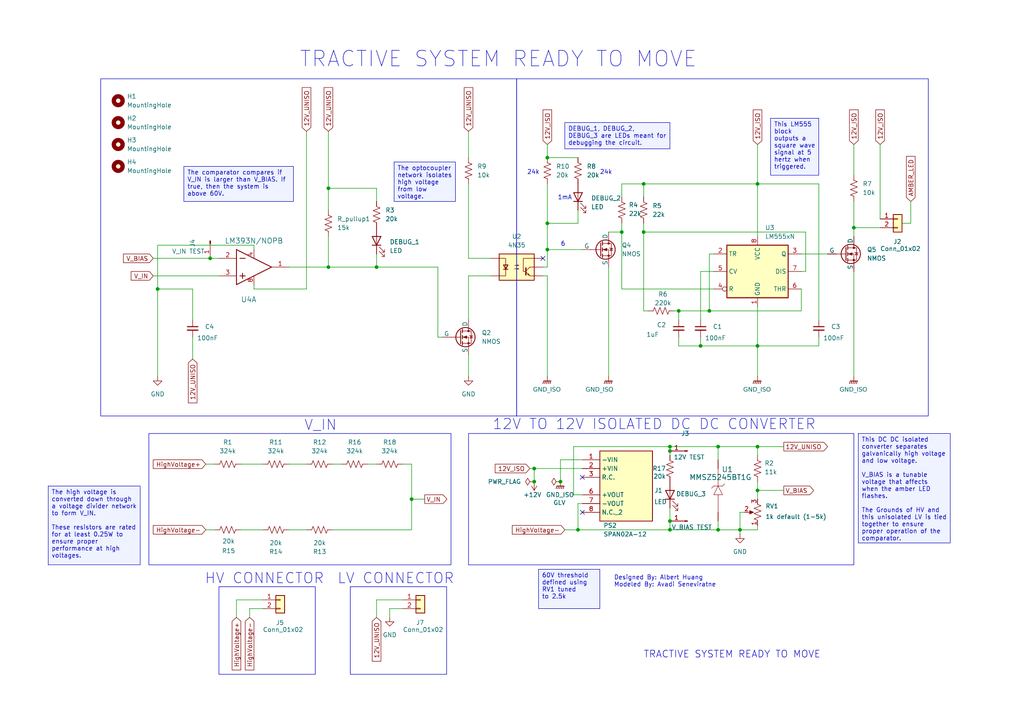
<source format=kicad_sch>
(kicad_sch
	(version 20250114)
	(generator "eeschema")
	(generator_version "9.0")
	(uuid "ec2b8551-75c2-4864-b31d-b681332831c2")
	(paper "A4")
	(lib_symbols
		(symbol "2025-02-03_19-55-47:LM393N_NOPB"
			(pin_names
				(offset 0.254)
				(hide yes)
			)
			(exclude_from_sim no)
			(in_bom yes)
			(on_board yes)
			(property "Reference" "U4"
				(at 3.556 -14.478 0)
				(effects
					(font
						(size 1.524 1.524)
					)
				)
			)
			(property "Value" "LM393N/NOPB"
				(at 5.08 2.54 0)
				(effects
					(font
						(size 1.524 1.524)
					)
				)
			)
			(property "Footprint" "N08E"
				(at 0 0 0)
				(effects
					(font
						(size 1.27 1.27)
						(italic yes)
					)
					(hide yes)
				)
			)
			(property "Datasheet" "LM393N/NOPB"
				(at 0 0 0)
				(effects
					(font
						(size 1.27 1.27)
						(italic yes)
					)
					(hide yes)
				)
			)
			(property "Description" ""
				(at 0 0 0)
				(effects
					(font
						(size 1.27 1.27)
					)
					(hide yes)
				)
			)
			(property "ki_locked" ""
				(at 0 0 0)
				(effects
					(font
						(size 1.27 1.27)
					)
				)
			)
			(property "ki_keywords" "LM393N/NOPB"
				(at 0 0 0)
				(effects
					(font
						(size 1.27 1.27)
					)
					(hide yes)
				)
			)
			(property "ki_fp_filters" "N08E"
				(at 0 0 0)
				(effects
					(font
						(size 1.27 1.27)
					)
					(hide yes)
				)
			)
			(symbol "LM393N_NOPB_1_1"
				(polyline
					(pts
						(xy 0 0) (xy 0 -10.16)
					)
					(stroke
						(width 0.254)
						(type default)
					)
					(fill
						(type none)
					)
				)
				(polyline
					(pts
						(xy 0 0) (xy 10.16 -5.08)
					)
					(stroke
						(width 0.254)
						(type default)
					)
					(fill
						(type none)
					)
				)
				(polyline
					(pts
						(xy 0 -10.16) (xy 10.16 -5.08)
					)
					(stroke
						(width 0.254)
						(type default)
					)
					(fill
						(type none)
					)
				)
				(polyline
					(pts
						(xy 1.016 -2.54) (xy 2.54 -2.54)
					)
					(stroke
						(width 0.254)
						(type default)
					)
					(fill
						(type none)
					)
				)
				(polyline
					(pts
						(xy 1.016 -7.62) (xy 2.54 -7.62)
					)
					(stroke
						(width 0.254)
						(type default)
					)
					(fill
						(type none)
					)
				)
				(polyline
					(pts
						(xy 1.778 -6.858) (xy 1.778 -8.382)
					)
					(stroke
						(width 0.254)
						(type default)
					)
					(fill
						(type none)
					)
				)
				(pin input line
					(at -5.08 -2.54 0)
					(length 5.08)
					(name "IN-"
						(effects
							(font
								(size 1.27 1.27)
							)
						)
					)
					(number "2"
						(effects
							(font
								(size 1.27 1.27)
							)
						)
					)
				)
				(pin input line
					(at -5.08 -7.62 0)
					(length 5.08)
					(name "IN+"
						(effects
							(font
								(size 1.27 1.27)
							)
						)
					)
					(number "3"
						(effects
							(font
								(size 1.27 1.27)
							)
						)
					)
				)
				(pin input line
					(at 5.08 0 270)
					(length 2.54)
					(name "GND"
						(effects
							(font
								(size 1.27 1.27)
							)
						)
					)
					(number "4"
						(effects
							(font
								(size 1.27 1.27)
							)
						)
					)
				)
				(pin input line
					(at 5.08 -10.16 90)
					(length 2.54)
					(name "V+"
						(effects
							(font
								(size 1.27 1.27)
							)
						)
					)
					(number "8"
						(effects
							(font
								(size 1.27 1.27)
							)
						)
					)
				)
				(pin output line
					(at 15.24 -5.08 180)
					(length 5.08)
					(name "OUT"
						(effects
							(font
								(size 1.27 1.27)
							)
						)
					)
					(number "1"
						(effects
							(font
								(size 1.27 1.27)
							)
						)
					)
				)
			)
			(symbol "LM393N_NOPB_1_2"
				(polyline
					(pts
						(xy 0 0) (xy 0 -10.16)
					)
					(stroke
						(width 0.254)
						(type default)
					)
					(fill
						(type none)
					)
				)
				(polyline
					(pts
						(xy 0 0) (xy 10.16 -5.08)
					)
					(stroke
						(width 0.254)
						(type default)
					)
					(fill
						(type none)
					)
				)
				(polyline
					(pts
						(xy 0 -10.16) (xy 10.16 -5.08)
					)
					(stroke
						(width 0.254)
						(type default)
					)
					(fill
						(type none)
					)
				)
				(polyline
					(pts
						(xy 1.016 -2.54) (xy 2.54 -2.54)
					)
					(stroke
						(width 0.254)
						(type default)
					)
					(fill
						(type none)
					)
				)
				(polyline
					(pts
						(xy 1.016 -7.62) (xy 2.54 -7.62)
					)
					(stroke
						(width 0.254)
						(type default)
					)
					(fill
						(type none)
					)
				)
				(polyline
					(pts
						(xy 1.778 -6.858) (xy 1.778 -8.382)
					)
					(stroke
						(width 0.254)
						(type default)
					)
					(fill
						(type none)
					)
				)
				(pin input line
					(at -5.08 -2.54 0)
					(length 5.08)
					(name "IN-"
						(effects
							(font
								(size 1.27 1.27)
							)
						)
					)
					(number "2"
						(effects
							(font
								(size 1.27 1.27)
							)
						)
					)
				)
				(pin input line
					(at -5.08 -7.62 0)
					(length 5.08)
					(name "IN+"
						(effects
							(font
								(size 1.27 1.27)
							)
						)
					)
					(number "3"
						(effects
							(font
								(size 1.27 1.27)
							)
						)
					)
				)
				(pin output line
					(at 15.24 -5.08 180)
					(length 5.08)
					(name "OUT"
						(effects
							(font
								(size 1.27 1.27)
							)
						)
					)
					(number "1"
						(effects
							(font
								(size 1.27 1.27)
							)
						)
					)
				)
			)
			(symbol "LM393N_NOPB_2_1"
				(polyline
					(pts
						(xy 0 0) (xy 0 -10.16)
					)
					(stroke
						(width 0.254)
						(type default)
					)
					(fill
						(type none)
					)
				)
				(polyline
					(pts
						(xy 0 0) (xy 10.16 -5.08)
					)
					(stroke
						(width 0.254)
						(type default)
					)
					(fill
						(type none)
					)
				)
				(polyline
					(pts
						(xy 0 -10.16) (xy 10.16 -5.08)
					)
					(stroke
						(width 0.254)
						(type default)
					)
					(fill
						(type none)
					)
				)
				(polyline
					(pts
						(xy 1.016 -2.54) (xy 2.54 -2.54)
					)
					(stroke
						(width 0.254)
						(type default)
					)
					(fill
						(type none)
					)
				)
				(polyline
					(pts
						(xy 1.016 -7.62) (xy 2.54 -7.62)
					)
					(stroke
						(width 0.254)
						(type default)
					)
					(fill
						(type none)
					)
				)
				(polyline
					(pts
						(xy 1.778 -6.858) (xy 1.778 -8.382)
					)
					(stroke
						(width 0.254)
						(type default)
					)
					(fill
						(type none)
					)
				)
				(polyline
					(pts
						(xy 5.08 0) (xy 5.08 -2.54)
					)
					(stroke
						(width 0.254)
						(type default)
					)
					(fill
						(type none)
					)
				)
				(polyline
					(pts
						(xy 5.08 -7.62) (xy 5.08 -10.16)
					)
					(stroke
						(width 0.254)
						(type default)
					)
					(fill
						(type none)
					)
				)
				(pin input line
					(at -5.08 -2.54 0)
					(length 5.08)
					(name "IN-"
						(effects
							(font
								(size 1.27 1.27)
							)
						)
					)
					(number "6"
						(effects
							(font
								(size 1.27 1.27)
							)
						)
					)
				)
				(pin input line
					(at -5.08 -7.62 0)
					(length 5.08)
					(name "IN+"
						(effects
							(font
								(size 1.27 1.27)
							)
						)
					)
					(number "5"
						(effects
							(font
								(size 1.27 1.27)
							)
						)
					)
				)
				(pin output line
					(at 15.24 -5.08 180)
					(length 5.08)
					(name "OUT"
						(effects
							(font
								(size 1.27 1.27)
							)
						)
					)
					(number "7"
						(effects
							(font
								(size 1.27 1.27)
							)
						)
					)
				)
			)
			(symbol "LM393N_NOPB_2_2"
				(polyline
					(pts
						(xy 0 0) (xy 0 -10.16)
					)
					(stroke
						(width 0.254)
						(type default)
					)
					(fill
						(type none)
					)
				)
				(polyline
					(pts
						(xy 0 0) (xy 10.16 -5.08)
					)
					(stroke
						(width 0.254)
						(type default)
					)
					(fill
						(type none)
					)
				)
				(polyline
					(pts
						(xy 0 -10.16) (xy 10.16 -5.08)
					)
					(stroke
						(width 0.254)
						(type default)
					)
					(fill
						(type none)
					)
				)
				(polyline
					(pts
						(xy 1.016 -2.54) (xy 2.54 -2.54)
					)
					(stroke
						(width 0.254)
						(type default)
					)
					(fill
						(type none)
					)
				)
				(polyline
					(pts
						(xy 1.016 -7.62) (xy 2.54 -7.62)
					)
					(stroke
						(width 0.254)
						(type default)
					)
					(fill
						(type none)
					)
				)
				(polyline
					(pts
						(xy 1.778 -6.858) (xy 1.778 -8.382)
					)
					(stroke
						(width 0.254)
						(type default)
					)
					(fill
						(type none)
					)
				)
				(pin input line
					(at -5.08 -2.54 0)
					(length 5.08)
					(name "IN-"
						(effects
							(font
								(size 1.27 1.27)
							)
						)
					)
					(number "6"
						(effects
							(font
								(size 1.27 1.27)
							)
						)
					)
				)
				(pin input line
					(at -5.08 -7.62 0)
					(length 5.08)
					(name "IN+"
						(effects
							(font
								(size 1.27 1.27)
							)
						)
					)
					(number "5"
						(effects
							(font
								(size 1.27 1.27)
							)
						)
					)
				)
				(pin output line
					(at 15.24 -5.08 180)
					(length 5.08)
					(name "OUT"
						(effects
							(font
								(size 1.27 1.27)
							)
						)
					)
					(number "7"
						(effects
							(font
								(size 1.27 1.27)
							)
						)
					)
				)
			)
			(embedded_fonts no)
		)
		(symbol "2025-02-06_09-51-02:MMSZ5245BT1G"
			(pin_numbers
				(hide yes)
			)
			(pin_names
				(offset 0.254)
				(hide yes)
			)
			(exclude_from_sim no)
			(in_bom yes)
			(on_board yes)
			(property "Reference" "U"
				(at 8.89 5.08 0)
				(effects
					(font
						(size 1.524 1.524)
					)
				)
			)
			(property "Value" "MMSZ5245BT1G"
				(at 0 0 0)
				(effects
					(font
						(size 1.524 1.524)
					)
				)
			)
			(property "Footprint" "SOD-123_ONS"
				(at 0 0 0)
				(effects
					(font
						(size 1.27 1.27)
						(italic yes)
					)
					(hide yes)
				)
			)
			(property "Datasheet" "MMSZ5245BT1G"
				(at 0 0 0)
				(effects
					(font
						(size 1.27 1.27)
						(italic yes)
					)
					(hide yes)
				)
			)
			(property "Description" ""
				(at 0 0 0)
				(effects
					(font
						(size 1.27 1.27)
					)
					(hide yes)
				)
			)
			(property "ki_locked" ""
				(at 0 0 0)
				(effects
					(font
						(size 1.27 1.27)
					)
				)
			)
			(property "ki_keywords" "MMSZ5245BT1G"
				(at 0 0 0)
				(effects
					(font
						(size 1.27 1.27)
					)
					(hide yes)
				)
			)
			(property "ki_fp_filters" "SOD-123_ONS SOD-123_ONS-M SOD-123_ONS-L"
				(at 0 0 0)
				(effects
					(font
						(size 1.27 1.27)
					)
					(hide yes)
				)
			)
			(symbol "MMSZ5245BT1G_0_1"
				(polyline
					(pts
						(xy 2.54 0) (xy 7.62 0)
					)
					(stroke
						(width 0.127)
						(type default)
					)
					(fill
						(type none)
					)
				)
				(polyline
					(pts
						(xy 7.62 1.27) (xy 6.985 1.905)
					)
					(stroke
						(width 0.127)
						(type default)
					)
					(fill
						(type none)
					)
				)
				(polyline
					(pts
						(xy 7.62 -1.27) (xy 7.62 1.27)
					)
					(stroke
						(width 0.127)
						(type default)
					)
					(fill
						(type none)
					)
				)
				(polyline
					(pts
						(xy 7.62 -1.27) (xy 8.255 -1.905)
					)
					(stroke
						(width 0.127)
						(type default)
					)
					(fill
						(type none)
					)
				)
				(polyline
					(pts
						(xy 10.16 1.27) (xy 7.62 0)
					)
					(stroke
						(width 0.127)
						(type default)
					)
					(fill
						(type none)
					)
				)
				(polyline
					(pts
						(xy 10.16 -1.27) (xy 7.62 0)
					)
					(stroke
						(width 0.127)
						(type default)
					)
					(fill
						(type none)
					)
				)
				(polyline
					(pts
						(xy 10.16 -1.27) (xy 10.16 1.27)
					)
					(stroke
						(width 0.127)
						(type default)
					)
					(fill
						(type none)
					)
				)
				(polyline
					(pts
						(xy 15.24 0) (xy 10.16 0)
					)
					(stroke
						(width 0.127)
						(type default)
					)
					(fill
						(type none)
					)
				)
				(pin unspecified line
					(at 0 0 0)
					(length 2.54)
					(name "CATHODE"
						(effects
							(font
								(size 1.27 1.27)
							)
						)
					)
					(number "1"
						(effects
							(font
								(size 1.27 1.27)
							)
						)
					)
				)
				(pin unspecified line
					(at 17.78 0 180)
					(length 2.54)
					(name "ANODE"
						(effects
							(font
								(size 1.27 1.27)
							)
						)
					)
					(number "2"
						(effects
							(font
								(size 1.27 1.27)
							)
						)
					)
				)
			)
			(embedded_fonts no)
		)
		(symbol "Connector:Conn_01x01_Pin"
			(pin_names
				(offset 1.016)
				(hide yes)
			)
			(exclude_from_sim no)
			(in_bom yes)
			(on_board yes)
			(property "Reference" "J"
				(at 0 2.54 0)
				(effects
					(font
						(size 1.27 1.27)
					)
				)
			)
			(property "Value" "Conn_01x01_Pin"
				(at 0 -2.54 0)
				(effects
					(font
						(size 1.27 1.27)
					)
				)
			)
			(property "Footprint" ""
				(at 0 0 0)
				(effects
					(font
						(size 1.27 1.27)
					)
					(hide yes)
				)
			)
			(property "Datasheet" "~"
				(at 0 0 0)
				(effects
					(font
						(size 1.27 1.27)
					)
					(hide yes)
				)
			)
			(property "Description" "Generic connector, single row, 01x01, script generated"
				(at 0 0 0)
				(effects
					(font
						(size 1.27 1.27)
					)
					(hide yes)
				)
			)
			(property "ki_locked" ""
				(at 0 0 0)
				(effects
					(font
						(size 1.27 1.27)
					)
				)
			)
			(property "ki_keywords" "connector"
				(at 0 0 0)
				(effects
					(font
						(size 1.27 1.27)
					)
					(hide yes)
				)
			)
			(property "ki_fp_filters" "Connector*:*_1x??_*"
				(at 0 0 0)
				(effects
					(font
						(size 1.27 1.27)
					)
					(hide yes)
				)
			)
			(symbol "Conn_01x01_Pin_1_1"
				(rectangle
					(start 0.8636 0.127)
					(end 0 -0.127)
					(stroke
						(width 0.1524)
						(type default)
					)
					(fill
						(type outline)
					)
				)
				(polyline
					(pts
						(xy 1.27 0) (xy 0.8636 0)
					)
					(stroke
						(width 0.1524)
						(type default)
					)
					(fill
						(type none)
					)
				)
				(pin passive line
					(at 5.08 0 180)
					(length 3.81)
					(name "Pin_1"
						(effects
							(font
								(size 1.27 1.27)
							)
						)
					)
					(number "1"
						(effects
							(font
								(size 1.27 1.27)
							)
						)
					)
				)
			)
			(embedded_fonts no)
		)
		(symbol "Connector_Generic:Conn_01x02"
			(pin_names
				(offset 1.016)
				(hide yes)
			)
			(exclude_from_sim no)
			(in_bom yes)
			(on_board yes)
			(property "Reference" "J"
				(at 0 2.54 0)
				(effects
					(font
						(size 1.27 1.27)
					)
				)
			)
			(property "Value" "Conn_01x02"
				(at 0 -5.08 0)
				(effects
					(font
						(size 1.27 1.27)
					)
				)
			)
			(property "Footprint" ""
				(at 0 0 0)
				(effects
					(font
						(size 1.27 1.27)
					)
					(hide yes)
				)
			)
			(property "Datasheet" "~"
				(at 0 0 0)
				(effects
					(font
						(size 1.27 1.27)
					)
					(hide yes)
				)
			)
			(property "Description" "Generic connector, single row, 01x02, script generated (kicad-library-utils/schlib/autogen/connector/)"
				(at 0 0 0)
				(effects
					(font
						(size 1.27 1.27)
					)
					(hide yes)
				)
			)
			(property "ki_keywords" "connector"
				(at 0 0 0)
				(effects
					(font
						(size 1.27 1.27)
					)
					(hide yes)
				)
			)
			(property "ki_fp_filters" "Connector*:*_1x??_*"
				(at 0 0 0)
				(effects
					(font
						(size 1.27 1.27)
					)
					(hide yes)
				)
			)
			(symbol "Conn_01x02_1_1"
				(rectangle
					(start -1.27 1.27)
					(end 1.27 -3.81)
					(stroke
						(width 0.254)
						(type default)
					)
					(fill
						(type background)
					)
				)
				(rectangle
					(start -1.27 0.127)
					(end 0 -0.127)
					(stroke
						(width 0.1524)
						(type default)
					)
					(fill
						(type none)
					)
				)
				(rectangle
					(start -1.27 -2.413)
					(end 0 -2.667)
					(stroke
						(width 0.1524)
						(type default)
					)
					(fill
						(type none)
					)
				)
				(pin passive line
					(at -5.08 0 0)
					(length 3.81)
					(name "Pin_1"
						(effects
							(font
								(size 1.27 1.27)
							)
						)
					)
					(number "1"
						(effects
							(font
								(size 1.27 1.27)
							)
						)
					)
				)
				(pin passive line
					(at -5.08 -2.54 0)
					(length 3.81)
					(name "Pin_2"
						(effects
							(font
								(size 1.27 1.27)
							)
						)
					)
					(number "2"
						(effects
							(font
								(size 1.27 1.27)
							)
						)
					)
				)
			)
			(embedded_fonts no)
		)
		(symbol "Device:C_Small"
			(pin_numbers
				(hide yes)
			)
			(pin_names
				(offset 0.254)
				(hide yes)
			)
			(exclude_from_sim no)
			(in_bom yes)
			(on_board yes)
			(property "Reference" "C"
				(at 0.254 1.778 0)
				(effects
					(font
						(size 1.27 1.27)
					)
					(justify left)
				)
			)
			(property "Value" "C_Small"
				(at 0.254 -2.032 0)
				(effects
					(font
						(size 1.27 1.27)
					)
					(justify left)
				)
			)
			(property "Footprint" ""
				(at 0 0 0)
				(effects
					(font
						(size 1.27 1.27)
					)
					(hide yes)
				)
			)
			(property "Datasheet" "~"
				(at 0 0 0)
				(effects
					(font
						(size 1.27 1.27)
					)
					(hide yes)
				)
			)
			(property "Description" "Unpolarized capacitor, small symbol"
				(at 0 0 0)
				(effects
					(font
						(size 1.27 1.27)
					)
					(hide yes)
				)
			)
			(property "ki_keywords" "capacitor cap"
				(at 0 0 0)
				(effects
					(font
						(size 1.27 1.27)
					)
					(hide yes)
				)
			)
			(property "ki_fp_filters" "C_*"
				(at 0 0 0)
				(effects
					(font
						(size 1.27 1.27)
					)
					(hide yes)
				)
			)
			(symbol "C_Small_0_1"
				(polyline
					(pts
						(xy -1.524 0.508) (xy 1.524 0.508)
					)
					(stroke
						(width 0.3048)
						(type default)
					)
					(fill
						(type none)
					)
				)
				(polyline
					(pts
						(xy -1.524 -0.508) (xy 1.524 -0.508)
					)
					(stroke
						(width 0.3302)
						(type default)
					)
					(fill
						(type none)
					)
				)
			)
			(symbol "C_Small_1_1"
				(pin passive line
					(at 0 2.54 270)
					(length 2.032)
					(name "~"
						(effects
							(font
								(size 1.27 1.27)
							)
						)
					)
					(number "1"
						(effects
							(font
								(size 1.27 1.27)
							)
						)
					)
				)
				(pin passive line
					(at 0 -2.54 90)
					(length 2.032)
					(name "~"
						(effects
							(font
								(size 1.27 1.27)
							)
						)
					)
					(number "2"
						(effects
							(font
								(size 1.27 1.27)
							)
						)
					)
				)
			)
			(embedded_fonts no)
		)
		(symbol "Device:LED"
			(pin_numbers
				(hide yes)
			)
			(pin_names
				(offset 1.016)
				(hide yes)
			)
			(exclude_from_sim no)
			(in_bom yes)
			(on_board yes)
			(property "Reference" "D"
				(at 0 2.54 0)
				(effects
					(font
						(size 1.27 1.27)
					)
				)
			)
			(property "Value" "LED"
				(at 0 -2.54 0)
				(effects
					(font
						(size 1.27 1.27)
					)
				)
			)
			(property "Footprint" ""
				(at 0 0 0)
				(effects
					(font
						(size 1.27 1.27)
					)
					(hide yes)
				)
			)
			(property "Datasheet" "~"
				(at 0 0 0)
				(effects
					(font
						(size 1.27 1.27)
					)
					(hide yes)
				)
			)
			(property "Description" "Light emitting diode"
				(at 0 0 0)
				(effects
					(font
						(size 1.27 1.27)
					)
					(hide yes)
				)
			)
			(property "ki_keywords" "LED diode"
				(at 0 0 0)
				(effects
					(font
						(size 1.27 1.27)
					)
					(hide yes)
				)
			)
			(property "ki_fp_filters" "LED* LED_SMD:* LED_THT:*"
				(at 0 0 0)
				(effects
					(font
						(size 1.27 1.27)
					)
					(hide yes)
				)
			)
			(symbol "LED_0_1"
				(polyline
					(pts
						(xy -3.048 -0.762) (xy -4.572 -2.286) (xy -3.81 -2.286) (xy -4.572 -2.286) (xy -4.572 -1.524)
					)
					(stroke
						(width 0)
						(type default)
					)
					(fill
						(type none)
					)
				)
				(polyline
					(pts
						(xy -1.778 -0.762) (xy -3.302 -2.286) (xy -2.54 -2.286) (xy -3.302 -2.286) (xy -3.302 -1.524)
					)
					(stroke
						(width 0)
						(type default)
					)
					(fill
						(type none)
					)
				)
				(polyline
					(pts
						(xy -1.27 0) (xy 1.27 0)
					)
					(stroke
						(width 0)
						(type default)
					)
					(fill
						(type none)
					)
				)
				(polyline
					(pts
						(xy -1.27 -1.27) (xy -1.27 1.27)
					)
					(stroke
						(width 0.254)
						(type default)
					)
					(fill
						(type none)
					)
				)
				(polyline
					(pts
						(xy 1.27 -1.27) (xy 1.27 1.27) (xy -1.27 0) (xy 1.27 -1.27)
					)
					(stroke
						(width 0.254)
						(type default)
					)
					(fill
						(type none)
					)
				)
			)
			(symbol "LED_1_1"
				(pin passive line
					(at -3.81 0 0)
					(length 2.54)
					(name "K"
						(effects
							(font
								(size 1.27 1.27)
							)
						)
					)
					(number "1"
						(effects
							(font
								(size 1.27 1.27)
							)
						)
					)
				)
				(pin passive line
					(at 3.81 0 180)
					(length 2.54)
					(name "A"
						(effects
							(font
								(size 1.27 1.27)
							)
						)
					)
					(number "2"
						(effects
							(font
								(size 1.27 1.27)
							)
						)
					)
				)
			)
			(embedded_fonts no)
		)
		(symbol "Device:R_Potentiometer_US"
			(pin_names
				(offset 1.016)
				(hide yes)
			)
			(exclude_from_sim no)
			(in_bom yes)
			(on_board yes)
			(property "Reference" "RV"
				(at -4.445 0 90)
				(effects
					(font
						(size 1.27 1.27)
					)
				)
			)
			(property "Value" "R_Potentiometer_US"
				(at -2.54 0 90)
				(effects
					(font
						(size 1.27 1.27)
					)
				)
			)
			(property "Footprint" ""
				(at 0 0 0)
				(effects
					(font
						(size 1.27 1.27)
					)
					(hide yes)
				)
			)
			(property "Datasheet" "~"
				(at 0 0 0)
				(effects
					(font
						(size 1.27 1.27)
					)
					(hide yes)
				)
			)
			(property "Description" "Potentiometer, US symbol"
				(at 0 0 0)
				(effects
					(font
						(size 1.27 1.27)
					)
					(hide yes)
				)
			)
			(property "ki_keywords" "resistor variable"
				(at 0 0 0)
				(effects
					(font
						(size 1.27 1.27)
					)
					(hide yes)
				)
			)
			(property "ki_fp_filters" "Potentiometer*"
				(at 0 0 0)
				(effects
					(font
						(size 1.27 1.27)
					)
					(hide yes)
				)
			)
			(symbol "R_Potentiometer_US_0_1"
				(polyline
					(pts
						(xy 0 2.54) (xy 0 2.286)
					)
					(stroke
						(width 0)
						(type default)
					)
					(fill
						(type none)
					)
				)
				(polyline
					(pts
						(xy 0 2.286) (xy 1.016 1.905) (xy 0 1.524) (xy -1.016 1.143) (xy 0 0.762)
					)
					(stroke
						(width 0)
						(type default)
					)
					(fill
						(type none)
					)
				)
				(polyline
					(pts
						(xy 0 0.762) (xy 1.016 0.381) (xy 0 0) (xy -1.016 -0.381) (xy 0 -0.762)
					)
					(stroke
						(width 0)
						(type default)
					)
					(fill
						(type none)
					)
				)
				(polyline
					(pts
						(xy 0 -0.762) (xy 1.016 -1.143) (xy 0 -1.524) (xy -1.016 -1.905) (xy 0 -2.286)
					)
					(stroke
						(width 0)
						(type default)
					)
					(fill
						(type none)
					)
				)
				(polyline
					(pts
						(xy 0 -2.286) (xy 0 -2.54)
					)
					(stroke
						(width 0)
						(type default)
					)
					(fill
						(type none)
					)
				)
				(polyline
					(pts
						(xy 1.143 0) (xy 2.286 0.508) (xy 2.286 -0.508) (xy 1.143 0)
					)
					(stroke
						(width 0)
						(type default)
					)
					(fill
						(type outline)
					)
				)
				(polyline
					(pts
						(xy 2.54 0) (xy 1.524 0)
					)
					(stroke
						(width 0)
						(type default)
					)
					(fill
						(type none)
					)
				)
			)
			(symbol "R_Potentiometer_US_1_1"
				(pin passive line
					(at 0 3.81 270)
					(length 1.27)
					(name "1"
						(effects
							(font
								(size 1.27 1.27)
							)
						)
					)
					(number "1"
						(effects
							(font
								(size 1.27 1.27)
							)
						)
					)
				)
				(pin passive line
					(at 0 -3.81 90)
					(length 1.27)
					(name "3"
						(effects
							(font
								(size 1.27 1.27)
							)
						)
					)
					(number "3"
						(effects
							(font
								(size 1.27 1.27)
							)
						)
					)
				)
				(pin passive line
					(at 3.81 0 180)
					(length 1.27)
					(name "2"
						(effects
							(font
								(size 1.27 1.27)
							)
						)
					)
					(number "2"
						(effects
							(font
								(size 1.27 1.27)
							)
						)
					)
				)
			)
			(embedded_fonts no)
		)
		(symbol "Device:R_US"
			(pin_numbers
				(hide yes)
			)
			(pin_names
				(offset 0)
			)
			(exclude_from_sim no)
			(in_bom yes)
			(on_board yes)
			(property "Reference" "R"
				(at 2.54 0 90)
				(effects
					(font
						(size 1.27 1.27)
					)
				)
			)
			(property "Value" "R_US"
				(at -2.54 0 90)
				(effects
					(font
						(size 1.27 1.27)
					)
				)
			)
			(property "Footprint" ""
				(at 1.016 -0.254 90)
				(effects
					(font
						(size 1.27 1.27)
					)
					(hide yes)
				)
			)
			(property "Datasheet" "~"
				(at 0 0 0)
				(effects
					(font
						(size 1.27 1.27)
					)
					(hide yes)
				)
			)
			(property "Description" "Resistor, US symbol"
				(at 0 0 0)
				(effects
					(font
						(size 1.27 1.27)
					)
					(hide yes)
				)
			)
			(property "ki_keywords" "R res resistor"
				(at 0 0 0)
				(effects
					(font
						(size 1.27 1.27)
					)
					(hide yes)
				)
			)
			(property "ki_fp_filters" "R_*"
				(at 0 0 0)
				(effects
					(font
						(size 1.27 1.27)
					)
					(hide yes)
				)
			)
			(symbol "R_US_0_1"
				(polyline
					(pts
						(xy 0 2.286) (xy 0 2.54)
					)
					(stroke
						(width 0)
						(type default)
					)
					(fill
						(type none)
					)
				)
				(polyline
					(pts
						(xy 0 2.286) (xy 1.016 1.905) (xy 0 1.524) (xy -1.016 1.143) (xy 0 0.762)
					)
					(stroke
						(width 0)
						(type default)
					)
					(fill
						(type none)
					)
				)
				(polyline
					(pts
						(xy 0 0.762) (xy 1.016 0.381) (xy 0 0) (xy -1.016 -0.381) (xy 0 -0.762)
					)
					(stroke
						(width 0)
						(type default)
					)
					(fill
						(type none)
					)
				)
				(polyline
					(pts
						(xy 0 -0.762) (xy 1.016 -1.143) (xy 0 -1.524) (xy -1.016 -1.905) (xy 0 -2.286)
					)
					(stroke
						(width 0)
						(type default)
					)
					(fill
						(type none)
					)
				)
				(polyline
					(pts
						(xy 0 -2.286) (xy 0 -2.54)
					)
					(stroke
						(width 0)
						(type default)
					)
					(fill
						(type none)
					)
				)
			)
			(symbol "R_US_1_1"
				(pin passive line
					(at 0 3.81 270)
					(length 1.27)
					(name "~"
						(effects
							(font
								(size 1.27 1.27)
							)
						)
					)
					(number "1"
						(effects
							(font
								(size 1.27 1.27)
							)
						)
					)
				)
				(pin passive line
					(at 0 -3.81 90)
					(length 1.27)
					(name "~"
						(effects
							(font
								(size 1.27 1.27)
							)
						)
					)
					(number "2"
						(effects
							(font
								(size 1.27 1.27)
							)
						)
					)
				)
			)
			(embedded_fonts no)
		)
		(symbol "Isolator:4N35"
			(pin_numbers
				(hide yes)
			)
			(pin_names
				(offset 1.016)
			)
			(exclude_from_sim no)
			(in_bom yes)
			(on_board yes)
			(property "Reference" "U"
				(at -5.08 5.08 0)
				(effects
					(font
						(size 1.27 1.27)
					)
					(justify left)
				)
			)
			(property "Value" "4N35"
				(at 0 5.08 0)
				(effects
					(font
						(size 1.27 1.27)
					)
					(justify left)
				)
			)
			(property "Footprint" "Package_DIP:DIP-6_W7.62mm"
				(at -5.08 -5.08 0)
				(effects
					(font
						(size 1.27 1.27)
						(italic yes)
					)
					(justify left)
					(hide yes)
				)
			)
			(property "Datasheet" "https://www.vishay.com/docs/81181/4n35.pdf"
				(at 0 0 0)
				(effects
					(font
						(size 1.27 1.27)
					)
					(justify left)
					(hide yes)
				)
			)
			(property "Description" "Optocoupler, Phototransistor Output, with Base Connection, Vce 70V, CTR 100%, Viso 5000V, DIP6"
				(at 0 0 0)
				(effects
					(font
						(size 1.27 1.27)
					)
					(hide yes)
				)
			)
			(property "ki_keywords" "NPN DC Optocoupler Base Connected"
				(at 0 0 0)
				(effects
					(font
						(size 1.27 1.27)
					)
					(hide yes)
				)
			)
			(property "ki_fp_filters" "DIP*W7.62mm*"
				(at 0 0 0)
				(effects
					(font
						(size 1.27 1.27)
					)
					(hide yes)
				)
			)
			(symbol "4N35_0_1"
				(rectangle
					(start -5.08 3.81)
					(end 5.08 -3.81)
					(stroke
						(width 0.254)
						(type default)
					)
					(fill
						(type background)
					)
				)
				(polyline
					(pts
						(xy -5.08 -2.54) (xy -3.175 -2.54) (xy -3.175 2.54) (xy -5.08 2.54)
					)
					(stroke
						(width 0)
						(type default)
					)
					(fill
						(type none)
					)
				)
				(polyline
					(pts
						(xy -3.81 -0.635) (xy -2.54 -0.635)
					)
					(stroke
						(width 0.254)
						(type default)
					)
					(fill
						(type none)
					)
				)
				(polyline
					(pts
						(xy -3.175 -0.635) (xy -3.81 0.635) (xy -2.54 0.635) (xy -3.175 -0.635)
					)
					(stroke
						(width 0.254)
						(type default)
					)
					(fill
						(type none)
					)
				)
				(polyline
					(pts
						(xy -0.635 0.508) (xy 0.635 0.508) (xy 0.254 0.381) (xy 0.254 0.635) (xy 0.635 0.508)
					)
					(stroke
						(width 0)
						(type default)
					)
					(fill
						(type none)
					)
				)
				(polyline
					(pts
						(xy -0.635 -0.508) (xy 0.635 -0.508) (xy 0.254 -0.635) (xy 0.254 -0.381) (xy 0.635 -0.508)
					)
					(stroke
						(width 0)
						(type default)
					)
					(fill
						(type none)
					)
				)
				(polyline
					(pts
						(xy 2.667 -0.254) (xy 2.667 -2.286) (xy 2.667 -2.286)
					)
					(stroke
						(width 0.3556)
						(type default)
					)
					(fill
						(type none)
					)
				)
				(polyline
					(pts
						(xy 2.667 -1.143) (xy 3.81 0)
					)
					(stroke
						(width 0)
						(type default)
					)
					(fill
						(type none)
					)
				)
				(polyline
					(pts
						(xy 2.667 -1.397) (xy 3.81 -2.54)
					)
					(stroke
						(width 0)
						(type default)
					)
					(fill
						(type none)
					)
				)
				(polyline
					(pts
						(xy 3.683 -2.413) (xy 3.429 -1.905) (xy 3.175 -2.159) (xy 3.683 -2.413)
					)
					(stroke
						(width 0)
						(type default)
					)
					(fill
						(type none)
					)
				)
				(polyline
					(pts
						(xy 3.81 0) (xy 5.08 0)
					)
					(stroke
						(width 0)
						(type default)
					)
					(fill
						(type none)
					)
				)
				(polyline
					(pts
						(xy 3.81 -2.54) (xy 5.08 -2.54)
					)
					(stroke
						(width 0)
						(type default)
					)
					(fill
						(type none)
					)
				)
				(polyline
					(pts
						(xy 5.08 2.54) (xy 1.905 2.54) (xy 1.905 -1.27) (xy 2.54 -1.27)
					)
					(stroke
						(width 0)
						(type default)
					)
					(fill
						(type none)
					)
				)
			)
			(symbol "4N35_1_1"
				(pin passive line
					(at -7.62 2.54 0)
					(length 2.54)
					(name "~"
						(effects
							(font
								(size 1.27 1.27)
							)
						)
					)
					(number "1"
						(effects
							(font
								(size 1.27 1.27)
							)
						)
					)
				)
				(pin passive line
					(at -7.62 -2.54 0)
					(length 2.54)
					(name "~"
						(effects
							(font
								(size 1.27 1.27)
							)
						)
					)
					(number "2"
						(effects
							(font
								(size 1.27 1.27)
							)
						)
					)
				)
				(pin no_connect line
					(at -5.08 0 0)
					(length 2.54)
					(hide yes)
					(name "NC"
						(effects
							(font
								(size 1.27 1.27)
							)
						)
					)
					(number "3"
						(effects
							(font
								(size 1.27 1.27)
							)
						)
					)
				)
				(pin passive line
					(at 7.62 2.54 180)
					(length 2.54)
					(name "~"
						(effects
							(font
								(size 1.27 1.27)
							)
						)
					)
					(number "6"
						(effects
							(font
								(size 1.27 1.27)
							)
						)
					)
				)
				(pin passive line
					(at 7.62 0 180)
					(length 2.54)
					(name "~"
						(effects
							(font
								(size 1.27 1.27)
							)
						)
					)
					(number "5"
						(effects
							(font
								(size 1.27 1.27)
							)
						)
					)
				)
				(pin passive line
					(at 7.62 -2.54 180)
					(length 2.54)
					(name "~"
						(effects
							(font
								(size 1.27 1.27)
							)
						)
					)
					(number "4"
						(effects
							(font
								(size 1.27 1.27)
							)
						)
					)
				)
			)
			(embedded_fonts no)
		)
		(symbol "Mechanical:MountingHole"
			(pin_names
				(offset 1.016)
			)
			(exclude_from_sim yes)
			(in_bom no)
			(on_board yes)
			(property "Reference" "H"
				(at 0 5.08 0)
				(effects
					(font
						(size 1.27 1.27)
					)
				)
			)
			(property "Value" "MountingHole"
				(at 0 3.175 0)
				(effects
					(font
						(size 1.27 1.27)
					)
				)
			)
			(property "Footprint" ""
				(at 0 0 0)
				(effects
					(font
						(size 1.27 1.27)
					)
					(hide yes)
				)
			)
			(property "Datasheet" "~"
				(at 0 0 0)
				(effects
					(font
						(size 1.27 1.27)
					)
					(hide yes)
				)
			)
			(property "Description" "Mounting Hole without connection"
				(at 0 0 0)
				(effects
					(font
						(size 1.27 1.27)
					)
					(hide yes)
				)
			)
			(property "ki_keywords" "mounting hole"
				(at 0 0 0)
				(effects
					(font
						(size 1.27 1.27)
					)
					(hide yes)
				)
			)
			(property "ki_fp_filters" "MountingHole*"
				(at 0 0 0)
				(effects
					(font
						(size 1.27 1.27)
					)
					(hide yes)
				)
			)
			(symbol "MountingHole_0_1"
				(circle
					(center 0 0)
					(radius 1.27)
					(stroke
						(width 1.27)
						(type default)
					)
					(fill
						(type none)
					)
				)
			)
			(embedded_fonts no)
		)
		(symbol "SPAN02A-12:SPAN02A-12"
			(exclude_from_sim no)
			(in_bom yes)
			(on_board yes)
			(property "Reference" "PS2"
				(at 6.096 -19.05 0)
				(effects
					(font
						(size 1.27 1.27)
					)
					(justify left)
				)
			)
			(property "Value" "SPAN02A-12"
				(at 6.096 -21.59 0)
				(effects
					(font
						(size 1.27 1.27)
					)
					(justify left)
				)
			)
			(property "Footprint" "SPAN02A12:SPAN02A12"
				(at 21.59 -94.92 0)
				(effects
					(font
						(size 1.27 1.27)
					)
					(justify left top)
					(hide yes)
				)
			)
			(property "Datasheet" "https://datasheet.datasheetarchive.com/originals/distributors/DKDS-2/37032.pdf"
				(at 21.59 -194.92 0)
				(effects
					(font
						(size 1.27 1.27)
					)
					(justify left top)
					(hide yes)
				)
			)
			(property "Description" "Isolated DC/DC Converters 9-18Vin 12Vout 167mA SIP8 Reg Iso"
				(at 0 0 0)
				(effects
					(font
						(size 1.27 1.27)
					)
					(hide yes)
				)
			)
			(property "Height" "11.6"
				(at 21.59 -394.92 0)
				(effects
					(font
						(size 1.27 1.27)
					)
					(justify left top)
					(hide yes)
				)
			)
			(property "Mouser Part Number" "709-SPAN02A-12"
				(at 21.59 -494.92 0)
				(effects
					(font
						(size 1.27 1.27)
					)
					(justify left top)
					(hide yes)
				)
			)
			(property "Mouser Price/Stock" "https://www.mouser.co.uk/ProductDetail/MEAN-WELL/SPAN02A-12?qs=5aG0NVq1C4wxQqKsG84AkQ%3D%3D"
				(at 21.59 -594.92 0)
				(effects
					(font
						(size 1.27 1.27)
					)
					(justify left top)
					(hide yes)
				)
			)
			(property "Manufacturer_Name" "Mean Well"
				(at 21.59 -694.92 0)
				(effects
					(font
						(size 1.27 1.27)
					)
					(justify left top)
					(hide yes)
				)
			)
			(property "Manufacturer_Part_Number" "SPAN02A-12"
				(at 21.59 -794.92 0)
				(effects
					(font
						(size 1.27 1.27)
					)
					(justify left top)
					(hide yes)
				)
			)
			(symbol "SPAN02A-12_1_1"
				(rectangle
					(start 5.08 2.54)
					(end 20.32 -17.78)
					(stroke
						(width 0.254)
						(type default)
					)
					(fill
						(type background)
					)
				)
				(pin passive line
					(at 0 0 0)
					(length 5.08)
					(name "-VIN"
						(effects
							(font
								(size 1.27 1.27)
							)
						)
					)
					(number "1"
						(effects
							(font
								(size 1.27 1.27)
							)
						)
					)
				)
				(pin passive line
					(at 0 -2.54 0)
					(length 5.08)
					(name "+VIN"
						(effects
							(font
								(size 1.27 1.27)
							)
						)
					)
					(number "2"
						(effects
							(font
								(size 1.27 1.27)
							)
						)
					)
				)
				(pin passive line
					(at 0 -5.08 0)
					(length 5.08)
					(name "R.C."
						(effects
							(font
								(size 1.27 1.27)
							)
						)
					)
					(number "3"
						(effects
							(font
								(size 1.27 1.27)
							)
						)
					)
				)
				(pin passive line
					(at 0 -10.16 0)
					(length 5.08)
					(name "+VOUT"
						(effects
							(font
								(size 1.27 1.27)
							)
						)
					)
					(number "6"
						(effects
							(font
								(size 1.27 1.27)
							)
						)
					)
				)
				(pin passive line
					(at 0 -12.7 0)
					(length 5.08)
					(name "-VOUT"
						(effects
							(font
								(size 1.27 1.27)
							)
						)
					)
					(number "7"
						(effects
							(font
								(size 1.27 1.27)
							)
						)
					)
				)
				(pin passive line
					(at 0 -15.24 0)
					(length 5.08)
					(name "N.C._2"
						(effects
							(font
								(size 1.27 1.27)
							)
						)
					)
					(number "8"
						(effects
							(font
								(size 1.27 1.27)
							)
						)
					)
				)
			)
			(embedded_fonts no)
		)
		(symbol "Simulation_SPICE:NMOS"
			(pin_numbers
				(hide yes)
			)
			(pin_names
				(offset 0)
			)
			(exclude_from_sim no)
			(in_bom yes)
			(on_board yes)
			(property "Reference" "Q"
				(at 5.08 1.27 0)
				(effects
					(font
						(size 1.27 1.27)
					)
					(justify left)
				)
			)
			(property "Value" "NMOS"
				(at 5.08 -1.27 0)
				(effects
					(font
						(size 1.27 1.27)
					)
					(justify left)
				)
			)
			(property "Footprint" ""
				(at 5.08 2.54 0)
				(effects
					(font
						(size 1.27 1.27)
					)
					(hide yes)
				)
			)
			(property "Datasheet" "https://ngspice.sourceforge.io/docs/ngspice-html-manual/manual.xhtml#cha_MOSFETs"
				(at 0 -12.7 0)
				(effects
					(font
						(size 1.27 1.27)
					)
					(hide yes)
				)
			)
			(property "Description" "N-MOSFET transistor, drain/source/gate"
				(at 0 0 0)
				(effects
					(font
						(size 1.27 1.27)
					)
					(hide yes)
				)
			)
			(property "Sim.Device" "NMOS"
				(at 0 -17.145 0)
				(effects
					(font
						(size 1.27 1.27)
					)
					(hide yes)
				)
			)
			(property "Sim.Type" "VDMOS"
				(at 0 -19.05 0)
				(effects
					(font
						(size 1.27 1.27)
					)
					(hide yes)
				)
			)
			(property "Sim.Pins" "1=D 2=G 3=S"
				(at 0 -15.24 0)
				(effects
					(font
						(size 1.27 1.27)
					)
					(hide yes)
				)
			)
			(property "ki_keywords" "transistor NMOS N-MOS N-MOSFET simulation"
				(at 0 0 0)
				(effects
					(font
						(size 1.27 1.27)
					)
					(hide yes)
				)
			)
			(symbol "NMOS_0_1"
				(polyline
					(pts
						(xy 0.254 1.905) (xy 0.254 -1.905)
					)
					(stroke
						(width 0.254)
						(type default)
					)
					(fill
						(type none)
					)
				)
				(polyline
					(pts
						(xy 0.254 0) (xy -2.54 0)
					)
					(stroke
						(width 0)
						(type default)
					)
					(fill
						(type none)
					)
				)
				(polyline
					(pts
						(xy 0.762 2.286) (xy 0.762 1.27)
					)
					(stroke
						(width 0.254)
						(type default)
					)
					(fill
						(type none)
					)
				)
				(polyline
					(pts
						(xy 0.762 0.508) (xy 0.762 -0.508)
					)
					(stroke
						(width 0.254)
						(type default)
					)
					(fill
						(type none)
					)
				)
				(polyline
					(pts
						(xy 0.762 -1.27) (xy 0.762 -2.286)
					)
					(stroke
						(width 0.254)
						(type default)
					)
					(fill
						(type none)
					)
				)
				(polyline
					(pts
						(xy 0.762 -1.778) (xy 3.302 -1.778) (xy 3.302 1.778) (xy 0.762 1.778)
					)
					(stroke
						(width 0)
						(type default)
					)
					(fill
						(type none)
					)
				)
				(polyline
					(pts
						(xy 1.016 0) (xy 2.032 0.381) (xy 2.032 -0.381) (xy 1.016 0)
					)
					(stroke
						(width 0)
						(type default)
					)
					(fill
						(type outline)
					)
				)
				(circle
					(center 1.651 0)
					(radius 2.794)
					(stroke
						(width 0.254)
						(type default)
					)
					(fill
						(type none)
					)
				)
				(polyline
					(pts
						(xy 2.54 2.54) (xy 2.54 1.778)
					)
					(stroke
						(width 0)
						(type default)
					)
					(fill
						(type none)
					)
				)
				(circle
					(center 2.54 1.778)
					(radius 0.254)
					(stroke
						(width 0)
						(type default)
					)
					(fill
						(type outline)
					)
				)
				(circle
					(center 2.54 -1.778)
					(radius 0.254)
					(stroke
						(width 0)
						(type default)
					)
					(fill
						(type outline)
					)
				)
				(polyline
					(pts
						(xy 2.54 -2.54) (xy 2.54 0) (xy 0.762 0)
					)
					(stroke
						(width 0)
						(type default)
					)
					(fill
						(type none)
					)
				)
				(polyline
					(pts
						(xy 2.794 0.508) (xy 2.921 0.381) (xy 3.683 0.381) (xy 3.81 0.254)
					)
					(stroke
						(width 0)
						(type default)
					)
					(fill
						(type none)
					)
				)
				(polyline
					(pts
						(xy 3.302 0.381) (xy 2.921 -0.254) (xy 3.683 -0.254) (xy 3.302 0.381)
					)
					(stroke
						(width 0)
						(type default)
					)
					(fill
						(type none)
					)
				)
			)
			(symbol "NMOS_1_1"
				(pin input line
					(at -5.08 0 0)
					(length 2.54)
					(name "G"
						(effects
							(font
								(size 1.27 1.27)
							)
						)
					)
					(number "2"
						(effects
							(font
								(size 1.27 1.27)
							)
						)
					)
				)
				(pin passive line
					(at 2.54 5.08 270)
					(length 2.54)
					(name "D"
						(effects
							(font
								(size 1.27 1.27)
							)
						)
					)
					(number "1"
						(effects
							(font
								(size 1.27 1.27)
							)
						)
					)
				)
				(pin passive line
					(at 2.54 -5.08 90)
					(length 2.54)
					(name "S"
						(effects
							(font
								(size 1.27 1.27)
							)
						)
					)
					(number "3"
						(effects
							(font
								(size 1.27 1.27)
							)
						)
					)
				)
			)
			(embedded_fonts no)
		)
		(symbol "Timer:LM555xN"
			(exclude_from_sim no)
			(in_bom yes)
			(on_board yes)
			(property "Reference" "U"
				(at -10.16 8.89 0)
				(effects
					(font
						(size 1.27 1.27)
					)
					(justify left)
				)
			)
			(property "Value" "LM555xN"
				(at 2.54 8.89 0)
				(effects
					(font
						(size 1.27 1.27)
					)
					(justify left)
				)
			)
			(property "Footprint" "Package_DIP:DIP-8_W7.62mm"
				(at 16.51 -10.16 0)
				(effects
					(font
						(size 1.27 1.27)
					)
					(hide yes)
				)
			)
			(property "Datasheet" "http://www.ti.com/lit/ds/symlink/lm555.pdf"
				(at 21.59 -10.16 0)
				(effects
					(font
						(size 1.27 1.27)
					)
					(hide yes)
				)
			)
			(property "Description" "Timer, 555 compatible, PDIP-8"
				(at 0 0 0)
				(effects
					(font
						(size 1.27 1.27)
					)
					(hide yes)
				)
			)
			(property "ki_keywords" "single timer 555"
				(at 0 0 0)
				(effects
					(font
						(size 1.27 1.27)
					)
					(hide yes)
				)
			)
			(property "ki_fp_filters" "DIP*W7.62mm*"
				(at 0 0 0)
				(effects
					(font
						(size 1.27 1.27)
					)
					(hide yes)
				)
			)
			(symbol "LM555xN_0_0"
				(pin power_in line
					(at 0 10.16 270)
					(length 2.54)
					(name "VCC"
						(effects
							(font
								(size 1.27 1.27)
							)
						)
					)
					(number "8"
						(effects
							(font
								(size 1.27 1.27)
							)
						)
					)
				)
				(pin power_in line
					(at 0 -10.16 90)
					(length 2.54)
					(name "GND"
						(effects
							(font
								(size 1.27 1.27)
							)
						)
					)
					(number "1"
						(effects
							(font
								(size 1.27 1.27)
							)
						)
					)
				)
			)
			(symbol "LM555xN_0_1"
				(rectangle
					(start -8.89 -7.62)
					(end 8.89 7.62)
					(stroke
						(width 0.254)
						(type default)
					)
					(fill
						(type background)
					)
				)
				(rectangle
					(start -8.89 -7.62)
					(end 8.89 7.62)
					(stroke
						(width 0.254)
						(type default)
					)
					(fill
						(type background)
					)
				)
			)
			(symbol "LM555xN_1_1"
				(pin input line
					(at -12.7 5.08 0)
					(length 3.81)
					(name "TR"
						(effects
							(font
								(size 1.27 1.27)
							)
						)
					)
					(number "2"
						(effects
							(font
								(size 1.27 1.27)
							)
						)
					)
				)
				(pin input line
					(at -12.7 0 0)
					(length 3.81)
					(name "CV"
						(effects
							(font
								(size 1.27 1.27)
							)
						)
					)
					(number "5"
						(effects
							(font
								(size 1.27 1.27)
							)
						)
					)
				)
				(pin input inverted
					(at -12.7 -5.08 0)
					(length 3.81)
					(name "R"
						(effects
							(font
								(size 1.27 1.27)
							)
						)
					)
					(number "4"
						(effects
							(font
								(size 1.27 1.27)
							)
						)
					)
				)
				(pin output line
					(at 12.7 5.08 180)
					(length 3.81)
					(name "Q"
						(effects
							(font
								(size 1.27 1.27)
							)
						)
					)
					(number "3"
						(effects
							(font
								(size 1.27 1.27)
							)
						)
					)
				)
				(pin input line
					(at 12.7 0 180)
					(length 3.81)
					(name "DIS"
						(effects
							(font
								(size 1.27 1.27)
							)
						)
					)
					(number "7"
						(effects
							(font
								(size 1.27 1.27)
							)
						)
					)
				)
				(pin input line
					(at 12.7 -5.08 180)
					(length 3.81)
					(name "THR"
						(effects
							(font
								(size 1.27 1.27)
							)
						)
					)
					(number "6"
						(effects
							(font
								(size 1.27 1.27)
							)
						)
					)
				)
			)
			(embedded_fonts no)
		)
		(symbol "power:+12V"
			(power)
			(pin_numbers
				(hide yes)
			)
			(pin_names
				(offset 0)
				(hide yes)
			)
			(exclude_from_sim no)
			(in_bom yes)
			(on_board yes)
			(property "Reference" "#PWR"
				(at 0 -3.81 0)
				(effects
					(font
						(size 1.27 1.27)
					)
					(hide yes)
				)
			)
			(property "Value" "+12V"
				(at 0 3.556 0)
				(effects
					(font
						(size 1.27 1.27)
					)
				)
			)
			(property "Footprint" ""
				(at 0 0 0)
				(effects
					(font
						(size 1.27 1.27)
					)
					(hide yes)
				)
			)
			(property "Datasheet" ""
				(at 0 0 0)
				(effects
					(font
						(size 1.27 1.27)
					)
					(hide yes)
				)
			)
			(property "Description" "Power symbol creates a global label with name \"+12V\""
				(at 0 0 0)
				(effects
					(font
						(size 1.27 1.27)
					)
					(hide yes)
				)
			)
			(property "ki_keywords" "global power"
				(at 0 0 0)
				(effects
					(font
						(size 1.27 1.27)
					)
					(hide yes)
				)
			)
			(symbol "+12V_0_1"
				(polyline
					(pts
						(xy -0.762 1.27) (xy 0 2.54)
					)
					(stroke
						(width 0)
						(type default)
					)
					(fill
						(type none)
					)
				)
				(polyline
					(pts
						(xy 0 2.54) (xy 0.762 1.27)
					)
					(stroke
						(width 0)
						(type default)
					)
					(fill
						(type none)
					)
				)
				(polyline
					(pts
						(xy 0 0) (xy 0 2.54)
					)
					(stroke
						(width 0)
						(type default)
					)
					(fill
						(type none)
					)
				)
			)
			(symbol "+12V_1_1"
				(pin power_in line
					(at 0 0 90)
					(length 0)
					(name "~"
						(effects
							(font
								(size 1.27 1.27)
							)
						)
					)
					(number "1"
						(effects
							(font
								(size 1.27 1.27)
							)
						)
					)
				)
			)
			(embedded_fonts no)
		)
		(symbol "power:GND"
			(power)
			(pin_numbers
				(hide yes)
			)
			(pin_names
				(offset 0)
				(hide yes)
			)
			(exclude_from_sim no)
			(in_bom yes)
			(on_board yes)
			(property "Reference" "#PWR"
				(at 0 -6.35 0)
				(effects
					(font
						(size 1.27 1.27)
					)
					(hide yes)
				)
			)
			(property "Value" "GND"
				(at 0 -3.81 0)
				(effects
					(font
						(size 1.27 1.27)
					)
				)
			)
			(property "Footprint" ""
				(at 0 0 0)
				(effects
					(font
						(size 1.27 1.27)
					)
					(hide yes)
				)
			)
			(property "Datasheet" ""
				(at 0 0 0)
				(effects
					(font
						(size 1.27 1.27)
					)
					(hide yes)
				)
			)
			(property "Description" "Power symbol creates a global label with name \"GND\" , ground"
				(at 0 0 0)
				(effects
					(font
						(size 1.27 1.27)
					)
					(hide yes)
				)
			)
			(property "ki_keywords" "global power"
				(at 0 0 0)
				(effects
					(font
						(size 1.27 1.27)
					)
					(hide yes)
				)
			)
			(symbol "GND_0_1"
				(polyline
					(pts
						(xy 0 0) (xy 0 -1.27) (xy 1.27 -1.27) (xy 0 -2.54) (xy -1.27 -1.27) (xy 0 -1.27)
					)
					(stroke
						(width 0)
						(type default)
					)
					(fill
						(type none)
					)
				)
			)
			(symbol "GND_1_1"
				(pin power_in line
					(at 0 0 270)
					(length 0)
					(name "~"
						(effects
							(font
								(size 1.27 1.27)
							)
						)
					)
					(number "1"
						(effects
							(font
								(size 1.27 1.27)
							)
						)
					)
				)
			)
			(embedded_fonts no)
		)
		(symbol "power:GNDPWR"
			(power)
			(pin_numbers
				(hide yes)
			)
			(pin_names
				(offset 0)
				(hide yes)
			)
			(exclude_from_sim no)
			(in_bom yes)
			(on_board yes)
			(property "Reference" "#PWR"
				(at 0 -5.08 0)
				(effects
					(font
						(size 1.27 1.27)
					)
					(hide yes)
				)
			)
			(property "Value" "GNDPWR"
				(at 0 -3.302 0)
				(effects
					(font
						(size 1.27 1.27)
					)
				)
			)
			(property "Footprint" ""
				(at 0 -1.27 0)
				(effects
					(font
						(size 1.27 1.27)
					)
					(hide yes)
				)
			)
			(property "Datasheet" ""
				(at 0 -1.27 0)
				(effects
					(font
						(size 1.27 1.27)
					)
					(hide yes)
				)
			)
			(property "Description" "Power symbol creates a global label with name \"GNDPWR\" , global ground"
				(at 0 0 0)
				(effects
					(font
						(size 1.27 1.27)
					)
					(hide yes)
				)
			)
			(property "ki_keywords" "global ground"
				(at 0 0 0)
				(effects
					(font
						(size 1.27 1.27)
					)
					(hide yes)
				)
			)
			(symbol "GNDPWR_0_1"
				(polyline
					(pts
						(xy -1.016 -1.27) (xy -1.27 -2.032) (xy -1.27 -2.032)
					)
					(stroke
						(width 0.2032)
						(type default)
					)
					(fill
						(type none)
					)
				)
				(polyline
					(pts
						(xy -0.508 -1.27) (xy -0.762 -2.032) (xy -0.762 -2.032)
					)
					(stroke
						(width 0.2032)
						(type default)
					)
					(fill
						(type none)
					)
				)
				(polyline
					(pts
						(xy 0 -1.27) (xy 0 0)
					)
					(stroke
						(width 0)
						(type default)
					)
					(fill
						(type none)
					)
				)
				(polyline
					(pts
						(xy 0 -1.27) (xy -0.254 -2.032) (xy -0.254 -2.032)
					)
					(stroke
						(width 0.2032)
						(type default)
					)
					(fill
						(type none)
					)
				)
				(polyline
					(pts
						(xy 0.508 -1.27) (xy 0.254 -2.032) (xy 0.254 -2.032)
					)
					(stroke
						(width 0.2032)
						(type default)
					)
					(fill
						(type none)
					)
				)
				(polyline
					(pts
						(xy 1.016 -1.27) (xy -1.016 -1.27) (xy -1.016 -1.27)
					)
					(stroke
						(width 0.2032)
						(type default)
					)
					(fill
						(type none)
					)
				)
				(polyline
					(pts
						(xy 1.016 -1.27) (xy 0.762 -2.032) (xy 0.762 -2.032) (xy 0.762 -2.032)
					)
					(stroke
						(width 0.2032)
						(type default)
					)
					(fill
						(type none)
					)
				)
			)
			(symbol "GNDPWR_1_1"
				(pin power_in line
					(at 0 0 270)
					(length 0)
					(name "~"
						(effects
							(font
								(size 1.27 1.27)
							)
						)
					)
					(number "1"
						(effects
							(font
								(size 1.27 1.27)
							)
						)
					)
				)
			)
			(embedded_fonts no)
		)
		(symbol "power:PWR_FLAG"
			(power)
			(pin_numbers
				(hide yes)
			)
			(pin_names
				(offset 0)
				(hide yes)
			)
			(exclude_from_sim no)
			(in_bom yes)
			(on_board yes)
			(property "Reference" "#FLG"
				(at 0 1.905 0)
				(effects
					(font
						(size 1.27 1.27)
					)
					(hide yes)
				)
			)
			(property "Value" "PWR_FLAG"
				(at 0 3.81 0)
				(effects
					(font
						(size 1.27 1.27)
					)
				)
			)
			(property "Footprint" ""
				(at 0 0 0)
				(effects
					(font
						(size 1.27 1.27)
					)
					(hide yes)
				)
			)
			(property "Datasheet" "~"
				(at 0 0 0)
				(effects
					(font
						(size 1.27 1.27)
					)
					(hide yes)
				)
			)
			(property "Description" "Special symbol for telling ERC where power comes from"
				(at 0 0 0)
				(effects
					(font
						(size 1.27 1.27)
					)
					(hide yes)
				)
			)
			(property "ki_keywords" "flag power"
				(at 0 0 0)
				(effects
					(font
						(size 1.27 1.27)
					)
					(hide yes)
				)
			)
			(symbol "PWR_FLAG_0_0"
				(pin power_out line
					(at 0 0 90)
					(length 0)
					(name "~"
						(effects
							(font
								(size 1.27 1.27)
							)
						)
					)
					(number "1"
						(effects
							(font
								(size 1.27 1.27)
							)
						)
					)
				)
			)
			(symbol "PWR_FLAG_0_1"
				(polyline
					(pts
						(xy 0 0) (xy 0 1.27) (xy -1.016 1.905) (xy 0 2.54) (xy 1.016 1.905) (xy 0 1.27)
					)
					(stroke
						(width 0)
						(type default)
					)
					(fill
						(type none)
					)
				)
			)
			(embedded_fonts no)
		)
	)
	(rectangle
		(start 135.89 125.73)
		(end 247.65 163.83)
		(stroke
			(width 0)
			(type default)
		)
		(fill
			(type none)
		)
		(uuid 1b7d855d-b091-47da-9be9-163e48b3ad48)
	)
	(rectangle
		(start 63.5 170.18)
		(end 91.44 195.58)
		(stroke
			(width 0)
			(type default)
		)
		(fill
			(type none)
		)
		(uuid 7c63fc23-3d18-47ab-a2e6-14a0249731fe)
	)
	(rectangle
		(start 29.21 22.86)
		(end 269.24 120.65)
		(stroke
			(width 0)
			(type default)
		)
		(fill
			(type none)
		)
		(uuid 8a6af78c-2619-4970-b0f9-53bc37aea883)
	)
	(rectangle
		(start 101.6 170.18)
		(end 129.54 195.58)
		(stroke
			(width 0)
			(type default)
		)
		(fill
			(type none)
		)
		(uuid cd9a9a52-b5b3-48b8-88fb-f564dd848014)
	)
	(rectangle
		(start 43.18 125.73)
		(end 130.81 163.83)
		(stroke
			(width 0)
			(type default)
		)
		(fill
			(type none)
		)
		(uuid ee7c71a1-16ed-4e54-9470-c51786808500)
	)
	(text "12V TO 12V ISOLATED DC DC CONVERTER"
		(exclude_from_sim no)
		(at 189.738 123.19 0)
		(effects
			(font
				(size 3 3)
			)
		)
		(uuid "01d4cad1-4112-45fc-a5a8-80db6c478e6c")
	)
	(text "V_IN\n"
		(exclude_from_sim no)
		(at 92.964 123.444 0)
		(effects
			(font
				(size 3 3)
			)
		)
		(uuid "26c32c7e-b58a-441f-96f5-b4b2f2b9c3b6")
	)
	(text "TRACTIVE SYSTEM READY TO MOVE\n\n"
		(exclude_from_sim no)
		(at 212.344 191.516 0)
		(effects
			(font
				(size 2 2)
			)
		)
		(uuid "4fe35669-de9b-4416-8922-d00eaf3ce315")
	)
	(text "24k\n"
		(exclude_from_sim no)
		(at 175.768 50.038 0)
		(effects
			(font
				(size 1.27 1.27)
			)
		)
		(uuid "51bb4051-ddaf-4d57-9b33-a28ac9b620b3")
	)
	(text "1mA"
		(exclude_from_sim no)
		(at 163.83 57.404 0)
		(effects
			(font
				(size 1.27 1.27)
			)
		)
		(uuid "7f0e3567-06cb-4287-a633-d5bd8985dd92")
	)
	(text "24k"
		(exclude_from_sim no)
		(at 154.686 50.038 0)
		(effects
			(font
				(size 1.27 1.27)
			)
		)
		(uuid "aa99eb78-e7df-4f87-ad1a-56d9c7a05e00")
	)
	(text "LV CONNECTOR"
		(exclude_from_sim no)
		(at 114.808 167.894 0)
		(effects
			(font
				(size 3 3)
			)
		)
		(uuid "b438b442-a2d0-4048-be7e-47f586ade138")
	)
	(text "TRACTIVE SYSTEM READY TO MOVE"
		(exclude_from_sim no)
		(at 144.526 17.272 0)
		(effects
			(font
				(size 4.5 4.5)
			)
		)
		(uuid "b9f32711-5440-4bd7-88f1-1bc7cf2c20c0")
	)
	(text "6"
		(exclude_from_sim no)
		(at 163.322 70.866 0)
		(effects
			(font
				(size 1.27 1.27)
			)
		)
		(uuid "c1e0395a-f42a-474c-8884-fa2ac4e90f1f")
	)
	(text "Designed By: Albert Huang\nModeled By: Avadi Seneviratne"
		(exclude_from_sim no)
		(at 178.054 168.656 0)
		(effects
			(font
				(size 1.27 1.27)
			)
			(justify left)
		)
		(uuid "eadb0b16-a65c-4a0b-9a5a-fbb15225e44d")
	)
	(text "HV CONNECTOR"
		(exclude_from_sim no)
		(at 76.708 167.894 0)
		(effects
			(font
				(size 3 3)
			)
		)
		(uuid "f95e1c51-e8fa-43b1-8f61-826c4911649e")
	)
	(text_box "This DC DC isolated converter separates galvanically high voltage and low voltage.\n\nV_BIAS is a tunable voltage that affects when the amber LED flashes.\n\nThe Grounds of HV and this unisolated LV is tied together to ensure proper operation of the comparator."
		(exclude_from_sim no)
		(at 248.92 125.73 0)
		(size 26.67 31.75)
		(margins 0.9525 0.9525 0.9525 0.9525)
		(stroke
			(width 0)
			(type default)
		)
		(fill
			(type color)
			(color 239 242 255 1)
		)
		(effects
			(font
				(size 1.27 1.27)
			)
			(justify left top)
		)
		(uuid "46ce9727-fcd2-4d84-a2cf-e6c34d0dc8f8")
	)
	(text_box "The comparator compares if V_IN is larger than V_BIAS. If true, then the system is above 60V."
		(exclude_from_sim no)
		(at 53.34 48.26 0)
		(size 31.75 10.16)
		(margins 0.9525 0.9525 0.9525 0.9525)
		(stroke
			(width 0)
			(type default)
		)
		(fill
			(type color)
			(color 239 242 255 1)
		)
		(effects
			(font
				(size 1.27 1.27)
			)
			(justify left top)
		)
		(uuid "5b5d022f-63d0-499a-afe0-19dede87da1a")
	)
	(text_box "60V threshold\ndefined using \nRV1 tuned \nto 2.5k"
		(exclude_from_sim no)
		(at 156.21 165.1 0)
		(size 17.78 11.43)
		(margins 0.9525 0.9525 0.9525 0.9525)
		(stroke
			(width 0)
			(type solid)
		)
		(fill
			(type color)
			(color 239 242 255 1)
		)
		(effects
			(font
				(size 1.27 1.27)
			)
			(justify left top)
		)
		(uuid "aa33b79b-513d-4ea6-a9d4-663c3c9185b8")
	)
	(text_box "The high voltage is converted down through a voltage divider network to form V_IN. \n\nThese resistors are rated for at least 0.25W to ensure proper performance at high voltages."
		(exclude_from_sim no)
		(at 13.97 140.97 0)
		(size 26.67 22.86)
		(margins 0.9525 0.9525 0.9525 0.9525)
		(stroke
			(width 0)
			(type default)
		)
		(fill
			(type color)
			(color 239 242 255 1)
		)
		(effects
			(font
				(size 1.27 1.27)
			)
			(justify left top)
		)
		(uuid "ccab9c5a-9bd7-4fb7-9476-bd4e98f39196")
	)
	(text_box "This LM555 block outputs a square wave signal at 5 hertz when triggered."
		(exclude_from_sim no)
		(at 223.52 34.29 0)
		(size 13.97 16.51)
		(margins 0.9525 0.9525 0.9525 0.9525)
		(stroke
			(width 0)
			(type default)
		)
		(fill
			(type color)
			(color 239 242 255 1)
		)
		(effects
			(font
				(size 1.27 1.27)
			)
			(justify left top)
		)
		(uuid "d3ae3438-9f79-44b3-9ef1-80c069ce4204")
	)
	(text_box "DEBUG_1, DEBUG_2, DEBUG_3 are LEDs meant for debugging the circuit.\n"
		(exclude_from_sim no)
		(at 163.83 35.56 0)
		(size 30.48 7.62)
		(margins 0.9525 0.9525 0.9525 0.9525)
		(stroke
			(width 0)
			(type default)
		)
		(fill
			(type color)
			(color 239 242 255 1)
		)
		(effects
			(font
				(size 1.27 1.27)
			)
			(justify left top)
		)
		(uuid "e3ba9554-376d-4040-aceb-78c4ca4076ff")
	)
	(text_box "The optocoupler network isolates high voltage from low voltage."
		(exclude_from_sim no)
		(at 114.3 46.99 0)
		(size 17.78 11.43)
		(margins 0.9525 0.9525 0.9525 0.9525)
		(stroke
			(width 0)
			(type default)
		)
		(fill
			(type color)
			(color 239 242 255 1)
		)
		(effects
			(font
				(size 1.27 1.27)
			)
			(justify left top)
		)
		(uuid "f1e797c9-f1d6-4877-8184-09d36beebcc1")
	)
	(junction
		(at 95.25 77.47)
		(diameter 0)
		(color 0 0 0 0)
		(uuid "012e65ad-d6aa-457c-bdba-522769f26d1f")
	)
	(junction
		(at 154.94 135.89)
		(diameter 0)
		(color 0 0 0 0)
		(uuid "091fb6c4-91bd-4843-9057-fce1207f4152")
	)
	(junction
		(at 158.75 64.77)
		(diameter 0)
		(color 0 0 0 0)
		(uuid "1d20b100-a0ac-42db-b276-755b9cab7e2a")
	)
	(junction
		(at 196.85 90.17)
		(diameter 0)
		(color 0 0 0 0)
		(uuid "37dc9057-f3ba-4ee5-af55-5de866b625ab")
	)
	(junction
		(at 194.31 153.67)
		(diameter 0)
		(color 0 0 0 0)
		(uuid "443b6a3a-9d58-43d2-a266-50cee5ed4e23")
	)
	(junction
		(at 60.96 74.93)
		(diameter 0)
		(color 0 0 0 0)
		(uuid "451761ff-8344-46ab-ab1e-53cba9d7ebd4")
	)
	(junction
		(at 95.25 54.61)
		(diameter 0)
		(color 0 0 0 0)
		(uuid "48a0d48b-f15f-4fb0-8a1e-4417132daa59")
	)
	(junction
		(at 208.28 153.67)
		(diameter 0)
		(color 0 0 0 0)
		(uuid "4bc682fc-2494-43f4-8989-348bd85edf54")
	)
	(junction
		(at 247.65 66.04)
		(diameter 0)
		(color 0 0 0 0)
		(uuid "53336503-3595-4c0b-ad7b-fac7fe144ee6")
	)
	(junction
		(at 205.74 90.17)
		(diameter 0)
		(color 0 0 0 0)
		(uuid "58540328-d5d0-4324-839a-47826d07c3fa")
	)
	(junction
		(at 167.64 153.67)
		(diameter 0)
		(color 0 0 0 0)
		(uuid "661c3741-66ed-41aa-8adb-c132754e1053")
	)
	(junction
		(at 203.2 100.33)
		(diameter 0)
		(color 0 0 0 0)
		(uuid "685566e9-248b-4677-afde-ba928b3c63cd")
	)
	(junction
		(at 186.69 53.34)
		(diameter 0)
		(color 0 0 0 0)
		(uuid "6c1abf77-db00-4869-9d14-2b1aaa1c95f6")
	)
	(junction
		(at 194.31 130.81)
		(diameter 0)
		(color 0 0 0 0)
		(uuid "75db4eba-e2b6-47af-acc4-125cf5e46c4b")
	)
	(junction
		(at 186.69 67.31)
		(diameter 0)
		(color 0 0 0 0)
		(uuid "79506ae6-2e58-4336-a1b1-17289f6b24a5")
	)
	(junction
		(at 219.71 100.33)
		(diameter 0)
		(color 0 0 0 0)
		(uuid "7990fd1e-4051-464a-aa5a-e14aa0ebc8c1")
	)
	(junction
		(at 158.75 45.72)
		(diameter 0)
		(color 0 0 0 0)
		(uuid "7c9274c3-32d7-4395-9bee-a6542eab117a")
	)
	(junction
		(at 194.31 151.13)
		(diameter 0)
		(color 0 0 0 0)
		(uuid "841298cb-f88f-41f5-92c6-4bae80267445")
	)
	(junction
		(at 158.75 72.39)
		(diameter 0)
		(color 0 0 0 0)
		(uuid "8cc9fc6c-cac8-48c2-9ec2-64e7443cc8cd")
	)
	(junction
		(at 219.71 142.24)
		(diameter 0)
		(color 0 0 0 0)
		(uuid "9b1e1f82-a55f-4dda-bca4-80f474362beb")
	)
	(junction
		(at 219.71 129.54)
		(diameter 0)
		(color 0 0 0 0)
		(uuid "a14ecf5b-be0c-4250-b76c-8232b96e54e5")
	)
	(junction
		(at 214.63 153.67)
		(diameter 0)
		(color 0 0 0 0)
		(uuid "a1eb25e3-50a2-4ab9-ad8b-185d8e431b66")
	)
	(junction
		(at 162.56 139.7)
		(diameter 0)
		(color 0 0 0 0)
		(uuid "b015e330-0466-4e79-91ab-8543507f1540")
	)
	(junction
		(at 180.34 67.31)
		(diameter 0)
		(color 0 0 0 0)
		(uuid "b44bef96-1567-4f34-99d2-271f099c7b44")
	)
	(junction
		(at 109.22 77.47)
		(diameter 0)
		(color 0 0 0 0)
		(uuid "b6195c11-de81-4966-8dad-c1ddc5a374ef")
	)
	(junction
		(at 119.38 144.78)
		(diameter 0)
		(color 0 0 0 0)
		(uuid "b69f8576-c355-492d-84d4-cc37f38c15ef")
	)
	(junction
		(at 208.28 129.54)
		(diameter 0)
		(color 0 0 0 0)
		(uuid "b9f38ea9-e35c-4e99-a29a-431f551f0b16")
	)
	(junction
		(at 45.72 83.82)
		(diameter 0)
		(color 0 0 0 0)
		(uuid "c7102653-4f98-4da7-8a7c-36632e18cead")
	)
	(junction
		(at 154.94 139.7)
		(diameter 0)
		(color 0 0 0 0)
		(uuid "c80a0530-9a48-4cd6-84d7-53ef5ab44b5c")
	)
	(junction
		(at 219.71 53.34)
		(diameter 0)
		(color 0 0 0 0)
		(uuid "d71a42d5-e2f5-4703-a835-a2aa3f895540")
	)
	(junction
		(at 194.31 129.54)
		(diameter 0)
		(color 0 0 0 0)
		(uuid "fa48ed66-6b49-4a45-828d-ed2dcf31e382")
	)
	(no_connect
		(at 168.91 148.59)
		(uuid "9102b151-903e-4d78-8904-fc436d9d4b6c")
	)
	(no_connect
		(at 168.91 138.43)
		(uuid "924b27c5-93d0-425c-9f90-b8f1b4aa8ea9")
	)
	(no_connect
		(at 157.48 74.93)
		(uuid "cdfa397e-7b98-46a8-b11f-eec24c8f92f5")
	)
	(wire
		(pts
			(xy 83.82 77.47) (xy 95.25 77.47)
		)
		(stroke
			(width 0)
			(type default)
		)
		(uuid "0bd0f8aa-7159-4217-b5da-8598152c6868")
	)
	(wire
		(pts
			(xy 207.01 73.66) (xy 205.74 73.66)
		)
		(stroke
			(width 0)
			(type default)
		)
		(uuid "0bf8c743-65d4-4cdb-ba43-162feac94fac")
	)
	(wire
		(pts
			(xy 157.48 77.47) (xy 158.75 77.47)
		)
		(stroke
			(width 0)
			(type default)
		)
		(uuid "0dc1b02f-f6bb-42b0-bad5-e8bc7022338a")
	)
	(wire
		(pts
			(xy 109.22 73.66) (xy 109.22 77.47)
		)
		(stroke
			(width 0)
			(type default)
		)
		(uuid "0ff8d2a4-30ea-4bfb-a2c3-f343ba5978f4")
	)
	(wire
		(pts
			(xy 62.23 153.67) (xy 59.69 153.67)
		)
		(stroke
			(width 0)
			(type default)
		)
		(uuid "11428543-35fc-4feb-a444-85cf6d631e95")
	)
	(wire
		(pts
			(xy 88.9 83.82) (xy 88.9 38.1)
		)
		(stroke
			(width 0)
			(type default)
		)
		(uuid "13aea6ed-a5b6-402c-902d-bfeba1f5f44f")
	)
	(wire
		(pts
			(xy 45.72 71.12) (xy 45.72 83.82)
		)
		(stroke
			(width 0)
			(type default)
		)
		(uuid "175d8d7c-f141-4238-9bad-9ce1732cc58b")
	)
	(wire
		(pts
			(xy 203.2 97.79) (xy 203.2 100.33)
		)
		(stroke
			(width 0)
			(type default)
		)
		(uuid "183f7aa5-c3b8-448f-92c9-1dc40e4fc8c0")
	)
	(wire
		(pts
			(xy 135.89 80.01) (xy 135.89 92.71)
		)
		(stroke
			(width 0)
			(type default)
		)
		(uuid "1868e124-86f8-48db-84e0-7cf173c2b1d0")
	)
	(polyline
		(pts
			(xy 149.86 22.86) (xy 149.86 120.65)
		)
		(stroke
			(width 0)
			(type default)
		)
		(uuid "1b9bdd9c-4957-4d97-9b3f-279fe9ff91d1")
	)
	(wire
		(pts
			(xy 219.71 53.34) (xy 219.71 68.58)
		)
		(stroke
			(width 0)
			(type default)
		)
		(uuid "1bf1a377-d62d-4834-8d00-df49a112ba45")
	)
	(wire
		(pts
			(xy 205.74 73.66) (xy 205.74 90.17)
		)
		(stroke
			(width 0)
			(type default)
		)
		(uuid "1c422f8f-a7de-42ce-aa35-5804c5a857c6")
	)
	(wire
		(pts
			(xy 180.34 67.31) (xy 180.34 83.82)
		)
		(stroke
			(width 0)
			(type default)
		)
		(uuid "1ef28927-67ee-403a-86d5-915b7a6c1b2b")
	)
	(wire
		(pts
			(xy 73.66 71.12) (xy 73.66 72.39)
		)
		(stroke
			(width 0)
			(type default)
		)
		(uuid "200c483c-71d5-49f8-a236-b810d92a028d")
	)
	(wire
		(pts
			(xy 68.58 179.07) (xy 68.58 173.99)
		)
		(stroke
			(width 0)
			(type default)
		)
		(uuid "21ed77bc-4161-4d7f-b049-cc3f609d3fc3")
	)
	(wire
		(pts
			(xy 237.49 53.34) (xy 219.71 53.34)
		)
		(stroke
			(width 0)
			(type default)
		)
		(uuid "2348e9de-c7a2-4ea5-8e07-0d92148b198b")
	)
	(wire
		(pts
			(xy 167.64 146.05) (xy 167.64 153.67)
		)
		(stroke
			(width 0)
			(type default)
		)
		(uuid "26981a68-c686-4729-875e-666a08ab1821")
	)
	(wire
		(pts
			(xy 109.22 77.47) (xy 127 77.47)
		)
		(stroke
			(width 0)
			(type default)
		)
		(uuid "272a9a8a-ef6c-4346-b403-f393093176b7")
	)
	(wire
		(pts
			(xy 158.75 64.77) (xy 167.64 64.77)
		)
		(stroke
			(width 0)
			(type default)
		)
		(uuid "2756e5d8-2729-4d10-8a58-624cd75eaa9b")
	)
	(wire
		(pts
			(xy 83.82 134.62) (xy 88.9 134.62)
		)
		(stroke
			(width 0)
			(type default)
		)
		(uuid "27ae3d12-165f-4802-83a4-cbfa1e8c8e2f")
	)
	(wire
		(pts
			(xy 72.39 179.07) (xy 72.39 176.53)
		)
		(stroke
			(width 0)
			(type default)
		)
		(uuid "281983e9-3997-4580-adaa-731a862622d3")
	)
	(wire
		(pts
			(xy 208.28 153.67) (xy 214.63 153.67)
		)
		(stroke
			(width 0)
			(type default)
		)
		(uuid "2a86b59e-f8fa-4e32-a870-dd48ac9e6ae2")
	)
	(wire
		(pts
			(xy 73.66 71.12) (xy 45.72 71.12)
		)
		(stroke
			(width 0)
			(type default)
		)
		(uuid "2a9a8858-72aa-4ef2-9812-857b1ba5e963")
	)
	(wire
		(pts
			(xy 158.75 64.77) (xy 158.75 72.39)
		)
		(stroke
			(width 0)
			(type default)
		)
		(uuid "2c21f543-1677-4db1-8a54-5d437c02e78e")
	)
	(wire
		(pts
			(xy 196.85 100.33) (xy 196.85 97.79)
		)
		(stroke
			(width 0)
			(type default)
		)
		(uuid "2e25ac81-e4c1-4bb9-a895-24e5fec03f00")
	)
	(wire
		(pts
			(xy 166.37 143.51) (xy 166.37 129.54)
		)
		(stroke
			(width 0)
			(type default)
		)
		(uuid "32ec2371-b5ea-4c41-b11d-81db5d1ec0bc")
	)
	(wire
		(pts
			(xy 154.94 135.89) (xy 154.94 139.7)
		)
		(stroke
			(width 0)
			(type default)
		)
		(uuid "3421619f-baf1-4ba5-acd9-ece3f2b75da0")
	)
	(wire
		(pts
			(xy 194.31 153.67) (xy 208.28 153.67)
		)
		(stroke
			(width 0)
			(type default)
		)
		(uuid "347bbc44-f72e-47f8-b9ca-ece083e65755")
	)
	(wire
		(pts
			(xy 208.28 151.13) (xy 208.28 153.67)
		)
		(stroke
			(width 0)
			(type default)
		)
		(uuid "36f63273-c1d7-481e-9d4d-6853682c3ade")
	)
	(wire
		(pts
			(xy 162.56 133.35) (xy 162.56 139.7)
		)
		(stroke
			(width 0)
			(type default)
		)
		(uuid "37ad3aab-9c5b-4926-83c8-4fcd396e9cce")
	)
	(wire
		(pts
			(xy 142.24 80.01) (xy 135.89 80.01)
		)
		(stroke
			(width 0)
			(type default)
		)
		(uuid "38e08970-ee1d-406b-b90e-07fa37484bb2")
	)
	(wire
		(pts
			(xy 96.52 134.62) (xy 99.06 134.62)
		)
		(stroke
			(width 0)
			(type default)
		)
		(uuid "396e0319-117b-4ad5-ab75-0da757ad741c")
	)
	(wire
		(pts
			(xy 186.69 53.34) (xy 186.69 57.15)
		)
		(stroke
			(width 0)
			(type default)
		)
		(uuid "3ec320f7-1926-4514-b329-674c167489ef")
	)
	(wire
		(pts
			(xy 76.2 153.67) (xy 69.85 153.67)
		)
		(stroke
			(width 0)
			(type default)
		)
		(uuid "404e5520-6648-4fbc-9aa4-405392faefa1")
	)
	(wire
		(pts
			(xy 203.2 100.33) (xy 219.71 100.33)
		)
		(stroke
			(width 0)
			(type default)
		)
		(uuid "444ede2d-8cb6-404d-8ba8-58c862652274")
	)
	(wire
		(pts
			(xy 255.27 41.91) (xy 255.27 63.5)
		)
		(stroke
			(width 0)
			(type default)
		)
		(uuid "459bf15a-d280-4775-8c5f-bca660a9cf6e")
	)
	(wire
		(pts
			(xy 233.68 78.74) (xy 233.68 67.31)
		)
		(stroke
			(width 0)
			(type default)
		)
		(uuid "4601fda2-22cb-4c32-b69f-8f973a545d08")
	)
	(wire
		(pts
			(xy 168.91 143.51) (xy 166.37 143.51)
		)
		(stroke
			(width 0)
			(type default)
		)
		(uuid "4aa11875-ccf0-43ae-9268-36685307f22b")
	)
	(wire
		(pts
			(xy 106.68 134.62) (xy 109.22 134.62)
		)
		(stroke
			(width 0)
			(type default)
		)
		(uuid "4b269a4b-1913-45e3-8c69-ff42a234d97b")
	)
	(wire
		(pts
			(xy 207.01 78.74) (xy 203.2 78.74)
		)
		(stroke
			(width 0)
			(type default)
		)
		(uuid "4bbd3648-316f-4efd-92c3-9e9d68671124")
	)
	(wire
		(pts
			(xy 180.34 53.34) (xy 186.69 53.34)
		)
		(stroke
			(width 0)
			(type default)
		)
		(uuid "4cbe35f7-1a15-4fc8-bccc-8a5025c795ec")
	)
	(wire
		(pts
			(xy 158.75 80.01) (xy 158.75 109.22)
		)
		(stroke
			(width 0)
			(type default)
		)
		(uuid "4d5f10a2-a17f-485d-9e20-dd04880bfac2")
	)
	(wire
		(pts
			(xy 167.64 60.96) (xy 167.64 64.77)
		)
		(stroke
			(width 0)
			(type default)
		)
		(uuid "50809f79-c4c9-4909-8aad-77f188a5f602")
	)
	(wire
		(pts
			(xy 247.65 41.91) (xy 247.65 50.8)
		)
		(stroke
			(width 0)
			(type default)
		)
		(uuid "51a7b75c-b5a2-488a-b230-47334f999a4e")
	)
	(wire
		(pts
			(xy 194.31 129.54) (xy 194.31 130.81)
		)
		(stroke
			(width 0)
			(type default)
		)
		(uuid "52f058ce-8e3d-4087-92fe-63ebe5aaf074")
	)
	(wire
		(pts
			(xy 119.38 144.78) (xy 123.19 144.78)
		)
		(stroke
			(width 0)
			(type default)
		)
		(uuid "534ce97e-a37a-4cfc-9767-416bc6ced571")
	)
	(wire
		(pts
			(xy 232.41 83.82) (xy 232.41 90.17)
		)
		(stroke
			(width 0)
			(type default)
		)
		(uuid "53766929-336d-4ceb-9839-eaa432fb8022")
	)
	(wire
		(pts
			(xy 237.49 92.71) (xy 237.49 53.34)
		)
		(stroke
			(width 0)
			(type default)
		)
		(uuid "5512392c-9cc7-461d-b883-1f5e737c85f1")
	)
	(wire
		(pts
			(xy 195.58 90.17) (xy 196.85 90.17)
		)
		(stroke
			(width 0)
			(type default)
		)
		(uuid "5687782a-1a34-4439-a2e6-fac5edd46237")
	)
	(wire
		(pts
			(xy 180.34 83.82) (xy 207.01 83.82)
		)
		(stroke
			(width 0)
			(type default)
		)
		(uuid "568a0054-6f66-4b8a-8de4-8ede22c3de01")
	)
	(wire
		(pts
			(xy 158.75 72.39) (xy 158.75 77.47)
		)
		(stroke
			(width 0)
			(type default)
		)
		(uuid "584e8ef5-8cae-4cee-b95d-6a1c02b8beef")
	)
	(wire
		(pts
			(xy 176.53 67.31) (xy 180.34 67.31)
		)
		(stroke
			(width 0)
			(type default)
		)
		(uuid "5b6371b7-09cf-49c2-8fbf-03d96c769bb2")
	)
	(wire
		(pts
			(xy 59.69 134.62) (xy 62.23 134.62)
		)
		(stroke
			(width 0)
			(type default)
		)
		(uuid "5ed2a8f0-9a45-4462-a280-ee27a9b8d8d6")
	)
	(wire
		(pts
			(xy 186.69 90.17) (xy 187.96 90.17)
		)
		(stroke
			(width 0)
			(type default)
		)
		(uuid "5fddbab2-702c-4a31-af46-0b74d135254d")
	)
	(wire
		(pts
			(xy 219.71 100.33) (xy 219.71 109.22)
		)
		(stroke
			(width 0)
			(type default)
		)
		(uuid "60e814e7-579d-4a47-935d-4ace8b521539")
	)
	(wire
		(pts
			(xy 154.94 135.89) (xy 168.91 135.89)
		)
		(stroke
			(width 0)
			(type default)
		)
		(uuid "61fb476f-a2d4-416c-83f3-2a63eab1a345")
	)
	(wire
		(pts
			(xy 219.71 53.34) (xy 186.69 53.34)
		)
		(stroke
			(width 0)
			(type default)
		)
		(uuid "62a296c0-8565-4b2d-acbb-02c613d3d3a1")
	)
	(wire
		(pts
			(xy 247.65 58.42) (xy 247.65 66.04)
		)
		(stroke
			(width 0)
			(type default)
		)
		(uuid "63b7e7ae-7be5-45b6-88f6-095406cc9604")
	)
	(wire
		(pts
			(xy 158.75 45.72) (xy 167.64 45.72)
		)
		(stroke
			(width 0)
			(type default)
		)
		(uuid "63c8bfcc-d16d-48d7-9c49-1a8cb1d12433")
	)
	(wire
		(pts
			(xy 157.48 80.01) (xy 158.75 80.01)
		)
		(stroke
			(width 0)
			(type default)
		)
		(uuid "66297e5e-ba07-45bf-8a88-0445898a366b")
	)
	(polyline
		(pts
			(xy 149.86 22.86) (xy 149.86 120.65)
		)
		(stroke
			(width 0)
			(type default)
		)
		(uuid "689321d7-09a8-41f7-ac5a-4ca7f3259a2f")
	)
	(wire
		(pts
			(xy 194.31 151.13) (xy 194.31 153.67)
		)
		(stroke
			(width 0)
			(type default)
		)
		(uuid "6c28acb1-6c8d-46d8-b67b-4816e63d3e80")
	)
	(wire
		(pts
			(xy 219.71 142.24) (xy 219.71 144.78)
		)
		(stroke
			(width 0)
			(type default)
		)
		(uuid "6e6b17eb-d92a-4b4e-a047-d51fa1b55c8d")
	)
	(wire
		(pts
			(xy 215.9 148.59) (xy 214.63 148.59)
		)
		(stroke
			(width 0)
			(type default)
		)
		(uuid "70de66db-0e10-4dd9-8151-0ffcae613e67")
	)
	(wire
		(pts
			(xy 69.85 134.62) (xy 76.2 134.62)
		)
		(stroke
			(width 0)
			(type default)
		)
		(uuid "722691ac-9b1e-416b-9b76-17084ec516b8")
	)
	(wire
		(pts
			(xy 219.71 152.4) (xy 219.71 153.67)
		)
		(stroke
			(width 0)
			(type default)
		)
		(uuid "74a6e67a-e99b-4fc1-a700-00e4263af345")
	)
	(wire
		(pts
			(xy 95.25 54.61) (xy 95.25 60.96)
		)
		(stroke
			(width 0)
			(type default)
		)
		(uuid "779c118c-bfef-4d92-b44e-7f02f007462f")
	)
	(wire
		(pts
			(xy 247.65 78.74) (xy 247.65 109.22)
		)
		(stroke
			(width 0)
			(type default)
		)
		(uuid "77b18603-0c06-476f-87f6-0cc454b8435f")
	)
	(wire
		(pts
			(xy 219.71 41.91) (xy 219.71 53.34)
		)
		(stroke
			(width 0)
			(type default)
		)
		(uuid "79408ad9-c334-4b45-b119-8d5767655723")
	)
	(wire
		(pts
			(xy 163.83 153.67) (xy 167.64 153.67)
		)
		(stroke
			(width 0)
			(type default)
		)
		(uuid "7bead377-774b-4170-8631-a42ac2be2951")
	)
	(wire
		(pts
			(xy 205.74 90.17) (xy 232.41 90.17)
		)
		(stroke
			(width 0)
			(type default)
		)
		(uuid "7f61ec61-46d5-4501-a84b-63c9c613a845")
	)
	(wire
		(pts
			(xy 166.37 129.54) (xy 194.31 129.54)
		)
		(stroke
			(width 0)
			(type default)
		)
		(uuid "8021b5e2-c2c7-4974-aa1d-9bd65b9a167b")
	)
	(wire
		(pts
			(xy 162.56 133.35) (xy 168.91 133.35)
		)
		(stroke
			(width 0)
			(type default)
		)
		(uuid "8201142b-f332-429f-86d9-3c8bf2dd8670")
	)
	(wire
		(pts
			(xy 158.75 53.34) (xy 158.75 64.77)
		)
		(stroke
			(width 0)
			(type default)
		)
		(uuid "82b9f758-0616-470a-8ec3-809cf2676be2")
	)
	(wire
		(pts
			(xy 109.22 179.07) (xy 109.22 173.99)
		)
		(stroke
			(width 0)
			(type default)
		)
		(uuid "8d442876-b925-4441-8261-e2d65f1b2206")
	)
	(wire
		(pts
			(xy 168.91 146.05) (xy 167.64 146.05)
		)
		(stroke
			(width 0)
			(type default)
		)
		(uuid "8e74188d-56ad-4520-8d13-8bbe9aac09d0")
	)
	(wire
		(pts
			(xy 68.58 173.99) (xy 76.2 173.99)
		)
		(stroke
			(width 0)
			(type default)
		)
		(uuid "8ed2b177-0f4f-4aef-9ad2-bbcef703eb67")
	)
	(wire
		(pts
			(xy 116.84 134.62) (xy 119.38 134.62)
		)
		(stroke
			(width 0)
			(type default)
		)
		(uuid "8f6b897b-b749-4bbb-88f7-c089c04a4264")
	)
	(wire
		(pts
			(xy 83.82 153.67) (xy 88.9 153.67)
		)
		(stroke
			(width 0)
			(type default)
		)
		(uuid "910f4e91-fdff-4c1d-a9c1-0741fa8e6f19")
	)
	(wire
		(pts
			(xy 135.89 102.87) (xy 135.89 109.22)
		)
		(stroke
			(width 0)
			(type default)
		)
		(uuid "9224b377-601a-436f-85b7-a598bfb7bf8f")
	)
	(wire
		(pts
			(xy 203.2 78.74) (xy 203.2 92.71)
		)
		(stroke
			(width 0)
			(type default)
		)
		(uuid "92a2e9b7-6891-411a-859d-28482b56a135")
	)
	(wire
		(pts
			(xy 237.49 100.33) (xy 237.49 97.79)
		)
		(stroke
			(width 0)
			(type default)
		)
		(uuid "94096c08-1b07-42af-9a2f-32969be076da")
	)
	(wire
		(pts
			(xy 73.66 82.55) (xy 73.66 83.82)
		)
		(stroke
			(width 0)
			(type default)
		)
		(uuid "9544a212-11e6-420b-9f6e-8af593652c36")
	)
	(wire
		(pts
			(xy 158.75 41.91) (xy 158.75 45.72)
		)
		(stroke
			(width 0)
			(type default)
		)
		(uuid "9696d750-699d-4463-9f8b-77b78d5c2489")
	)
	(wire
		(pts
			(xy 180.34 64.77) (xy 180.34 67.31)
		)
		(stroke
			(width 0)
			(type default)
		)
		(uuid "9832971c-9efa-49de-ab98-d779d7fbc851")
	)
	(wire
		(pts
			(xy 186.69 67.31) (xy 186.69 64.77)
		)
		(stroke
			(width 0)
			(type default)
		)
		(uuid "9ab38c59-d599-499b-ba84-373e7a1383a4")
	)
	(wire
		(pts
			(xy 219.71 153.67) (xy 214.63 153.67)
		)
		(stroke
			(width 0)
			(type default)
		)
		(uuid "9f519659-bc6d-4f31-b831-62a2d89bad92")
	)
	(wire
		(pts
			(xy 113.03 179.07) (xy 113.03 176.53)
		)
		(stroke
			(width 0)
			(type default)
		)
		(uuid "9fe87b0b-6b8f-4c9b-865c-4525927b753e")
	)
	(wire
		(pts
			(xy 208.28 129.54) (xy 208.28 133.35)
		)
		(stroke
			(width 0)
			(type default)
		)
		(uuid "a06e5155-ce1c-4808-a45d-77bb44743fe0")
	)
	(wire
		(pts
			(xy 167.64 153.67) (xy 194.31 153.67)
		)
		(stroke
			(width 0)
			(type default)
		)
		(uuid "a1f88459-50b7-442d-91fa-6a0d347adc0b")
	)
	(wire
		(pts
			(xy 135.89 53.34) (xy 135.89 74.93)
		)
		(stroke
			(width 0)
			(type default)
		)
		(uuid "a266420c-091f-47ec-b4a1-d5d993f6118b")
	)
	(wire
		(pts
			(xy 219.71 100.33) (xy 237.49 100.33)
		)
		(stroke
			(width 0)
			(type default)
		)
		(uuid "a2d77920-2a65-4552-acb3-e1b83bd1911f")
	)
	(wire
		(pts
			(xy 196.85 90.17) (xy 205.74 90.17)
		)
		(stroke
			(width 0)
			(type default)
		)
		(uuid "a384894f-c10a-4ece-805c-778e7071c003")
	)
	(wire
		(pts
			(xy 219.71 129.54) (xy 227.33 129.54)
		)
		(stroke
			(width 0)
			(type default)
		)
		(uuid "a4bf48d7-f57f-47a3-8f1a-bb30a3c52cdd")
	)
	(wire
		(pts
			(xy 55.88 97.79) (xy 55.88 104.14)
		)
		(stroke
			(width 0)
			(type default)
		)
		(uuid "a5f1b43d-dbd3-4547-916c-30ca5c680197")
	)
	(wire
		(pts
			(xy 95.25 38.1) (xy 95.25 54.61)
		)
		(stroke
			(width 0)
			(type default)
		)
		(uuid "a8a5c74b-3d14-472b-a7d6-ed4851345092")
	)
	(wire
		(pts
			(xy 73.66 83.82) (xy 88.9 83.82)
		)
		(stroke
			(width 0)
			(type default)
		)
		(uuid "a95ac99a-5e1c-452a-84cf-e039cff29b80")
	)
	(wire
		(pts
			(xy 219.71 139.7) (xy 219.71 142.24)
		)
		(stroke
			(width 0)
			(type default)
		)
		(uuid "aa56818a-6e60-48e4-a9aa-9592215f9bf7")
	)
	(wire
		(pts
			(xy 135.89 38.1) (xy 135.89 45.72)
		)
		(stroke
			(width 0)
			(type default)
		)
		(uuid "acdc6251-5b06-44a3-8c4a-7b079cd5900d")
	)
	(wire
		(pts
			(xy 45.72 83.82) (xy 55.88 83.82)
		)
		(stroke
			(width 0)
			(type default)
		)
		(uuid "b0072703-bc4a-484a-b773-5242ca4f81a9")
	)
	(wire
		(pts
			(xy 127 77.47) (xy 127 97.79)
		)
		(stroke
			(width 0)
			(type default)
		)
		(uuid "b0f094dc-4509-425f-ad4b-0a4a40457814")
	)
	(wire
		(pts
			(xy 194.31 147.32) (xy 194.31 151.13)
		)
		(stroke
			(width 0)
			(type default)
		)
		(uuid "b14d9cf5-84fe-4a3c-ba10-4e35aeefa7c1")
	)
	(wire
		(pts
			(xy 247.65 66.04) (xy 247.65 68.58)
		)
		(stroke
			(width 0)
			(type default)
		)
		(uuid "b4b82b01-6003-4842-aafd-ec2bea89832f")
	)
	(wire
		(pts
			(xy 180.34 57.15) (xy 180.34 53.34)
		)
		(stroke
			(width 0)
			(type default)
		)
		(uuid "b5a8b66a-ba4f-4f9e-ba03-d39c94ffaf84")
	)
	(wire
		(pts
			(xy 261.62 64.77) (xy 264.16 64.77)
		)
		(stroke
			(width 0)
			(type default)
		)
		(uuid "b79d6796-2ffe-495d-af48-00622427b5ce")
	)
	(wire
		(pts
			(xy 153.67 135.89) (xy 154.94 135.89)
		)
		(stroke
			(width 0)
			(type default)
		)
		(uuid "bd46859f-ffdb-4341-b25d-8dcce53023cd")
	)
	(wire
		(pts
			(xy 119.38 144.78) (xy 119.38 153.67)
		)
		(stroke
			(width 0)
			(type default)
		)
		(uuid "bd560032-c74f-4995-93da-5e56d0a1b73f")
	)
	(wire
		(pts
			(xy 247.65 66.04) (xy 255.27 66.04)
		)
		(stroke
			(width 0)
			(type default)
		)
		(uuid "beedc11d-6665-4bfa-8071-1d04d472e8ea")
	)
	(wire
		(pts
			(xy 119.38 153.67) (xy 96.52 153.67)
		)
		(stroke
			(width 0)
			(type default)
		)
		(uuid "c1f15425-62f6-43c0-ac0a-6f5863dd1e63")
	)
	(wire
		(pts
			(xy 194.31 130.81) (xy 194.31 132.08)
		)
		(stroke
			(width 0)
			(type default)
		)
		(uuid "c2a18157-5fff-4152-8a80-36d6c56bc785")
	)
	(wire
		(pts
			(xy 128.27 97.79) (xy 127 97.79)
		)
		(stroke
			(width 0)
			(type default)
		)
		(uuid "c5c0c6ea-e1c0-4b99-9b81-8c01555bc8e5")
	)
	(wire
		(pts
			(xy 95.25 77.47) (xy 109.22 77.47)
		)
		(stroke
			(width 0)
			(type default)
		)
		(uuid "c956f394-f2be-4c42-9803-0637444101f5")
	)
	(wire
		(pts
			(xy 135.89 74.93) (xy 142.24 74.93)
		)
		(stroke
			(width 0)
			(type default)
		)
		(uuid "c975e011-37aa-455a-b852-4ad5387efc0d")
	)
	(wire
		(pts
			(xy 45.72 83.82) (xy 45.72 109.22)
		)
		(stroke
			(width 0)
			(type default)
		)
		(uuid "c9a2aa24-47ef-4022-8a54-1564f3fc05b1")
	)
	(wire
		(pts
			(xy 232.41 73.66) (xy 240.03 73.66)
		)
		(stroke
			(width 0)
			(type default)
		)
		(uuid "cd7e656a-21d2-4b3e-9919-8940a84b7044")
	)
	(wire
		(pts
			(xy 186.69 67.31) (xy 186.69 90.17)
		)
		(stroke
			(width 0)
			(type default)
		)
		(uuid "d21183db-9707-4dc6-954c-b0093ae92f01")
	)
	(wire
		(pts
			(xy 109.22 58.42) (xy 109.22 54.61)
		)
		(stroke
			(width 0)
			(type default)
		)
		(uuid "d3d43bfe-5ff4-4cb6-9757-2ccf3d3363e2")
	)
	(wire
		(pts
			(xy 219.71 129.54) (xy 219.71 132.08)
		)
		(stroke
			(width 0)
			(type default)
		)
		(uuid "d3fbaa9e-2833-4fea-b888-1c609460b2fd")
	)
	(wire
		(pts
			(xy 158.75 72.39) (xy 168.91 72.39)
		)
		(stroke
			(width 0)
			(type default)
		)
		(uuid "d4321085-21a8-4597-897e-a68f8b01f5ac")
	)
	(wire
		(pts
			(xy 196.85 92.71) (xy 196.85 90.17)
		)
		(stroke
			(width 0)
			(type default)
		)
		(uuid "d6507b6f-a6ca-4afc-9144-ae528e32616e")
	)
	(wire
		(pts
			(xy 60.96 74.93) (xy 63.5 74.93)
		)
		(stroke
			(width 0)
			(type default)
		)
		(uuid "da8e1e1a-611d-4342-8f64-b1f5a64616ce")
	)
	(wire
		(pts
			(xy 176.53 77.47) (xy 176.53 109.22)
		)
		(stroke
			(width 0)
			(type default)
		)
		(uuid "dc119dd6-7477-447c-8686-d8b158e66bdb")
	)
	(wire
		(pts
			(xy 219.71 142.24) (xy 227.33 142.24)
		)
		(stroke
			(width 0)
			(type default)
		)
		(uuid "dd24d8f8-f01a-4337-a2ff-c35164274e19")
	)
	(wire
		(pts
			(xy 186.69 67.31) (xy 233.68 67.31)
		)
		(stroke
			(width 0)
			(type default)
		)
		(uuid "decc5dad-5ea9-4eb6-9177-88673bb6743c")
	)
	(wire
		(pts
			(xy 119.38 134.62) (xy 119.38 144.78)
		)
		(stroke
			(width 0)
			(type default)
		)
		(uuid "e0c7defb-c656-4e55-b55f-6648288d04d9")
	)
	(wire
		(pts
			(xy 95.25 68.58) (xy 95.25 77.47)
		)
		(stroke
			(width 0)
			(type default)
		)
		(uuid "e37f4816-5b47-49af-894a-d1eb8c74b254")
	)
	(wire
		(pts
			(xy 214.63 148.59) (xy 214.63 153.67)
		)
		(stroke
			(width 0)
			(type default)
		)
		(uuid "e7f7b882-1a4b-4f54-afe9-0768cc813e24")
	)
	(wire
		(pts
			(xy 208.28 129.54) (xy 219.71 129.54)
		)
		(stroke
			(width 0)
			(type default)
		)
		(uuid "e92d9ceb-ecaa-4f72-81eb-1bcf763242a2")
	)
	(wire
		(pts
			(xy 264.16 64.77) (xy 264.16 58.42)
		)
		(stroke
			(width 0)
			(type default)
		)
		(uuid "e965089c-86bd-407a-9143-856404230217")
	)
	(wire
		(pts
			(xy 95.25 54.61) (xy 109.22 54.61)
		)
		(stroke
			(width 0)
			(type default)
		)
		(uuid "ea620f76-cb14-4623-94ee-1fc7a9a519f1")
	)
	(wire
		(pts
			(xy 196.85 100.33) (xy 203.2 100.33)
		)
		(stroke
			(width 0)
			(type default)
		)
		(uuid "ec84b1bd-7e57-4c8a-88ae-62e75878ce95")
	)
	(wire
		(pts
			(xy 72.39 176.53) (xy 76.2 176.53)
		)
		(stroke
			(width 0)
			(type default)
		)
		(uuid "ed03cfac-4ab9-4c42-ac35-5a463cbb7a07")
	)
	(wire
		(pts
			(xy 232.41 78.74) (xy 233.68 78.74)
		)
		(stroke
			(width 0)
			(type default)
		)
		(uuid "efed8c92-fc96-41a9-a2a8-1b90ac3e142b")
	)
	(wire
		(pts
			(xy 219.71 88.9) (xy 219.71 100.33)
		)
		(stroke
			(width 0)
			(type default)
		)
		(uuid "f2b5a817-4f22-4bbb-90de-b3a9b7b890d1")
	)
	(wire
		(pts
			(xy 44.45 74.93) (xy 60.96 74.93)
		)
		(stroke
			(width 0)
			(type default)
		)
		(uuid "f3c3bb41-ab9e-40d7-8ac0-78907348aa94")
	)
	(wire
		(pts
			(xy 194.31 129.54) (xy 208.28 129.54)
		)
		(stroke
			(width 0)
			(type default)
		)
		(uuid "f80885f9-d83d-4e62-a096-da9a97fb90f5")
	)
	(wire
		(pts
			(xy 109.22 173.99) (xy 116.84 173.99)
		)
		(stroke
			(width 0)
			(type default)
		)
		(uuid "f8996297-b888-479c-96d3-749afaed83b0")
	)
	(wire
		(pts
			(xy 44.45 80.01) (xy 63.5 80.01)
		)
		(stroke
			(width 0)
			(type default)
		)
		(uuid "fa12f249-387f-4b4b-a936-86ddaf8f0e34")
	)
	(wire
		(pts
			(xy 113.03 176.53) (xy 116.84 176.53)
		)
		(stroke
			(width 0)
			(type default)
		)
		(uuid "fbc8e559-2e5a-4875-bfb3-ec519075b255")
	)
	(wire
		(pts
			(xy 55.88 83.82) (xy 55.88 92.71)
		)
		(stroke
			(width 0)
			(type default)
		)
		(uuid "fd59d09b-3670-46a6-907e-b0dd6ad5e675")
	)
	(wire
		(pts
			(xy 214.63 153.67) (xy 214.63 154.94)
		)
		(stroke
			(width 0)
			(type default)
		)
		(uuid "ff172bea-b458-4de1-b4f9-8eafe7eb295f")
	)
	(global_label "12V_ISO"
		(shape input)
		(at 247.65 41.91 90)
		(fields_autoplaced yes)
		(effects
			(font
				(size 1.27 1.27)
			)
			(justify left)
		)
		(uuid "1984c596-d770-4559-86bb-7be0a6026d69")
		(property "Intersheetrefs" "${INTERSHEET_REFS}"
			(at 247.65 31.3048 90)
			(effects
				(font
					(size 1.27 1.27)
				)
				(justify left)
				(hide yes)
			)
		)
	)
	(global_label "12V_UNISO"
		(shape input)
		(at 88.9 38.1 90)
		(fields_autoplaced yes)
		(effects
			(font
				(size 1.27 1.27)
			)
			(justify left)
		)
		(uuid "1dc276ef-5f9b-45c1-a0ef-3720d21277b8")
		(property "Intersheetrefs" "${INTERSHEET_REFS}"
			(at 88.9 24.8338 90)
			(effects
				(font
					(size 1.27 1.27)
				)
				(justify left)
				(hide yes)
			)
		)
	)
	(global_label "12V_ISO"
		(shape input)
		(at 153.67 135.89 180)
		(fields_autoplaced yes)
		(effects
			(font
				(size 1.27 1.27)
			)
			(justify right)
		)
		(uuid "1ee65d26-b1ac-48a7-b2d4-f2170f2f5afb")
		(property "Intersheetrefs" "${INTERSHEET_REFS}"
			(at 143.0648 135.89 0)
			(effects
				(font
					(size 1.27 1.27)
				)
				(justify right)
				(hide yes)
			)
		)
	)
	(global_label "12V_ISO"
		(shape input)
		(at 219.71 41.91 90)
		(fields_autoplaced yes)
		(effects
			(font
				(size 1.27 1.27)
			)
			(justify left)
		)
		(uuid "364d08c4-4f58-4a4d-868b-d29bba098ec3")
		(property "Intersheetrefs" "${INTERSHEET_REFS}"
			(at 219.71 31.3048 90)
			(effects
				(font
					(size 1.27 1.27)
				)
				(justify left)
				(hide yes)
			)
		)
	)
	(global_label "12V_UNISO"
		(shape input)
		(at 135.89 38.1 90)
		(fields_autoplaced yes)
		(effects
			(font
				(size 1.27 1.27)
			)
			(justify left)
		)
		(uuid "3a246f89-c009-49bf-9775-d9d286c06fe0")
		(property "Intersheetrefs" "${INTERSHEET_REFS}"
			(at 135.89 24.8338 90)
			(effects
				(font
					(size 1.27 1.27)
				)
				(justify left)
				(hide yes)
			)
		)
	)
	(global_label "HighVoltage+"
		(shape input)
		(at 68.58 179.07 270)
		(fields_autoplaced yes)
		(effects
			(font
				(size 1.27 1.27)
			)
			(justify right)
		)
		(uuid "4efcf8b2-78d8-4081-93ef-a3a1f161ea47")
		(property "Intersheetrefs" "${INTERSHEET_REFS}"
			(at 68.58 194.876 90)
			(effects
				(font
					(size 1.27 1.27)
				)
				(justify right)
				(hide yes)
			)
		)
	)
	(global_label "12V_UNISO"
		(shape input)
		(at 95.25 38.1 90)
		(fields_autoplaced yes)
		(effects
			(font
				(size 1.27 1.27)
			)
			(justify left)
		)
		(uuid "50ee32fe-1a0a-4433-9d18-c627b83fc129")
		(property "Intersheetrefs" "${INTERSHEET_REFS}"
			(at 95.25 24.8338 90)
			(effects
				(font
					(size 1.27 1.27)
				)
				(justify left)
				(hide yes)
			)
		)
	)
	(global_label "12V_UNISO"
		(shape output)
		(at 227.33 129.54 0)
		(fields_autoplaced yes)
		(effects
			(font
				(size 1.27 1.27)
			)
			(justify left)
		)
		(uuid "8dd30cec-b29f-46cd-a6b9-fe4079776cc5")
		(property "Intersheetrefs" "${INTERSHEET_REFS}"
			(at 240.5962 129.54 0)
			(effects
				(font
					(size 1.27 1.27)
				)
				(justify left)
				(hide yes)
			)
		)
	)
	(global_label "12V_UNISO"
		(shape input)
		(at 55.88 104.14 270)
		(fields_autoplaced yes)
		(effects
			(font
				(size 1.27 1.27)
			)
			(justify right)
		)
		(uuid "9b0acdf7-24e9-4bb5-b004-46ed160ed3bc")
		(property "Intersheetrefs" "${INTERSHEET_REFS}"
			(at 55.88 117.4062 90)
			(effects
				(font
					(size 1.27 1.27)
				)
				(justify right)
				(hide yes)
			)
		)
	)
	(global_label "12V_ISO"
		(shape input)
		(at 158.75 41.91 90)
		(fields_autoplaced yes)
		(effects
			(font
				(size 1.27 1.27)
			)
			(justify left)
		)
		(uuid "a4364d8f-feb8-4a46-acc2-8cd7449def34")
		(property "Intersheetrefs" "${INTERSHEET_REFS}"
			(at 158.75 31.3048 90)
			(effects
				(font
					(size 1.27 1.27)
				)
				(justify left)
				(hide yes)
			)
		)
	)
	(global_label "V_IN"
		(shape output)
		(at 123.19 144.78 0)
		(fields_autoplaced yes)
		(effects
			(font
				(size 1.27 1.27)
			)
			(justify left)
		)
		(uuid "a810efcd-6327-4c07-b57c-9d1ad06671bd")
		(property "Intersheetrefs" "${INTERSHEET_REFS}"
			(at 130.1667 144.78 0)
			(effects
				(font
					(size 1.27 1.27)
				)
				(justify left)
				(hide yes)
			)
		)
	)
	(global_label "AMBER_LED"
		(shape input)
		(at 264.16 58.42 90)
		(fields_autoplaced yes)
		(effects
			(font
				(size 1.27 1.27)
			)
			(justify left)
		)
		(uuid "bfac775a-5119-4a05-ae6e-a8492d83a91f")
		(property "Intersheetrefs" "${INTERSHEET_REFS}"
			(at 264.16 44.7911 90)
			(effects
				(font
					(size 1.27 1.27)
				)
				(justify left)
				(hide yes)
			)
		)
	)
	(global_label "HighVoltage-"
		(shape input)
		(at 163.83 153.67 180)
		(fields_autoplaced yes)
		(effects
			(font
				(size 1.27 1.27)
			)
			(justify right)
		)
		(uuid "c7a9490e-1bc9-49e8-ae03-b14386dcb59a")
		(property "Intersheetrefs" "${INTERSHEET_REFS}"
			(at 148.024 153.67 0)
			(effects
				(font
					(size 1.27 1.27)
				)
				(justify right)
				(hide yes)
			)
		)
	)
	(global_label "HighVoltage+"
		(shape input)
		(at 59.69 134.62 180)
		(fields_autoplaced yes)
		(effects
			(font
				(size 1.27 1.27)
			)
			(justify right)
		)
		(uuid "d1f5d152-e3a9-44fa-bd71-9feaaff2668e")
		(property "Intersheetrefs" "${INTERSHEET_REFS}"
			(at 43.884 134.62 0)
			(effects
				(font
					(size 1.27 1.27)
				)
				(justify right)
				(hide yes)
			)
		)
	)
	(global_label "12V_UNISO"
		(shape input)
		(at 109.22 179.07 270)
		(fields_autoplaced yes)
		(effects
			(font
				(size 1.27 1.27)
			)
			(justify right)
		)
		(uuid "d4f09ea5-cc62-40eb-a513-f246a0cd9a35")
		(property "Intersheetrefs" "${INTERSHEET_REFS}"
			(at 109.22 192.3362 90)
			(effects
				(font
					(size 1.27 1.27)
				)
				(justify right)
				(hide yes)
			)
		)
	)
	(global_label "V_BIAS"
		(shape input)
		(at 44.45 74.93 180)
		(fields_autoplaced yes)
		(effects
			(font
				(size 1.27 1.27)
			)
			(justify right)
		)
		(uuid "df6af0d1-9ff1-421f-ae04-7a872dc19479")
		(property "Intersheetrefs" "${INTERSHEET_REFS}"
			(at 35.2357 74.93 0)
			(effects
				(font
					(size 1.27 1.27)
				)
				(justify right)
				(hide yes)
			)
		)
	)
	(global_label "HighVoltage-"
		(shape input)
		(at 72.39 179.07 270)
		(fields_autoplaced yes)
		(effects
			(font
				(size 1.27 1.27)
			)
			(justify right)
		)
		(uuid "e3cb8f2a-83b3-4f14-8fd5-6d4a0c95dd7d")
		(property "Intersheetrefs" "${INTERSHEET_REFS}"
			(at 72.39 194.876 90)
			(effects
				(font
					(size 1.27 1.27)
				)
				(justify right)
				(hide yes)
			)
		)
	)
	(global_label "V_BIAS"
		(shape output)
		(at 227.33 142.24 0)
		(fields_autoplaced yes)
		(effects
			(font
				(size 1.27 1.27)
			)
			(justify left)
		)
		(uuid "e5063b25-990a-40bb-9d96-714b1d4cecac")
		(property "Intersheetrefs" "${INTERSHEET_REFS}"
			(at 236.5443 142.24 0)
			(effects
				(font
					(size 1.27 1.27)
				)
				(justify left)
				(hide yes)
			)
		)
	)
	(global_label "HighVoltage-"
		(shape input)
		(at 59.69 153.67 180)
		(fields_autoplaced yes)
		(effects
			(font
				(size 1.27 1.27)
			)
			(justify right)
		)
		(uuid "e764c4dc-0fcb-42b7-87bc-79242248a722")
		(property "Intersheetrefs" "${INTERSHEET_REFS}"
			(at 43.884 153.67 0)
			(effects
				(font
					(size 1.27 1.27)
				)
				(justify right)
				(hide yes)
			)
		)
	)
	(global_label "12V_ISO"
		(shape input)
		(at 255.27 41.91 90)
		(fields_autoplaced yes)
		(effects
			(font
				(size 1.27 1.27)
			)
			(justify left)
		)
		(uuid "ec36e82e-70f1-46bb-b85a-a967d9971b4c")
		(property "Intersheetrefs" "${INTERSHEET_REFS}"
			(at 255.27 31.3048 90)
			(effects
				(font
					(size 1.27 1.27)
				)
				(justify left)
				(hide yes)
			)
		)
	)
	(global_label "V_IN"
		(shape input)
		(at 44.45 80.01 180)
		(fields_autoplaced yes)
		(effects
			(font
				(size 1.27 1.27)
			)
			(justify right)
		)
		(uuid "fa5cf081-816a-41b1-8167-349a75cbf875")
		(property "Intersheetrefs" "${INTERSHEET_REFS}"
			(at 37.4733 80.01 0)
			(effects
				(font
					(size 1.27 1.27)
				)
				(justify right)
				(hide yes)
			)
		)
	)
	(symbol
		(lib_id "Device:C_Small")
		(at 55.88 95.25 0)
		(unit 1)
		(exclude_from_sim no)
		(in_bom yes)
		(on_board yes)
		(dnp no)
		(uuid "0791e4b4-4a0d-4efd-bbf5-f2fabc3a8755")
		(property "Reference" "C4"
			(at 59.436 94.742 0)
			(effects
				(font
					(size 1.27 1.27)
				)
				(justify left)
			)
		)
		(property "Value" "100nF"
			(at 57.15 98.044 0)
			(effects
				(font
					(size 1.27 1.27)
				)
				(justify left)
			)
		)
		(property "Footprint" "Capacitor_SMD:C_0805_2012Metric"
			(at 55.88 95.25 0)
			(effects
				(font
					(size 1.27 1.27)
				)
				(hide yes)
			)
		)
		(property "Datasheet" "~"
			(at 55.88 95.25 0)
			(effects
				(font
					(size 1.27 1.27)
				)
				(hide yes)
			)
		)
		(property "Description" "Unpolarized capacitor, small symbol"
			(at 55.88 95.25 0)
			(effects
				(font
					(size 1.27 1.27)
				)
				(hide yes)
			)
		)
		(pin "2"
			(uuid "cbebda55-4a94-44ae-8027-2e2e43244e49")
		)
		(pin "1"
			(uuid "a5950022-9f38-4fe4-99a6-35c01d88e1a2")
		)
		(instances
			(project "TSAL"
				(path "/ec2b8551-75c2-4864-b31d-b681332831c2"
					(reference "C4")
					(unit 1)
				)
			)
		)
	)
	(symbol
		(lib_id "Device:LED")
		(at 109.22 69.85 90)
		(unit 1)
		(exclude_from_sim no)
		(in_bom yes)
		(on_board yes)
		(dnp no)
		(fields_autoplaced yes)
		(uuid "0f10a964-4e8a-435d-af2a-fe045f880819")
		(property "Reference" "DEBUG_1"
			(at 113.03 70.1674 90)
			(effects
				(font
					(size 1.27 1.27)
				)
				(justify right)
			)
		)
		(property "Value" "LED"
			(at 113.03 72.7074 90)
			(effects
				(font
					(size 1.27 1.27)
				)
				(justify right)
			)
		)
		(property "Footprint" "LED_THT:LED_D5.0mm"
			(at 109.22 69.85 0)
			(effects
				(font
					(size 1.27 1.27)
				)
				(hide yes)
			)
		)
		(property "Datasheet" "~"
			(at 109.22 69.85 0)
			(effects
				(font
					(size 1.27 1.27)
				)
				(hide yes)
			)
		)
		(property "Description" "Light emitting diode"
			(at 109.22 69.85 0)
			(effects
				(font
					(size 1.27 1.27)
				)
				(hide yes)
			)
		)
		(pin "1"
			(uuid "2e5c833a-d285-4176-b5ba-cc99007f0598")
		)
		(pin "2"
			(uuid "e6651472-4c4d-42d4-9c51-52a672e6e795")
		)
		(instances
			(project ""
				(path "/ec2b8551-75c2-4864-b31d-b681332831c2"
					(reference "DEBUG_1")
					(unit 1)
				)
			)
		)
	)
	(symbol
		(lib_id "Device:R_US")
		(at 180.34 60.96 0)
		(unit 1)
		(exclude_from_sim no)
		(in_bom yes)
		(on_board yes)
		(dnp no)
		(uuid "14e1af1d-c055-4f59-a0bb-b24c03a8916f")
		(property "Reference" "R4"
			(at 182.372 59.436 0)
			(effects
				(font
					(size 1.27 1.27)
				)
				(justify left)
			)
		)
		(property "Value" "22k"
			(at 182.372 61.976 0)
			(effects
				(font
					(size 1.27 1.27)
				)
				(justify left)
			)
		)
		(property "Footprint" "Resistor_SMD:R_0805_2012Metric"
			(at 181.356 61.214 90)
			(effects
				(font
					(size 1.27 1.27)
				)
				(hide yes)
			)
		)
		(property "Datasheet" "~"
			(at 180.34 60.96 0)
			(effects
				(font
					(size 1.27 1.27)
				)
				(hide yes)
			)
		)
		(property "Description" "Resistor, US symbol"
			(at 180.34 60.96 0)
			(effects
				(font
					(size 1.27 1.27)
				)
				(hide yes)
			)
		)
		(pin "1"
			(uuid "3cd042ec-9668-4510-90db-429fdfe60696")
		)
		(pin "2"
			(uuid "4dcf35b1-a63c-4c51-97b4-ccca4d82a8a1")
		)
		(instances
			(project "TSAL"
				(path "/ec2b8551-75c2-4864-b31d-b681332831c2"
					(reference "R4")
					(unit 1)
				)
			)
		)
	)
	(symbol
		(lib_id "Device:R_US")
		(at 186.69 60.96 0)
		(unit 1)
		(exclude_from_sim no)
		(in_bom yes)
		(on_board yes)
		(dnp no)
		(fields_autoplaced yes)
		(uuid "163b2cef-3cec-456d-a973-d3fc259b7627")
		(property "Reference" "R5"
			(at 189.23 59.6899 0)
			(effects
				(font
					(size 1.27 1.27)
				)
				(justify left)
			)
		)
		(property "Value" "22k"
			(at 189.23 62.2299 0)
			(effects
				(font
					(size 1.27 1.27)
				)
				(justify left)
			)
		)
		(property "Footprint" "Resistor_SMD:R_0805_2012Metric"
			(at 187.706 61.214 90)
			(effects
				(font
					(size 1.27 1.27)
				)
				(hide yes)
			)
		)
		(property "Datasheet" "~"
			(at 186.69 60.96 0)
			(effects
				(font
					(size 1.27 1.27)
				)
				(hide yes)
			)
		)
		(property "Description" "Resistor, US symbol"
			(at 186.69 60.96 0)
			(effects
				(font
					(size 1.27 1.27)
				)
				(hide yes)
			)
		)
		(pin "1"
			(uuid "a2644133-e812-4230-9796-8d0877e87779")
		)
		(pin "2"
			(uuid "26d1a097-fd80-4894-a1ba-0bdd898e18d8")
		)
		(instances
			(project "TSAL"
				(path "/ec2b8551-75c2-4864-b31d-b681332831c2"
					(reference "R5")
					(unit 1)
				)
			)
		)
	)
	(symbol
		(lib_id "power:GNDPWR")
		(at 158.75 109.22 0)
		(unit 1)
		(exclude_from_sim no)
		(in_bom yes)
		(on_board yes)
		(dnp no)
		(uuid "1955d3f8-bb58-4af6-9271-f867c8c0facc")
		(property "Reference" "#PWR02"
			(at 158.75 114.3 0)
			(effects
				(font
					(size 1.27 1.27)
				)
				(hide yes)
			)
		)
		(property "Value" "GND_ISO"
			(at 158.623 113.03 0)
			(effects
				(font
					(face "AIGDT")
					(size 1.27 1.27)
				)
			)
		)
		(property "Footprint" ""
			(at 158.75 110.49 0)
			(effects
				(font
					(size 1.27 1.27)
				)
				(hide yes)
			)
		)
		(property "Datasheet" ""
			(at 158.75 110.49 0)
			(effects
				(font
					(size 1.27 1.27)
				)
				(hide yes)
			)
		)
		(property "Description" "Power symbol creates a global label with name \"GNDPWR\" , global ground"
			(at 158.75 109.22 0)
			(effects
				(font
					(size 1.27 1.27)
				)
				(hide yes)
			)
		)
		(pin "1"
			(uuid "87669daa-9bb5-4279-8acc-79cfb4fe6032")
		)
		(instances
			(project "TSAL"
				(path "/ec2b8551-75c2-4864-b31d-b681332831c2"
					(reference "#PWR02")
					(unit 1)
				)
			)
		)
	)
	(symbol
		(lib_id "Mechanical:MountingHole")
		(at 34.29 35.56 0)
		(unit 1)
		(exclude_from_sim yes)
		(in_bom no)
		(on_board yes)
		(dnp no)
		(fields_autoplaced yes)
		(uuid "1eacafee-47d5-4746-9db7-1d26a0fb3f0d")
		(property "Reference" "H2"
			(at 36.83 34.2899 0)
			(effects
				(font
					(size 1.27 1.27)
				)
				(justify left)
			)
		)
		(property "Value" "MountingHole"
			(at 36.83 36.8299 0)
			(effects
				(font
					(size 1.27 1.27)
				)
				(justify left)
			)
		)
		(property "Footprint" "MountingHole:MountingHole_3.2mm_M3"
			(at 34.29 35.56 0)
			(effects
				(font
					(size 1.27 1.27)
				)
				(hide yes)
			)
		)
		(property "Datasheet" "~"
			(at 34.29 35.56 0)
			(effects
				(font
					(size 1.27 1.27)
				)
				(hide yes)
			)
		)
		(property "Description" "Mounting Hole without connection"
			(at 34.29 35.56 0)
			(effects
				(font
					(size 1.27 1.27)
				)
				(hide yes)
			)
		)
		(instances
			(project ""
				(path "/ec2b8551-75c2-4864-b31d-b681332831c2"
					(reference "H2")
					(unit 1)
				)
			)
		)
	)
	(symbol
		(lib_id "Connector_Generic:Conn_01x02")
		(at 81.28 173.99 0)
		(unit 1)
		(exclude_from_sim no)
		(in_bom yes)
		(on_board yes)
		(dnp no)
		(uuid "1f331626-ca8b-402c-b073-5cb41ad9cc1d")
		(property "Reference" "J5"
			(at 80.01 180.594 0)
			(effects
				(font
					(size 1.27 1.27)
				)
				(justify left)
			)
		)
		(property "Value" "Conn_01x02"
			(at 76.2 182.626 0)
			(effects
				(font
					(size 1.27 1.27)
				)
				(justify left)
			)
		)
		(property "Footprint" "Connector_Molex:Molex_Mini-Fit_Jr_5566-02A2_2x01_P4.20mm_Vertical"
			(at 81.28 173.99 0)
			(effects
				(font
					(size 1.27 1.27)
				)
				(hide yes)
			)
		)
		(property "Datasheet" "~"
			(at 81.28 173.99 0)
			(effects
				(font
					(size 1.27 1.27)
				)
				(hide yes)
			)
		)
		(property "Description" "Generic connector, single row, 01x02, script generated (kicad-library-utils/schlib/autogen/connector/)"
			(at 81.28 173.99 0)
			(effects
				(font
					(size 1.27 1.27)
				)
				(hide yes)
			)
		)
		(pin "1"
			(uuid "f2759904-e8fd-43cc-b914-93972896f838")
		)
		(pin "2"
			(uuid "71984492-3e8f-4c20-8682-26129f99c7cb")
		)
		(instances
			(project "TS_READY_TO_MOVE (1)"
				(path "/ec2b8551-75c2-4864-b31d-b681332831c2"
					(reference "J5")
					(unit 1)
				)
			)
		)
	)
	(symbol
		(lib_id "Device:R_US")
		(at 102.87 134.62 90)
		(unit 1)
		(exclude_from_sim no)
		(in_bom yes)
		(on_board yes)
		(dnp no)
		(fields_autoplaced yes)
		(uuid "23a80abe-a7cc-4ff8-8c2f-7de0571faf5b")
		(property "Reference" "R16"
			(at 102.87 128.27 90)
			(effects
				(font
					(size 1.27 1.27)
				)
			)
		)
		(property "Value" "324k"
			(at 102.87 130.81 90)
			(effects
				(font
					(size 1.27 1.27)
				)
			)
		)
		(property "Footprint" "Resistor_SMD:R_0805_2012Metric"
			(at 103.124 133.604 90)
			(effects
				(font
					(size 1.27 1.27)
				)
				(hide yes)
			)
		)
		(property "Datasheet" "~"
			(at 102.87 134.62 0)
			(effects
				(font
					(size 1.27 1.27)
				)
				(hide yes)
			)
		)
		(property "Description" "Resistor, US symbol"
			(at 102.87 134.62 0)
			(effects
				(font
					(size 1.27 1.27)
				)
				(hide yes)
			)
		)
		(pin "1"
			(uuid "3dd35af2-6f4a-4cea-b7f0-829da5f45b7d")
		)
		(pin "2"
			(uuid "d77288fd-0038-424a-b807-d38d6daa9072")
		)
		(instances
			(project "RTM"
				(path "/ec2b8551-75c2-4864-b31d-b681332831c2"
					(reference "R16")
					(unit 1)
				)
			)
		)
	)
	(symbol
		(lib_id "power:GND")
		(at 135.89 109.22 0)
		(unit 1)
		(exclude_from_sim no)
		(in_bom yes)
		(on_board yes)
		(dnp no)
		(fields_autoplaced yes)
		(uuid "28c97b7f-a697-40a2-8550-6b197b91f2e1")
		(property "Reference" "#PWR04"
			(at 135.89 115.57 0)
			(effects
				(font
					(size 1.27 1.27)
				)
				(hide yes)
			)
		)
		(property "Value" "GND"
			(at 135.89 114.3 0)
			(effects
				(font
					(size 1.27 1.27)
				)
			)
		)
		(property "Footprint" ""
			(at 135.89 109.22 0)
			(effects
				(font
					(size 1.27 1.27)
				)
				(hide yes)
			)
		)
		(property "Datasheet" ""
			(at 135.89 109.22 0)
			(effects
				(font
					(size 1.27 1.27)
				)
				(hide yes)
			)
		)
		(property "Description" "Power symbol creates a global label with name \"GND\" , ground"
			(at 135.89 109.22 0)
			(effects
				(font
					(size 1.27 1.27)
				)
				(hide yes)
			)
		)
		(pin "1"
			(uuid "71f5863b-d08f-444f-a4d8-7e80e16afa82")
		)
		(instances
			(project ""
				(path "/ec2b8551-75c2-4864-b31d-b681332831c2"
					(reference "#PWR04")
					(unit 1)
				)
			)
		)
	)
	(symbol
		(lib_id "Device:LED")
		(at 167.64 57.15 90)
		(unit 1)
		(exclude_from_sim no)
		(in_bom yes)
		(on_board yes)
		(dnp no)
		(fields_autoplaced yes)
		(uuid "29814b7a-ab81-4d84-b48f-900a4a4160f4")
		(property "Reference" "DEBUG_2"
			(at 171.45 57.4674 90)
			(effects
				(font
					(size 1.27 1.27)
				)
				(justify right)
			)
		)
		(property "Value" "LED"
			(at 171.45 60.0074 90)
			(effects
				(font
					(size 1.27 1.27)
				)
				(justify right)
			)
		)
		(property "Footprint" "LED_THT:LED_D5.0mm"
			(at 167.64 57.15 0)
			(effects
				(font
					(size 1.27 1.27)
				)
				(hide yes)
			)
		)
		(property "Datasheet" "~"
			(at 167.64 57.15 0)
			(effects
				(font
					(size 1.27 1.27)
				)
				(hide yes)
			)
		)
		(property "Description" "Light emitting diode"
			(at 167.64 57.15 0)
			(effects
				(font
					(size 1.27 1.27)
				)
				(hide yes)
			)
		)
		(pin "1"
			(uuid "cacb5329-3cf1-4a4c-a5ba-6a3189bf49c1")
		)
		(pin "2"
			(uuid "a7da8273-c8ac-492a-b980-24eec1445e5a")
		)
		(instances
			(project "TSAL (3)"
				(path "/ec2b8551-75c2-4864-b31d-b681332831c2"
					(reference "DEBUG_2")
					(unit 1)
				)
			)
		)
	)
	(symbol
		(lib_id "Device:C_Small")
		(at 196.85 95.25 0)
		(unit 1)
		(exclude_from_sim no)
		(in_bom yes)
		(on_board yes)
		(dnp no)
		(uuid "2f242b9f-f76c-4713-bc6b-a07a7054771e")
		(property "Reference" "C2"
			(at 190.5 94.234 0)
			(effects
				(font
					(size 1.27 1.27)
				)
				(justify left)
			)
		)
		(property "Value" "1uF"
			(at 187.452 97.028 0)
			(effects
				(font
					(size 1.27 1.27)
				)
				(justify left)
			)
		)
		(property "Footprint" "Capacitor_SMD:C_0805_2012Metric"
			(at 196.85 95.25 0)
			(effects
				(font
					(size 1.27 1.27)
				)
				(hide yes)
			)
		)
		(property "Datasheet" "~"
			(at 196.85 95.25 0)
			(effects
				(font
					(size 1.27 1.27)
				)
				(hide yes)
			)
		)
		(property "Description" "Unpolarized capacitor, small symbol"
			(at 196.85 95.25 0)
			(effects
				(font
					(size 1.27 1.27)
				)
				(hide yes)
			)
		)
		(pin "2"
			(uuid "754a9596-c176-40cd-a07b-b00787f775fd")
		)
		(pin "1"
			(uuid "c1ee7537-4934-4c74-a788-b236d187edbc")
		)
		(instances
			(project "TSAL"
				(path "/ec2b8551-75c2-4864-b31d-b681332831c2"
					(reference "C2")
					(unit 1)
				)
			)
		)
	)
	(symbol
		(lib_id "SPAN02A-12:SPAN02A-12")
		(at 168.91 133.35 0)
		(unit 1)
		(exclude_from_sim no)
		(in_bom yes)
		(on_board yes)
		(dnp no)
		(uuid "3336e277-f5da-4901-8adb-c3efe3a356ad")
		(property "Reference" "PS2"
			(at 175.006 152.4 0)
			(effects
				(font
					(size 1.27 1.27)
				)
				(justify left)
			)
		)
		(property "Value" "SPAN02A-12"
			(at 175.006 154.94 0)
			(effects
				(font
					(size 1.27 1.27)
				)
				(justify left)
			)
		)
		(property "Footprint" "SPAN02A12:SPAN02A12"
			(at 190.5 228.27 0)
			(effects
				(font
					(size 1.27 1.27)
				)
				(justify left top)
				(hide yes)
			)
		)
		(property "Datasheet" "https://datasheet.datasheetarchive.com/originals/distributors/DKDS-2/37032.pdf"
			(at 190.5 328.27 0)
			(effects
				(font
					(size 1.27 1.27)
				)
				(justify left top)
				(hide yes)
			)
		)
		(property "Description" "Isolated DC/DC Converters 9-18Vin 12Vout 167mA SIP8 Reg Iso"
			(at 168.91 133.35 0)
			(effects
				(font
					(size 1.27 1.27)
				)
				(hide yes)
			)
		)
		(property "Height" "11.6"
			(at 190.5 528.27 0)
			(effects
				(font
					(size 1.27 1.27)
				)
				(justify left top)
				(hide yes)
			)
		)
		(property "Mouser Part Number" "709-SPAN02A-12"
			(at 190.5 628.27 0)
			(effects
				(font
					(size 1.27 1.27)
				)
				(justify left top)
				(hide yes)
			)
		)
		(property "Mouser Price/Stock" "https://www.mouser.co.uk/ProductDetail/MEAN-WELL/SPAN02A-12?qs=5aG0NVq1C4wxQqKsG84AkQ%3D%3D"
			(at 190.5 728.27 0)
			(effects
				(font
					(size 1.27 1.27)
				)
				(justify left top)
				(hide yes)
			)
		)
		(property "Manufacturer_Name" "Mean Well"
			(at 190.5 828.27 0)
			(effects
				(font
					(size 1.27 1.27)
				)
				(justify left top)
				(hide yes)
			)
		)
		(property "Manufacturer_Part_Number" "SPAN02A-12"
			(at 190.5 928.27 0)
			(effects
				(font
					(size 1.27 1.27)
				)
				(justify left top)
				(hide yes)
			)
		)
		(pin "1"
			(uuid "1e9b6ac3-0cd5-40f0-98d1-db1ae69af859")
		)
		(pin "2"
			(uuid "87b2f342-2908-4371-a961-9df94a741760")
		)
		(pin "3"
			(uuid "d1e50b57-c17b-4bc1-bde7-8e139b33faf7")
		)
		(pin "6"
			(uuid "5a4e9c02-1582-4dc7-b3e8-f1e9c39e0484")
		)
		(pin "8"
			(uuid "b8334a1f-d831-43dc-8145-1180e9bb456f")
		)
		(pin "7"
			(uuid "9cb5ff2e-ff8b-4b3e-af95-044d8e72579e")
		)
		(instances
			(project ""
				(path "/ec2b8551-75c2-4864-b31d-b681332831c2"
					(reference "PS2")
					(unit 1)
				)
			)
		)
	)
	(symbol
		(lib_id "Timer:LM555xN")
		(at 219.71 78.74 0)
		(unit 1)
		(exclude_from_sim no)
		(in_bom yes)
		(on_board yes)
		(dnp no)
		(fields_autoplaced yes)
		(uuid "3459247b-41a3-4ba6-a89f-a0312ed4ec73")
		(property "Reference" "U3"
			(at 221.9041 66.04 0)
			(effects
				(font
					(size 1.27 1.27)
				)
				(justify left)
			)
		)
		(property "Value" "LM555xN"
			(at 221.9041 68.58 0)
			(effects
				(font
					(size 1.27 1.27)
				)
				(justify left)
			)
		)
		(property "Footprint" "Package_DIP:DIP-8_W7.62mm"
			(at 236.22 88.9 0)
			(effects
				(font
					(size 1.27 1.27)
				)
				(hide yes)
			)
		)
		(property "Datasheet" "http://www.ti.com/lit/ds/symlink/lm555.pdf"
			(at 241.3 88.9 0)
			(effects
				(font
					(size 1.27 1.27)
				)
				(hide yes)
			)
		)
		(property "Description" "Timer, 555 compatible, PDIP-8"
			(at 219.71 78.74 0)
			(effects
				(font
					(size 1.27 1.27)
				)
				(hide yes)
			)
		)
		(pin "1"
			(uuid "2b4a827f-152c-48aa-acba-ada60ba910f4")
		)
		(pin "8"
			(uuid "7c0e80a9-be85-486f-ab32-30521e12fe3c")
		)
		(pin "4"
			(uuid "cab4b402-9a78-4012-9289-246d70ed8a04")
		)
		(pin "7"
			(uuid "98d0cd6e-18bd-4446-b2aa-65881880ddf8")
		)
		(pin "6"
			(uuid "2f0170f1-ad91-4cca-99b9-849cf2f08b9d")
		)
		(pin "2"
			(uuid "6d996e47-36c0-4a6d-afbe-718cdfd75f95")
		)
		(pin "5"
			(uuid "f6993980-0965-4058-af23-8240e5211ba0")
		)
		(pin "3"
			(uuid "d1b5645a-4bb7-48ae-b63b-5fe6e781a906")
		)
		(instances
			(project ""
				(path "/ec2b8551-75c2-4864-b31d-b681332831c2"
					(reference "U3")
					(unit 1)
				)
			)
		)
	)
	(symbol
		(lib_id "Device:R_US")
		(at 219.71 135.89 0)
		(unit 1)
		(exclude_from_sim no)
		(in_bom yes)
		(on_board yes)
		(dnp no)
		(uuid "3597f45a-3961-4d7e-b408-35894984e2c9")
		(property "Reference" "R2"
			(at 221.742 134.366 0)
			(effects
				(font
					(size 1.27 1.27)
				)
				(justify left)
			)
		)
		(property "Value" "11k"
			(at 221.742 136.906 0)
			(effects
				(font
					(size 1.27 1.27)
				)
				(justify left)
			)
		)
		(property "Footprint" "Resistor_SMD:R_0805_2012Metric"
			(at 220.726 136.144 90)
			(effects
				(font
					(size 1.27 1.27)
				)
				(hide yes)
			)
		)
		(property "Datasheet" "~"
			(at 219.71 135.89 0)
			(effects
				(font
					(size 1.27 1.27)
				)
				(hide yes)
			)
		)
		(property "Description" "Resistor, US symbol"
			(at 219.71 135.89 0)
			(effects
				(font
					(size 1.27 1.27)
				)
				(hide yes)
			)
		)
		(pin "1"
			(uuid "490165e8-0359-4f26-851a-d36a50e211ab")
		)
		(pin "2"
			(uuid "f90b1c4a-2ef9-4938-a355-dd46351ce4cb")
		)
		(instances
			(project "TS_READY_TO_MOVE (1)"
				(path "/ec2b8551-75c2-4864-b31d-b681332831c2"
					(reference "R2")
					(unit 1)
				)
			)
		)
	)
	(symbol
		(lib_id "Simulation_SPICE:NMOS")
		(at 133.35 97.79 0)
		(unit 1)
		(exclude_from_sim no)
		(in_bom yes)
		(on_board yes)
		(dnp no)
		(fields_autoplaced yes)
		(uuid "3b9ce6b7-e02f-4647-981e-2543f6150397")
		(property "Reference" "Q2"
			(at 139.7 96.5199 0)
			(effects
				(font
					(size 1.27 1.27)
				)
				(justify left)
			)
		)
		(property "Value" "NMOS"
			(at 139.7 99.0599 0)
			(effects
				(font
					(size 1.27 1.27)
				)
				(justify left)
			)
		)
		(property "Footprint" "Package_TO_SOT_THT:TO-220-3_Vertical"
			(at 138.43 95.25 0)
			(effects
				(font
					(size 1.27 1.27)
				)
				(hide yes)
			)
		)
		(property "Datasheet" "https://ngspice.sourceforge.io/docs/ngspice-html-manual/manual.xhtml#cha_MOSFETs"
			(at 133.35 110.49 0)
			(effects
				(font
					(size 1.27 1.27)
				)
				(hide yes)
			)
		)
		(property "Description" "N-MOSFET transistor, drain/source/gate"
			(at 133.35 97.79 0)
			(effects
				(font
					(size 1.27 1.27)
				)
				(hide yes)
			)
		)
		(property "Sim.Device" "NMOS"
			(at 133.35 114.935 0)
			(effects
				(font
					(size 1.27 1.27)
				)
				(hide yes)
			)
		)
		(property "Sim.Type" "VDMOS"
			(at 133.35 116.84 0)
			(effects
				(font
					(size 1.27 1.27)
				)
				(hide yes)
			)
		)
		(property "Sim.Pins" "1=D 2=G 3=S"
			(at 133.35 113.03 0)
			(effects
				(font
					(size 1.27 1.27)
				)
				(hide yes)
			)
		)
		(pin "1"
			(uuid "55a29430-e074-4bbf-9610-5daba95e815e")
		)
		(pin "2"
			(uuid "e5d5af83-80bc-42a1-938a-6f178e0fc262")
		)
		(pin "3"
			(uuid "a0bd28e4-b325-4e6d-9716-11886e43ef3e")
		)
		(instances
			(project ""
				(path "/ec2b8551-75c2-4864-b31d-b681332831c2"
					(reference "Q2")
					(unit 1)
				)
			)
		)
	)
	(symbol
		(lib_id "Device:R_US")
		(at 92.71 134.62 90)
		(unit 1)
		(exclude_from_sim no)
		(in_bom yes)
		(on_board yes)
		(dnp no)
		(fields_autoplaced yes)
		(uuid "3bd6739a-080a-4585-8f45-e590974cba45")
		(property "Reference" "R12"
			(at 92.71 128.27 90)
			(effects
				(font
					(size 1.27 1.27)
				)
			)
		)
		(property "Value" "324k"
			(at 92.71 130.81 90)
			(effects
				(font
					(size 1.27 1.27)
				)
			)
		)
		(property "Footprint" "Resistor_SMD:R_0805_2012Metric"
			(at 92.964 133.604 90)
			(effects
				(font
					(size 1.27 1.27)
				)
				(hide yes)
			)
		)
		(property "Datasheet" "~"
			(at 92.71 134.62 0)
			(effects
				(font
					(size 1.27 1.27)
				)
				(hide yes)
			)
		)
		(property "Description" "Resistor, US symbol"
			(at 92.71 134.62 0)
			(effects
				(font
					(size 1.27 1.27)
				)
				(hide yes)
			)
		)
		(pin "1"
			(uuid "28fba607-1710-41cc-b262-02d7a98f243f")
		)
		(pin "2"
			(uuid "d9b59237-1af2-4d18-b1eb-18ffc3aabb87")
		)
		(instances
			(project "TSAL"
				(path "/ec2b8551-75c2-4864-b31d-b681332831c2"
					(reference "R12")
					(unit 1)
				)
			)
		)
	)
	(symbol
		(lib_id "power:PWR_FLAG")
		(at 162.56 139.7 90)
		(unit 1)
		(exclude_from_sim no)
		(in_bom yes)
		(on_board yes)
		(dnp no)
		(uuid "434639d3-e089-4365-aec3-602942409354")
		(property "Reference" "#FLG02"
			(at 160.655 139.7 0)
			(effects
				(font
					(size 1.27 1.27)
				)
				(hide yes)
			)
		)
		(property "Value" "GLV"
			(at 164.084 145.796 90)
			(effects
				(font
					(size 1.27 1.27)
				)
				(justify left)
			)
		)
		(property "Footprint" ""
			(at 162.56 139.7 0)
			(effects
				(font
					(size 1.27 1.27)
				)
				(hide yes)
			)
		)
		(property "Datasheet" "~"
			(at 162.56 139.7 0)
			(effects
				(font
					(size 1.27 1.27)
				)
				(hide yes)
			)
		)
		(property "Description" "Special symbol for telling ERC where power comes from"
			(at 162.56 139.7 0)
			(effects
				(font
					(size 1.27 1.27)
				)
				(hide yes)
			)
		)
		(pin "1"
			(uuid "c1354830-7910-4990-98be-b06f57098ed8")
		)
		(instances
			(project "TSAL"
				(path "/ec2b8551-75c2-4864-b31d-b681332831c2"
					(reference "#FLG02")
					(unit 1)
				)
			)
		)
	)
	(symbol
		(lib_id "Device:R_US")
		(at 109.22 62.23 0)
		(unit 1)
		(exclude_from_sim no)
		(in_bom yes)
		(on_board yes)
		(dnp no)
		(fields_autoplaced yes)
		(uuid "59a1a384-dc38-4052-8f23-c336b026fdec")
		(property "Reference" "R3"
			(at 111.76 60.9599 0)
			(effects
				(font
					(size 1.27 1.27)
				)
				(justify left)
			)
		)
		(property "Value" "20k"
			(at 111.76 63.4999 0)
			(effects
				(font
					(size 1.27 1.27)
				)
				(justify left)
			)
		)
		(property "Footprint" "Resistor_SMD:R_0805_2012Metric"
			(at 110.236 62.484 90)
			(effects
				(font
					(size 1.27 1.27)
				)
				(hide yes)
			)
		)
		(property "Datasheet" "~"
			(at 109.22 62.23 0)
			(effects
				(font
					(size 1.27 1.27)
				)
				(hide yes)
			)
		)
		(property "Description" "Resistor, US symbol"
			(at 109.22 62.23 0)
			(effects
				(font
					(size 1.27 1.27)
				)
				(hide yes)
			)
		)
		(pin "1"
			(uuid "20dbf5ab-191d-4952-860b-0a4efe90d526")
		)
		(pin "2"
			(uuid "0c1b2cf2-8694-414f-a622-83bc4e2cc5fd")
		)
		(instances
			(project "TSAL"
				(path "/ec2b8551-75c2-4864-b31d-b681332831c2"
					(reference "R3")
					(unit 1)
				)
			)
		)
	)
	(symbol
		(lib_id "Device:C_Small")
		(at 203.2 95.25 0)
		(unit 1)
		(exclude_from_sim no)
		(in_bom yes)
		(on_board yes)
		(dnp no)
		(uuid "5de2076c-bc41-46d3-8c9e-2d19802e4eca")
		(property "Reference" "C1"
			(at 206.756 94.742 0)
			(effects
				(font
					(size 1.27 1.27)
				)
				(justify left)
			)
		)
		(property "Value" "100nF"
			(at 204.47 98.044 0)
			(effects
				(font
					(size 1.27 1.27)
				)
				(justify left)
			)
		)
		(property "Footprint" "Capacitor_SMD:C_0805_2012Metric"
			(at 203.2 95.25 0)
			(effects
				(font
					(size 1.27 1.27)
				)
				(hide yes)
			)
		)
		(property "Datasheet" "~"
			(at 203.2 95.25 0)
			(effects
				(font
					(size 1.27 1.27)
				)
				(hide yes)
			)
		)
		(property "Description" "Unpolarized capacitor, small symbol"
			(at 203.2 95.25 0)
			(effects
				(font
					(size 1.27 1.27)
				)
				(hide yes)
			)
		)
		(pin "2"
			(uuid "5240d3be-6e29-4650-b2a8-aefdab555726")
		)
		(pin "1"
			(uuid "036a143f-d991-4bbd-bccf-1dad05e00c14")
		)
		(instances
			(project ""
				(path "/ec2b8551-75c2-4864-b31d-b681332831c2"
					(reference "C1")
					(unit 1)
				)
			)
		)
	)
	(symbol
		(lib_id "power:PWR_FLAG")
		(at 154.94 139.7 90)
		(unit 1)
		(exclude_from_sim no)
		(in_bom yes)
		(on_board yes)
		(dnp no)
		(fields_autoplaced yes)
		(uuid "615bcdb6-2a5b-4b2a-ad6f-a25e997efac4")
		(property "Reference" "#FLG01"
			(at 153.035 139.7 0)
			(effects
				(font
					(size 1.27 1.27)
				)
				(hide yes)
			)
		)
		(property "Value" "PWR_FLAG"
			(at 151.13 139.6999 90)
			(effects
				(font
					(size 1.27 1.27)
				)
				(justify left)
			)
		)
		(property "Footprint" ""
			(at 154.94 139.7 0)
			(effects
				(font
					(size 1.27 1.27)
				)
				(hide yes)
			)
		)
		(property "Datasheet" "~"
			(at 154.94 139.7 0)
			(effects
				(font
					(size 1.27 1.27)
				)
				(hide yes)
			)
		)
		(property "Description" "Special symbol for telling ERC where power comes from"
			(at 154.94 139.7 0)
			(effects
				(font
					(size 1.27 1.27)
				)
				(hide yes)
			)
		)
		(pin "1"
			(uuid "7df6e9f3-a685-46cd-95e9-52007e973b94")
		)
		(instances
			(project "TSAL"
				(path "/ec2b8551-75c2-4864-b31d-b681332831c2"
					(reference "#FLG01")
					(unit 1)
				)
			)
		)
	)
	(symbol
		(lib_id "Device:R_US")
		(at 247.65 54.61 0)
		(unit 1)
		(exclude_from_sim no)
		(in_bom yes)
		(on_board yes)
		(dnp no)
		(uuid "6c11d339-9e0f-4522-ad33-e97fa523c31f")
		(property "Reference" "R7"
			(at 250.19 53.3399 0)
			(effects
				(font
					(size 1.27 1.27)
				)
				(justify left)
			)
		)
		(property "Value" "10k"
			(at 250.19 55.8799 0)
			(effects
				(font
					(size 1.27 1.27)
				)
				(justify left)
			)
		)
		(property "Footprint" "Resistor_SMD:R_0805_2012Metric"
			(at 248.666 54.864 90)
			(effects
				(font
					(size 1.27 1.27)
				)
				(hide yes)
			)
		)
		(property "Datasheet" "~"
			(at 247.65 54.61 0)
			(effects
				(font
					(size 1.27 1.27)
				)
				(hide yes)
			)
		)
		(property "Description" "Resistor, US symbol"
			(at 247.65 54.61 0)
			(effects
				(font
					(size 1.27 1.27)
				)
				(hide yes)
			)
		)
		(pin "1"
			(uuid "cfc9c1ac-0dbc-4f1c-b88b-22d95fef3c7c")
		)
		(pin "2"
			(uuid "7b3459b2-3193-421f-8433-e0d6794372ed")
		)
		(instances
			(project "TSAL"
				(path "/ec2b8551-75c2-4864-b31d-b681332831c2"
					(reference "R7")
					(unit 1)
				)
			)
		)
	)
	(symbol
		(lib_id "Device:R_US")
		(at 66.04 153.67 270)
		(unit 1)
		(exclude_from_sim no)
		(in_bom yes)
		(on_board yes)
		(dnp no)
		(uuid "6e04f587-f36a-446f-8206-4f702735b854")
		(property "Reference" "R15"
			(at 66.294 159.766 90)
			(effects
				(font
					(size 1.27 1.27)
				)
			)
		)
		(property "Value" "20k"
			(at 66.294 156.972 90)
			(effects
				(font
					(size 1.27 1.27)
				)
			)
		)
		(property "Footprint" "Resistor_SMD:R_0805_2012Metric"
			(at 65.786 154.686 90)
			(effects
				(font
					(size 1.27 1.27)
				)
				(hide yes)
			)
		)
		(property "Datasheet" "~"
			(at 66.04 153.67 0)
			(effects
				(font
					(size 1.27 1.27)
				)
				(hide yes)
			)
		)
		(property "Description" "Resistor, US symbol"
			(at 66.04 153.67 0)
			(effects
				(font
					(size 1.27 1.27)
				)
				(hide yes)
			)
		)
		(pin "1"
			(uuid "1c27cdbd-f42f-46f0-9a96-32e73070574c")
		)
		(pin "2"
			(uuid "bf11baa9-7656-4670-b68e-cea44b32cb97")
		)
		(instances
			(project "TSAL"
				(path "/ec2b8551-75c2-4864-b31d-b681332831c2"
					(reference "R15")
					(unit 1)
				)
			)
		)
	)
	(symbol
		(lib_id "Device:R_US")
		(at 158.75 49.53 0)
		(unit 1)
		(exclude_from_sim no)
		(in_bom yes)
		(on_board yes)
		(dnp no)
		(uuid "6f23845b-6142-47de-9d60-70ad2734a7fb")
		(property "Reference" "R10"
			(at 161.29 48.2599 0)
			(effects
				(font
					(size 1.27 1.27)
				)
				(justify left)
			)
		)
		(property "Value" "20k"
			(at 161.29 50.7999 0)
			(effects
				(font
					(size 1.27 1.27)
				)
				(justify left)
			)
		)
		(property "Footprint" "Resistor_SMD:R_0805_2012Metric"
			(at 159.766 49.784 90)
			(effects
				(font
					(size 1.27 1.27)
				)
				(hide yes)
			)
		)
		(property "Datasheet" "~"
			(at 158.75 49.53 0)
			(effects
				(font
					(size 1.27 1.27)
				)
				(hide yes)
			)
		)
		(property "Description" "Resistor, US symbol"
			(at 158.75 49.53 0)
			(effects
				(font
					(size 1.27 1.27)
				)
				(hide yes)
			)
		)
		(property "Note" "Change to 24k, 0.125W, 0805"
			(at 158.75 49.53 0)
			(effects
				(font
					(size 1.27 1.27)
				)
				(hide yes)
			)
		)
		(pin "1"
			(uuid "0dea15d3-d475-408a-8118-a10b85a45702")
		)
		(pin "2"
			(uuid "c9d1cdd0-5a4b-463e-b642-040974eb6f91")
		)
		(instances
			(project "TSAL"
				(path "/ec2b8551-75c2-4864-b31d-b681332831c2"
					(reference "R10")
					(unit 1)
				)
			)
		)
	)
	(symbol
		(lib_id "Device:R_US")
		(at 135.89 49.53 0)
		(unit 1)
		(exclude_from_sim no)
		(in_bom yes)
		(on_board yes)
		(dnp no)
		(uuid "6f544f52-29d5-4dc0-90e5-7839dd1d6c2c")
		(property "Reference" "R9"
			(at 138.43 48.2599 0)
			(effects
				(font
					(size 1.27 1.27)
				)
				(justify left)
			)
		)
		(property "Value" "10k"
			(at 138.43 50.7999 0)
			(effects
				(font
					(size 1.27 1.27)
				)
				(justify left)
			)
		)
		(property "Footprint" "Resistor_SMD:R_0805_2012Metric"
			(at 136.906 49.784 90)
			(effects
				(font
					(size 1.27 1.27)
				)
				(hide yes)
			)
		)
		(property "Datasheet" "~"
			(at 135.89 49.53 0)
			(effects
				(font
					(size 1.27 1.27)
				)
				(hide yes)
			)
		)
		(property "Description" "Resistor, US symbol"
			(at 135.89 49.53 0)
			(effects
				(font
					(size 1.27 1.27)
				)
				(hide yes)
			)
		)
		(pin "1"
			(uuid "cc68a545-389a-4afa-981e-0ce00ddd4b7f")
		)
		(pin "2"
			(uuid "d2f4f7ac-b002-42a2-b237-a1af61c9f3fc")
		)
		(instances
			(project "TSAL"
				(path "/ec2b8551-75c2-4864-b31d-b681332831c2"
					(reference "R9")
					(unit 1)
				)
			)
		)
	)
	(symbol
		(lib_id "Device:C_Small")
		(at 237.49 95.25 0)
		(unit 1)
		(exclude_from_sim no)
		(in_bom yes)
		(on_board yes)
		(dnp no)
		(uuid "7501d22d-0ebc-4f42-b412-652052b6a19a")
		(property "Reference" "C3"
			(at 241.046 94.742 0)
			(effects
				(font
					(size 1.27 1.27)
				)
				(justify left)
			)
		)
		(property "Value" "100nF"
			(at 238.76 98.044 0)
			(effects
				(font
					(size 1.27 1.27)
				)
				(justify left)
			)
		)
		(property "Footprint" "Capacitor_SMD:C_0805_2012Metric"
			(at 237.49 95.25 0)
			(effects
				(font
					(size 1.27 1.27)
				)
				(hide yes)
			)
		)
		(property "Datasheet" "~"
			(at 237.49 95.25 0)
			(effects
				(font
					(size 1.27 1.27)
				)
				(hide yes)
			)
		)
		(property "Description" "Unpolarized capacitor, small symbol"
			(at 237.49 95.25 0)
			(effects
				(font
					(size 1.27 1.27)
				)
				(hide yes)
			)
		)
		(pin "2"
			(uuid "aa5e5a85-d506-4b11-b01a-b102fbd3073b")
		)
		(pin "1"
			(uuid "af9db018-f59a-49a6-b6fd-032e37b83acd")
		)
		(instances
			(project "TSAL"
				(path "/ec2b8551-75c2-4864-b31d-b681332831c2"
					(reference "C3")
					(unit 1)
				)
			)
		)
	)
	(symbol
		(lib_id "Connector_Generic:Conn_01x02")
		(at 121.92 173.99 0)
		(unit 1)
		(exclude_from_sim no)
		(in_bom yes)
		(on_board yes)
		(dnp no)
		(uuid "7f40d377-95a3-4fd2-9c07-486a0509ed2d")
		(property "Reference" "J7"
			(at 120.65 180.594 0)
			(effects
				(font
					(size 1.27 1.27)
				)
				(justify left)
			)
		)
		(property "Value" "Conn_01x02"
			(at 116.84 182.626 0)
			(effects
				(font
					(size 1.27 1.27)
				)
				(justify left)
			)
		)
		(property "Footprint" "Connector_Molex:Molex_Mini-Fit_Jr_5566-02A2_2x01_P4.20mm_Vertical"
			(at 121.92 173.99 0)
			(effects
				(font
					(size 1.27 1.27)
				)
				(hide yes)
			)
		)
		(property "Datasheet" "~"
			(at 121.92 173.99 0)
			(effects
				(font
					(size 1.27 1.27)
				)
				(hide yes)
			)
		)
		(property "Description" "Generic connector, single row, 01x02, script generated (kicad-library-utils/schlib/autogen/connector/)"
			(at 121.92 173.99 0)
			(effects
				(font
					(size 1.27 1.27)
				)
				(hide yes)
			)
		)
		(pin "1"
			(uuid "98566216-0472-4f5a-9588-41653dd3fce3")
		)
		(pin "2"
			(uuid "a59b47f7-d2a4-40e8-9536-fc7e340943a0")
		)
		(instances
			(project "TS_READY_TO_MOVE (1)"
				(path "/ec2b8551-75c2-4864-b31d-b681332831c2"
					(reference "J7")
					(unit 1)
				)
			)
		)
	)
	(symbol
		(lib_id "power:+12V")
		(at 154.94 139.7 180)
		(unit 1)
		(exclude_from_sim no)
		(in_bom yes)
		(on_board yes)
		(dnp no)
		(uuid "964e63ce-2e14-436d-a074-836a8a3d92ed")
		(property "Reference" "#PWR015"
			(at 154.94 135.89 0)
			(effects
				(font
					(size 1.27 1.27)
				)
				(hide yes)
			)
		)
		(property "Value" "+12V"
			(at 154.432 143.51 0)
			(effects
				(font
					(size 1.27 1.27)
				)
			)
		)
		(property "Footprint" ""
			(at 154.94 139.7 0)
			(effects
				(font
					(size 1.27 1.27)
				)
				(hide yes)
			)
		)
		(property "Datasheet" ""
			(at 154.94 139.7 0)
			(effects
				(font
					(size 1.27 1.27)
				)
				(hide yes)
			)
		)
		(property "Description" "Power symbol creates a global label with name \"+12V\""
			(at 154.94 139.7 0)
			(effects
				(font
					(size 1.27 1.27)
				)
				(hide yes)
			)
		)
		(pin "1"
			(uuid "f187d8ff-bef9-4682-b097-bf9b014312bf")
		)
		(instances
			(project "TSAL"
				(path "/ec2b8551-75c2-4864-b31d-b681332831c2"
					(reference "#PWR015")
					(unit 1)
				)
			)
		)
	)
	(symbol
		(lib_id "Connector_Generic:Conn_01x02")
		(at 260.35 63.5 0)
		(unit 1)
		(exclude_from_sim no)
		(in_bom yes)
		(on_board yes)
		(dnp no)
		(uuid "a0db17b8-2ace-4981-aa6d-e874802383fa")
		(property "Reference" "J2"
			(at 259.08 70.104 0)
			(effects
				(font
					(size 1.27 1.27)
				)
				(justify left)
			)
		)
		(property "Value" "Conn_01x02"
			(at 255.27 72.136 0)
			(effects
				(font
					(size 1.27 1.27)
				)
				(justify left)
			)
		)
		(property "Footprint" "Connector_Molex:Molex_Mini-Fit_Jr_5566-02A2_2x01_P4.20mm_Vertical"
			(at 260.35 63.5 0)
			(effects
				(font
					(size 1.27 1.27)
				)
				(hide yes)
			)
		)
		(property "Datasheet" "~"
			(at 260.35 63.5 0)
			(effects
				(font
					(size 1.27 1.27)
				)
				(hide yes)
			)
		)
		(property "Description" "Generic connector, single row, 01x02, script generated (kicad-library-utils/schlib/autogen/connector/)"
			(at 260.35 63.5 0)
			(effects
				(font
					(size 1.27 1.27)
				)
				(hide yes)
			)
		)
		(pin "1"
			(uuid "10ee8a9d-92af-4570-a06c-ebb7bdb569d1")
		)
		(pin "2"
			(uuid "13f18274-9ccf-4b80-886e-01e95e43f89b")
		)
		(instances
			(project "TSAL"
				(path "/ec2b8551-75c2-4864-b31d-b681332831c2"
					(reference "J2")
					(unit 1)
				)
			)
		)
	)
	(symbol
		(lib_id "Device:R_Potentiometer_US")
		(at 219.71 148.59 180)
		(unit 1)
		(exclude_from_sim no)
		(in_bom yes)
		(on_board yes)
		(dnp no)
		(uuid "a6dfe25f-9814-43d3-a780-f65f2d1add95")
		(property "Reference" "RV1"
			(at 221.996 146.812 0)
			(effects
				(font
					(size 1.27 1.27)
				)
				(justify right)
			)
		)
		(property "Value" "1k default (1-5k)"
			(at 221.996 149.86 0)
			(effects
				(font
					(size 1.27 1.27)
				)
				(justify right)
			)
		)
		(property "Footprint" "Potentiometer_THT:Potentiometer_Bourns_3296Y_Vertical"
			(at 219.71 148.59 0)
			(effects
				(font
					(size 1.27 1.27)
				)
				(hide yes)
			)
		)
		(property "Datasheet" "~"
			(at 219.71 148.59 0)
			(effects
				(font
					(size 1.27 1.27)
				)
				(hide yes)
			)
		)
		(property "Description" "Potentiometer, US symbol"
			(at 219.71 148.59 0)
			(effects
				(font
					(size 1.27 1.27)
				)
				(hide yes)
			)
		)
		(pin "1"
			(uuid "ee445f3e-cbaa-4117-bf0f-1241205e5381")
		)
		(pin "3"
			(uuid "40d67b02-b024-4c60-b7f4-22a8528f4f58")
		)
		(pin "2"
			(uuid "ee4a4d13-eff6-462a-ad9b-0ca203f00d0b")
		)
		(instances
			(project ""
				(path "/ec2b8551-75c2-4864-b31d-b681332831c2"
					(reference "RV1")
					(unit 1)
				)
			)
		)
	)
	(symbol
		(lib_id "Device:R_US")
		(at 167.64 49.53 0)
		(unit 1)
		(exclude_from_sim no)
		(in_bom yes)
		(on_board yes)
		(dnp no)
		(fields_autoplaced yes)
		(uuid "aa806630-21d6-484e-afd5-987d6be68c89")
		(property "Reference" "R8"
			(at 170.18 48.2599 0)
			(effects
				(font
					(size 1.27 1.27)
				)
				(justify left)
			)
		)
		(property "Value" "20k"
			(at 170.18 50.7999 0)
			(effects
				(font
					(size 1.27 1.27)
				)
				(justify left)
			)
		)
		(property "Footprint" "Resistor_SMD:R_0805_2012Metric"
			(at 168.656 49.784 90)
			(effects
				(font
					(size 1.27 1.27)
				)
				(hide yes)
			)
		)
		(property "Datasheet" "~"
			(at 167.64 49.53 0)
			(effects
				(font
					(size 1.27 1.27)
				)
				(hide yes)
			)
		)
		(property "Description" "Resistor, US symbol"
			(at 167.64 49.53 0)
			(effects
				(font
					(size 1.27 1.27)
				)
				(hide yes)
			)
		)
		(property "Note" "Change to 24k, 0.125W, 0805"
			(at 167.64 49.53 0)
			(effects
				(font
					(size 1.27 1.27)
				)
				(hide yes)
			)
		)
		(pin "1"
			(uuid "d31e5196-3bdd-4486-8f2a-ece84d09297d")
		)
		(pin "2"
			(uuid "c75ab620-8341-407f-9b90-f2843dc7d758")
		)
		(instances
			(project "TSAL (3)"
				(path "/ec2b8551-75c2-4864-b31d-b681332831c2"
					(reference "R8")
					(unit 1)
				)
			)
		)
	)
	(symbol
		(lib_id "power:GNDPWR")
		(at 219.71 109.22 0)
		(unit 1)
		(exclude_from_sim no)
		(in_bom yes)
		(on_board yes)
		(dnp no)
		(fields_autoplaced yes)
		(uuid "af1b753f-107c-4912-af98-bf95e94cce12")
		(property "Reference" "#PWR06"
			(at 219.71 114.3 0)
			(effects
				(font
					(size 1.27 1.27)
				)
				(hide yes)
			)
		)
		(property "Value" "GND_ISO"
			(at 219.583 113.03 0)
			(effects
				(font
					(face "AIGDT")
					(size 1.27 1.27)
				)
			)
		)
		(property "Footprint" ""
			(at 219.71 110.49 0)
			(effects
				(font
					(size 1.27 1.27)
				)
				(hide yes)
			)
		)
		(property "Datasheet" ""
			(at 219.71 110.49 0)
			(effects
				(font
					(size 1.27 1.27)
				)
				(hide yes)
			)
		)
		(property "Description" "Power symbol creates a global label with name \"GNDPWR\" , global ground"
			(at 219.71 109.22 0)
			(effects
				(font
					(size 1.27 1.27)
				)
				(hide yes)
			)
		)
		(pin "1"
			(uuid "73b0c26c-9101-4296-a11f-6a5411963f6c")
		)
		(instances
			(project ""
				(path "/ec2b8551-75c2-4864-b31d-b681332831c2"
					(reference "#PWR06")
					(unit 1)
				)
			)
		)
	)
	(symbol
		(lib_id "Simulation_SPICE:NMOS")
		(at 173.99 72.39 0)
		(unit 1)
		(exclude_from_sim no)
		(in_bom yes)
		(on_board yes)
		(dnp no)
		(fields_autoplaced yes)
		(uuid "afffc83e-98f1-484f-a2de-ae00653f00f8")
		(property "Reference" "Q4"
			(at 180.34 71.1199 0)
			(effects
				(font
					(size 1.27 1.27)
				)
				(justify left)
			)
		)
		(property "Value" "NMOS"
			(at 180.34 73.6599 0)
			(effects
				(font
					(size 1.27 1.27)
				)
				(justify left)
			)
		)
		(property "Footprint" "Package_TO_SOT_THT:TO-220-3_Vertical"
			(at 179.07 69.85 0)
			(effects
				(font
					(size 1.27 1.27)
				)
				(hide yes)
			)
		)
		(property "Datasheet" "https://ngspice.sourceforge.io/docs/ngspice-html-manual/manual.xhtml#cha_MOSFETs"
			(at 173.99 85.09 0)
			(effects
				(font
					(size 1.27 1.27)
				)
				(hide yes)
			)
		)
		(property "Description" "N-MOSFET transistor, drain/source/gate"
			(at 173.99 72.39 0)
			(effects
				(font
					(size 1.27 1.27)
				)
				(hide yes)
			)
		)
		(property "Sim.Device" "NMOS"
			(at 173.99 89.535 0)
			(effects
				(font
					(size 1.27 1.27)
				)
				(hide yes)
			)
		)
		(property "Sim.Type" "VDMOS"
			(at 173.99 91.44 0)
			(effects
				(font
					(size 1.27 1.27)
				)
				(hide yes)
			)
		)
		(property "Sim.Pins" "1=D 2=G 3=S"
			(at 173.99 87.63 0)
			(effects
				(font
					(size 1.27 1.27)
				)
				(hide yes)
			)
		)
		(pin "1"
			(uuid "de9b6507-e36e-4edb-9d4b-e2edb12deaa5")
		)
		(pin "2"
			(uuid "8069fff0-44d6-4ec0-b3bc-4d021d81ef59")
		)
		(pin "3"
			(uuid "504b2796-7f6e-4ec0-9a85-7f643f3f9a24")
		)
		(instances
			(project "TSAL"
				(path "/ec2b8551-75c2-4864-b31d-b681332831c2"
					(reference "Q4")
					(unit 1)
				)
			)
		)
	)
	(symbol
		(lib_id "Mechanical:MountingHole")
		(at 34.29 41.91 0)
		(unit 1)
		(exclude_from_sim yes)
		(in_bom no)
		(on_board yes)
		(dnp no)
		(fields_autoplaced yes)
		(uuid "b0d1fc91-5169-4810-9adf-c207ece79fc2")
		(property "Reference" "H3"
			(at 36.83 40.6399 0)
			(effects
				(font
					(size 1.27 1.27)
				)
				(justify left)
			)
		)
		(property "Value" "MountingHole"
			(at 36.83 43.1799 0)
			(effects
				(font
					(size 1.27 1.27)
				)
				(justify left)
			)
		)
		(property "Footprint" "MountingHole:MountingHole_3.2mm_M3"
			(at 34.29 41.91 0)
			(effects
				(font
					(size 1.27 1.27)
				)
				(hide yes)
			)
		)
		(property "Datasheet" "~"
			(at 34.29 41.91 0)
			(effects
				(font
					(size 1.27 1.27)
				)
				(hide yes)
			)
		)
		(property "Description" "Mounting Hole without connection"
			(at 34.29 41.91 0)
			(effects
				(font
					(size 1.27 1.27)
				)
				(hide yes)
			)
		)
		(instances
			(project ""
				(path "/ec2b8551-75c2-4864-b31d-b681332831c2"
					(reference "H3")
					(unit 1)
				)
			)
		)
	)
	(symbol
		(lib_id "Device:R_US")
		(at 191.77 90.17 90)
		(unit 1)
		(exclude_from_sim no)
		(in_bom yes)
		(on_board yes)
		(dnp no)
		(uuid "b554e1da-6c96-4c26-b396-32817c64007e")
		(property "Reference" "R6"
			(at 192.278 85.344 90)
			(effects
				(font
					(size 1.27 1.27)
				)
			)
		)
		(property "Value" "220k"
			(at 192.278 87.884 90)
			(effects
				(font
					(size 1.27 1.27)
				)
			)
		)
		(property "Footprint" "Resistor_SMD:R_0805_2012Metric"
			(at 192.024 89.154 90)
			(effects
				(font
					(size 1.27 1.27)
				)
				(hide yes)
			)
		)
		(property "Datasheet" "~"
			(at 191.77 90.17 0)
			(effects
				(font
					(size 1.27 1.27)
				)
				(hide yes)
			)
		)
		(property "Description" "Resistor, US symbol"
			(at 191.77 90.17 0)
			(effects
				(font
					(size 1.27 1.27)
				)
				(hide yes)
			)
		)
		(pin "1"
			(uuid "f1e3730b-2cc5-492a-8af0-e8d38ed54bca")
		)
		(pin "2"
			(uuid "cd3cbca6-96a2-4357-8f57-709270cc9042")
		)
		(instances
			(project ""
				(path "/ec2b8551-75c2-4864-b31d-b681332831c2"
					(reference "R6")
					(unit 1)
				)
			)
		)
	)
	(symbol
		(lib_id "power:GND")
		(at 45.72 109.22 0)
		(unit 1)
		(exclude_from_sim no)
		(in_bom yes)
		(on_board yes)
		(dnp no)
		(fields_autoplaced yes)
		(uuid "b6b40956-2ef6-4c78-85f6-8d9df3014b8f")
		(property "Reference" "#PWR013"
			(at 45.72 115.57 0)
			(effects
				(font
					(size 1.27 1.27)
				)
				(hide yes)
			)
		)
		(property "Value" "GND"
			(at 45.72 114.3 0)
			(effects
				(font
					(size 1.27 1.27)
				)
			)
		)
		(property "Footprint" ""
			(at 45.72 109.22 0)
			(effects
				(font
					(size 1.27 1.27)
				)
				(hide yes)
			)
		)
		(property "Datasheet" ""
			(at 45.72 109.22 0)
			(effects
				(font
					(size 1.27 1.27)
				)
				(hide yes)
			)
		)
		(property "Description" "Power symbol creates a global label with name \"GND\" , ground"
			(at 45.72 109.22 0)
			(effects
				(font
					(size 1.27 1.27)
				)
				(hide yes)
			)
		)
		(pin "1"
			(uuid "af23734c-08a6-47fc-a401-ac2bbc231617")
		)
		(instances
			(project "TSAL"
				(path "/ec2b8551-75c2-4864-b31d-b681332831c2"
					(reference "#PWR013")
					(unit 1)
				)
			)
		)
	)
	(symbol
		(lib_id "Device:R_US")
		(at 113.03 134.62 90)
		(unit 1)
		(exclude_from_sim no)
		(in_bom yes)
		(on_board yes)
		(dnp no)
		(fields_autoplaced yes)
		(uuid "b9a660e5-ac62-4e1c-acff-906007c10b1b")
		(property "Reference" "R18"
			(at 113.03 128.27 90)
			(effects
				(font
					(size 1.27 1.27)
				)
			)
		)
		(property "Value" "324k"
			(at 113.03 130.81 90)
			(effects
				(font
					(size 1.27 1.27)
				)
			)
		)
		(property "Footprint" "Resistor_SMD:R_0805_2012Metric"
			(at 113.284 133.604 90)
			(effects
				(font
					(size 1.27 1.27)
				)
				(hide yes)
			)
		)
		(property "Datasheet" "~"
			(at 113.03 134.62 0)
			(effects
				(font
					(size 1.27 1.27)
				)
				(hide yes)
			)
		)
		(property "Description" "Resistor, US symbol"
			(at 113.03 134.62 0)
			(effects
				(font
					(size 1.27 1.27)
				)
				(hide yes)
			)
		)
		(pin "1"
			(uuid "aa0d862f-0e63-4c48-9bf1-26f77670bf98")
		)
		(pin "2"
			(uuid "fcc43110-473a-49c3-8e6c-a9a4c9a6fe22")
		)
		(instances
			(project "RTM"
				(path "/ec2b8551-75c2-4864-b31d-b681332831c2"
					(reference "R18")
					(unit 1)
				)
			)
		)
	)
	(symbol
		(lib_id "2025-02-06_09-51-02:MMSZ5245BT1G")
		(at 208.28 133.35 270)
		(unit 1)
		(exclude_from_sim no)
		(in_bom yes)
		(on_board yes)
		(dnp no)
		(uuid "ba72aa9b-36a0-4f90-a733-458025312e9f")
		(property "Reference" "U1"
			(at 209.296 136.144 90)
			(effects
				(font
					(size 1.524 1.524)
				)
				(justify left)
			)
		)
		(property "Value" "MMSZ5245BT1G"
			(at 199.898 138.43 90)
			(effects
				(font
					(size 1.524 1.524)
				)
				(justify left)
			)
		)
		(property "Footprint" "Diode_SMD:D_SOD-123"
			(at 208.28 133.35 0)
			(effects
				(font
					(size 1.27 1.27)
					(italic yes)
				)
				(hide yes)
			)
		)
		(property "Datasheet" "MMSZ5245BT1G"
			(at 208.28 133.35 0)
			(effects
				(font
					(size 1.27 1.27)
					(italic yes)
				)
				(hide yes)
			)
		)
		(property "Description" ""
			(at 208.28 133.35 0)
			(effects
				(font
					(size 1.27 1.27)
				)
				(hide yes)
			)
		)
		(pin "1"
			(uuid "70629335-b9d3-4a5b-a193-c98c2bde6ae9")
		)
		(pin "2"
			(uuid "a8fee5d3-b917-4e8e-a9a6-abe03ebc217b")
		)
		(instances
			(project ""
				(path "/ec2b8551-75c2-4864-b31d-b681332831c2"
					(reference "U1")
					(unit 1)
				)
			)
		)
	)
	(symbol
		(lib_id "power:GNDPWR")
		(at 176.53 109.22 0)
		(unit 1)
		(exclude_from_sim no)
		(in_bom yes)
		(on_board yes)
		(dnp no)
		(uuid "bba43ff0-b251-4ad7-894a-327e86d46358")
		(property "Reference" "#PWR05"
			(at 176.53 114.3 0)
			(effects
				(font
					(size 1.27 1.27)
				)
				(hide yes)
			)
		)
		(property "Value" "GND_ISO"
			(at 173.863 113.03 0)
			(effects
				(font
					(face "AIGDT")
					(size 1.27 1.27)
				)
			)
		)
		(property "Footprint" ""
			(at 176.53 110.49 0)
			(effects
				(font
					(size 1.27 1.27)
				)
				(hide yes)
			)
		)
		(property "Datasheet" ""
			(at 176.53 110.49 0)
			(effects
				(font
					(size 1.27 1.27)
				)
				(hide yes)
			)
		)
		(property "Description" "Power symbol creates a global label with name \"GNDPWR\" , global ground"
			(at 176.53 109.22 0)
			(effects
				(font
					(size 1.27 1.27)
				)
				(hide yes)
			)
		)
		(pin "1"
			(uuid "73b0c26c-9101-4296-a11f-6a5411963f6d")
		)
		(instances
			(project ""
				(path "/ec2b8551-75c2-4864-b31d-b681332831c2"
					(reference "#PWR05")
					(unit 1)
				)
			)
		)
	)
	(symbol
		(lib_id "power:GND")
		(at 214.63 154.94 0)
		(unit 1)
		(exclude_from_sim no)
		(in_bom yes)
		(on_board yes)
		(dnp no)
		(fields_autoplaced yes)
		(uuid "c23523db-41cf-4449-a879-172348e7c89d")
		(property "Reference" "#PWR017"
			(at 214.63 161.29 0)
			(effects
				(font
					(size 1.27 1.27)
				)
				(hide yes)
			)
		)
		(property "Value" "GND"
			(at 214.63 160.02 0)
			(effects
				(font
					(size 1.27 1.27)
				)
			)
		)
		(property "Footprint" ""
			(at 214.63 154.94 0)
			(effects
				(font
					(size 1.27 1.27)
				)
				(hide yes)
			)
		)
		(property "Datasheet" ""
			(at 214.63 154.94 0)
			(effects
				(font
					(size 1.27 1.27)
				)
				(hide yes)
			)
		)
		(property "Description" "Power symbol creates a global label with name \"GND\" , ground"
			(at 214.63 154.94 0)
			(effects
				(font
					(size 1.27 1.27)
				)
				(hide yes)
			)
		)
		(pin "1"
			(uuid "739d4a7e-8182-497c-b88e-60031554cdee")
		)
		(instances
			(project "TSAL"
				(path "/ec2b8551-75c2-4864-b31d-b681332831c2"
					(reference "#PWR017")
					(unit 1)
				)
			)
		)
	)
	(symbol
		(lib_id "Mechanical:MountingHole")
		(at 34.29 29.21 0)
		(unit 1)
		(exclude_from_sim yes)
		(in_bom no)
		(on_board yes)
		(dnp no)
		(fields_autoplaced yes)
		(uuid "c50104d1-e5ea-4706-84c9-dd113dc9b0f1")
		(property "Reference" "H1"
			(at 36.83 27.9399 0)
			(effects
				(font
					(size 1.27 1.27)
				)
				(justify left)
			)
		)
		(property "Value" "MountingHole"
			(at 36.83 30.4799 0)
			(effects
				(font
					(size 1.27 1.27)
				)
				(justify left)
			)
		)
		(property "Footprint" "MountingHole:MountingHole_3.2mm_M3"
			(at 34.29 29.21 0)
			(effects
				(font
					(size 1.27 1.27)
				)
				(hide yes)
			)
		)
		(property "Datasheet" "~"
			(at 34.29 29.21 0)
			(effects
				(font
					(size 1.27 1.27)
				)
				(hide yes)
			)
		)
		(property "Description" "Mounting Hole without connection"
			(at 34.29 29.21 0)
			(effects
				(font
					(size 1.27 1.27)
				)
				(hide yes)
			)
		)
		(instances
			(project ""
				(path "/ec2b8551-75c2-4864-b31d-b681332831c2"
					(reference "H1")
					(unit 1)
				)
			)
		)
	)
	(symbol
		(lib_id "Mechanical:MountingHole")
		(at 34.29 48.26 0)
		(unit 1)
		(exclude_from_sim yes)
		(in_bom no)
		(on_board yes)
		(dnp no)
		(fields_autoplaced yes)
		(uuid "c750318d-1a98-4a43-a5f5-a579109275df")
		(property "Reference" "H4"
			(at 36.83 46.9899 0)
			(effects
				(font
					(size 1.27 1.27)
				)
				(justify left)
			)
		)
		(property "Value" "MountingHole"
			(at 36.83 49.5299 0)
			(effects
				(font
					(size 1.27 1.27)
				)
				(justify left)
			)
		)
		(property "Footprint" "MountingHole:MountingHole_3.2mm_M3"
			(at 34.29 48.26 0)
			(effects
				(font
					(size 1.27 1.27)
				)
				(hide yes)
			)
		)
		(property "Datasheet" "~"
			(at 34.29 48.26 0)
			(effects
				(font
					(size 1.27 1.27)
				)
				(hide yes)
			)
		)
		(property "Description" "Mounting Hole without connection"
			(at 34.29 48.26 0)
			(effects
				(font
					(size 1.27 1.27)
				)
				(hide yes)
			)
		)
		(instances
			(project ""
				(path "/ec2b8551-75c2-4864-b31d-b681332831c2"
					(reference "H4")
					(unit 1)
				)
			)
		)
	)
	(symbol
		(lib_id "Device:R_US")
		(at 95.25 64.77 0)
		(unit 1)
		(exclude_from_sim no)
		(in_bom yes)
		(on_board yes)
		(dnp no)
		(fields_autoplaced yes)
		(uuid "c854055e-1f78-427c-8881-568766aab9da")
		(property "Reference" "R_pullup1"
			(at 97.79 63.4999 0)
			(effects
				(font
					(size 1.27 1.27)
				)
				(justify left)
			)
		)
		(property "Value" "15k"
			(at 97.79 66.0399 0)
			(effects
				(font
					(size 1.27 1.27)
				)
				(justify left)
			)
		)
		(property "Footprint" "Resistor_SMD:R_0805_2012Metric"
			(at 96.266 65.024 90)
			(effects
				(font
					(size 1.27 1.27)
				)
				(hide yes)
			)
		)
		(property "Datasheet" "~"
			(at 95.25 64.77 0)
			(effects
				(font
					(size 1.27 1.27)
				)
				(hide yes)
			)
		)
		(property "Description" "Resistor, US symbol"
			(at 95.25 64.77 0)
			(effects
				(font
					(size 1.27 1.27)
				)
				(hide yes)
			)
		)
		(pin "2"
			(uuid "7afd4e6a-61dc-4b14-b192-ca104b063c44")
		)
		(pin "1"
			(uuid "d490f865-986e-4ee0-b3d6-ac57e2db93c9")
		)
		(instances
			(project "TSAL"
				(path "/ec2b8551-75c2-4864-b31d-b681332831c2"
					(reference "R_pullup1")
					(unit 1)
				)
			)
		)
	)
	(symbol
		(lib_id "Isolator:4N35")
		(at 149.86 77.47 0)
		(unit 1)
		(exclude_from_sim no)
		(in_bom yes)
		(on_board yes)
		(dnp no)
		(fields_autoplaced yes)
		(uuid "c9240a4b-1092-404b-a45f-594f07a7515d")
		(property "Reference" "U2"
			(at 149.86 68.58 0)
			(effects
				(font
					(size 1.27 1.27)
				)
			)
		)
		(property "Value" "4N35"
			(at 149.86 71.12 0)
			(effects
				(font
					(size 1.27 1.27)
				)
			)
		)
		(property "Footprint" "Package_DIP:DIP-6_W7.62mm"
			(at 144.78 82.55 0)
			(effects
				(font
					(size 1.27 1.27)
					(italic yes)
				)
				(justify left)
				(hide yes)
			)
		)
		(property "Datasheet" "https://www.vishay.com/docs/81181/4n35.pdf"
			(at 149.86 77.47 0)
			(effects
				(font
					(size 1.27 1.27)
				)
				(justify left)
				(hide yes)
			)
		)
		(property "Description" "Optocoupler, Phototransistor Output, with Base Connection, Vce 70V, CTR 100%, Viso 5000V, DIP6"
			(at 149.86 77.47 0)
			(effects
				(font
					(size 1.27 1.27)
				)
				(hide yes)
			)
		)
		(pin "6"
			(uuid "63f44459-bc5a-4c73-b7a8-59356be757a6")
		)
		(pin "1"
			(uuid "72915778-5021-43fb-84ab-decd2f204f41")
		)
		(pin "3"
			(uuid "282d7aac-c7e7-4612-8a59-7c0989553c56")
		)
		(pin "5"
			(uuid "cd44590d-6065-4723-a8fb-7ae8f25064ab")
		)
		(pin "4"
			(uuid "133c63e4-9096-4e89-a1fc-e07ff95f474d")
		)
		(pin "2"
			(uuid "6641dcb0-e11e-4174-a401-8cbabfb51725")
		)
		(instances
			(project ""
				(path "/ec2b8551-75c2-4864-b31d-b681332831c2"
					(reference "U2")
					(unit 1)
				)
			)
		)
	)
	(symbol
		(lib_id "power:GND")
		(at 113.03 179.07 0)
		(unit 1)
		(exclude_from_sim no)
		(in_bom yes)
		(on_board yes)
		(dnp no)
		(fields_autoplaced yes)
		(uuid "cc31c6f6-87db-45db-86be-c075ef5f0fa2")
		(property "Reference" "#PWR01"
			(at 113.03 185.42 0)
			(effects
				(font
					(size 1.27 1.27)
				)
				(hide yes)
			)
		)
		(property "Value" "GND"
			(at 113.03 184.15 0)
			(effects
				(font
					(size 1.27 1.27)
				)
			)
		)
		(property "Footprint" ""
			(at 113.03 179.07 0)
			(effects
				(font
					(size 1.27 1.27)
				)
				(hide yes)
			)
		)
		(property "Datasheet" ""
			(at 113.03 179.07 0)
			(effects
				(font
					(size 1.27 1.27)
				)
				(hide yes)
			)
		)
		(property "Description" "Power symbol creates a global label with name \"GND\" , ground"
			(at 113.03 179.07 0)
			(effects
				(font
					(size 1.27 1.27)
				)
				(hide yes)
			)
		)
		(pin "1"
			(uuid "a93289ed-7327-4c76-9bf9-4e1b2c244953")
		)
		(instances
			(project "TS_READY_TO_MOVE (1)"
				(path "/ec2b8551-75c2-4864-b31d-b681332831c2"
					(reference "#PWR01")
					(unit 1)
				)
			)
		)
	)
	(symbol
		(lib_id "Device:R_US")
		(at 80.01 153.67 90)
		(unit 1)
		(exclude_from_sim no)
		(in_bom yes)
		(on_board yes)
		(dnp no)
		(uuid "cc87ece0-c4ed-49ba-91eb-3fc4f6d8bdd8")
		(property "Reference" "R14"
			(at 80.01 160.02 90)
			(effects
				(font
					(size 1.27 1.27)
				)
			)
		)
		(property "Value" "20k"
			(at 80.01 157.48 90)
			(effects
				(font
					(size 1.27 1.27)
				)
			)
		)
		(property "Footprint" "Resistor_SMD:R_0805_2012Metric"
			(at 80.264 152.654 90)
			(effects
				(font
					(size 1.27 1.27)
				)
				(hide yes)
			)
		)
		(property "Datasheet" "~"
			(at 80.01 153.67 0)
			(effects
				(font
					(size 1.27 1.27)
				)
				(hide yes)
			)
		)
		(property "Description" "Resistor, US symbol"
			(at 80.01 153.67 0)
			(effects
				(font
					(size 1.27 1.27)
				)
				(hide yes)
			)
		)
		(pin "1"
			(uuid "9f9e7490-3650-47ca-a164-503d78ebc923")
		)
		(pin "2"
			(uuid "3727d906-9775-4a80-8faf-53e7191f22a9")
		)
		(instances
			(project "TSAL"
				(path "/ec2b8551-75c2-4864-b31d-b681332831c2"
					(reference "R14")
					(unit 1)
				)
			)
		)
	)
	(symbol
		(lib_id "Device:LED")
		(at 194.31 143.51 90)
		(unit 1)
		(exclude_from_sim no)
		(in_bom yes)
		(on_board yes)
		(dnp no)
		(uuid "cca5bc76-d68f-42af-b02b-1ad7962e8d88")
		(property "Reference" "DEBUG_3"
			(at 196.088 143.256 90)
			(effects
				(font
					(size 1.27 1.27)
				)
				(justify right)
			)
		)
		(property "Value" "LED"
			(at 189.738 145.542 90)
			(effects
				(font
					(size 1.27 1.27)
				)
				(justify right)
			)
		)
		(property "Footprint" "LED_THT:LED_D5.0mm"
			(at 194.31 143.51 0)
			(effects
				(font
					(size 1.27 1.27)
				)
				(hide yes)
			)
		)
		(property "Datasheet" "~"
			(at 194.31 143.51 0)
			(effects
				(font
					(size 1.27 1.27)
				)
				(hide yes)
			)
		)
		(property "Description" "Light emitting diode"
			(at 194.31 143.51 0)
			(effects
				(font
					(size 1.27 1.27)
				)
				(hide yes)
			)
		)
		(pin "1"
			(uuid "5757d9f9-4aa9-4f65-a639-cfa6c063aee4")
		)
		(pin "2"
			(uuid "91decc66-a541-4ef9-a26a-aa7e68c7c358")
		)
		(instances
			(project "TSAL (3)"
				(path "/ec2b8551-75c2-4864-b31d-b681332831c2"
					(reference "DEBUG_3")
					(unit 1)
				)
			)
		)
	)
	(symbol
		(lib_id "Device:R_US")
		(at 92.71 153.67 270)
		(unit 1)
		(exclude_from_sim no)
		(in_bom yes)
		(on_board yes)
		(dnp no)
		(uuid "cffdb297-9509-4260-817b-6930c4b99531")
		(property "Reference" "R13"
			(at 92.71 160.02 90)
			(effects
				(font
					(size 1.27 1.27)
				)
			)
		)
		(property "Value" "20k"
			(at 92.71 157.48 90)
			(effects
				(font
					(size 1.27 1.27)
				)
			)
		)
		(property "Footprint" "Resistor_SMD:R_0805_2012Metric"
			(at 92.456 154.686 90)
			(effects
				(font
					(size 1.27 1.27)
				)
				(hide yes)
			)
		)
		(property "Datasheet" "~"
			(at 92.71 153.67 0)
			(effects
				(font
					(size 1.27 1.27)
				)
				(hide yes)
			)
		)
		(property "Description" "Resistor, US symbol"
			(at 92.71 153.67 0)
			(effects
				(font
					(size 1.27 1.27)
				)
				(hide yes)
			)
		)
		(pin "1"
			(uuid "c68c9e87-269d-4ae2-804e-989a561e00d5")
		)
		(pin "2"
			(uuid "b97a75fc-4e67-44e4-8234-6e46aeea2768")
		)
		(instances
			(project "TSAL"
				(path "/ec2b8551-75c2-4864-b31d-b681332831c2"
					(reference "R13")
					(unit 1)
				)
			)
		)
	)
	(symbol
		(lib_id "power:GNDPWR")
		(at 162.56 139.7 0)
		(unit 1)
		(exclude_from_sim no)
		(in_bom yes)
		(on_board yes)
		(dnp no)
		(fields_autoplaced yes)
		(uuid "e4bc7d04-e37a-491b-9fec-313d3803b7a2")
		(property "Reference" "#PWR016"
			(at 162.56 144.78 0)
			(effects
				(font
					(size 1.27 1.27)
				)
				(hide yes)
			)
		)
		(property "Value" "GND_ISO"
			(at 162.433 143.51 0)
			(effects
				(font
					(size 1.27 1.27)
				)
			)
		)
		(property "Footprint" ""
			(at 162.56 140.97 0)
			(effects
				(font
					(size 1.27 1.27)
				)
				(hide yes)
			)
		)
		(property "Datasheet" ""
			(at 162.56 140.97 0)
			(effects
				(font
					(size 1.27 1.27)
				)
				(hide yes)
			)
		)
		(property "Description" "Power symbol creates a global label with name \"GNDPWR\" , global ground"
			(at 162.56 139.7 0)
			(effects
				(font
					(size 1.27 1.27)
				)
				(hide yes)
			)
		)
		(pin "1"
			(uuid "70df6f56-aba1-4754-a108-840872a67d2c")
		)
		(instances
			(project "TSAL"
				(path "/ec2b8551-75c2-4864-b31d-b681332831c2"
					(reference "#PWR016")
					(unit 1)
				)
			)
		)
	)
	(symbol
		(lib_id "power:GNDPWR")
		(at 247.65 109.22 0)
		(unit 1)
		(exclude_from_sim no)
		(in_bom yes)
		(on_board yes)
		(dnp no)
		(fields_autoplaced yes)
		(uuid "e5ddef90-799b-4257-b111-385789eeefeb")
		(property "Reference" "#PWR07"
			(at 247.65 114.3 0)
			(effects
				(font
					(size 1.27 1.27)
				)
				(hide yes)
			)
		)
		(property "Value" "GND_ISO"
			(at 247.523 113.03 0)
			(effects
				(font
					(face "AIGDT")
					(size 1.27 1.27)
				)
			)
		)
		(property "Footprint" ""
			(at 247.65 110.49 0)
			(effects
				(font
					(size 1.27 1.27)
				)
				(hide yes)
			)
		)
		(property "Datasheet" ""
			(at 247.65 110.49 0)
			(effects
				(font
					(size 1.27 1.27)
				)
				(hide yes)
			)
		)
		(property "Description" "Power symbol creates a global label with name \"GNDPWR\" , global ground"
			(at 247.65 109.22 0)
			(effects
				(font
					(size 1.27 1.27)
				)
				(hide yes)
			)
		)
		(pin "1"
			(uuid "73b0c26c-9101-4296-a11f-6a5411963f70")
		)
		(instances
			(project ""
				(path "/ec2b8551-75c2-4864-b31d-b681332831c2"
					(reference "#PWR07")
					(unit 1)
				)
			)
		)
	)
	(symbol
		(lib_id "2025-02-03_19-55-47:LM393N_NOPB")
		(at 68.58 72.39 0)
		(unit 1)
		(exclude_from_sim no)
		(in_bom yes)
		(on_board yes)
		(dnp no)
		(uuid "e8cd5a4a-4e78-4756-b59f-b2eb61a4439a")
		(property "Reference" "U4"
			(at 72.136 86.868 0)
			(effects
				(font
					(size 1.524 1.524)
				)
			)
		)
		(property "Value" "LM393N/NOPB"
			(at 73.66 69.85 0)
			(effects
				(font
					(size 1.524 1.524)
				)
			)
		)
		(property "Footprint" "Package_DIP:DIP-8_W7.62mm"
			(at 68.58 72.39 0)
			(effects
				(font
					(size 1.27 1.27)
					(italic yes)
				)
				(hide yes)
			)
		)
		(property "Datasheet" "LM393N/NOPB"
			(at 68.58 72.39 0)
			(effects
				(font
					(size 1.27 1.27)
					(italic yes)
				)
				(hide yes)
			)
		)
		(property "Description" ""
			(at 68.58 72.39 0)
			(effects
				(font
					(size 1.27 1.27)
				)
				(hide yes)
			)
		)
		(pin "7"
			(uuid "875b890e-37f4-4760-84be-a5eafd3fa84b")
		)
		(pin "6"
			(uuid "f59b0999-3de9-475c-8ea0-40e3866417cd")
		)
		(pin "5"
			(uuid "9e1e5ef9-d2b8-449d-827e-24a03436e87f")
		)
		(pin "1"
			(uuid "401457ea-68b9-40e1-8686-b045a41186f1")
		)
		(pin "2"
			(uuid "31f00046-47a4-40f7-bf30-55c5a46346aa")
		)
		(pin "3"
			(uuid "2eba5af6-fe52-4c86-8840-3eb6c85efb6f")
		)
		(pin "8"
			(uuid "21656900-d98e-4855-929d-508521046afc")
		)
		(pin "4"
			(uuid "af14b4f2-e61d-4db0-a27f-48ade9d454bb")
		)
		(instances
			(project ""
				(path "/ec2b8551-75c2-4864-b31d-b681332831c2"
					(reference "U4")
					(unit 1)
				)
			)
		)
	)
	(symbol
		(lib_id "Connector:Conn_01x01_Pin")
		(at 199.39 151.13 180)
		(unit 1)
		(exclude_from_sim no)
		(in_bom yes)
		(on_board yes)
		(dnp no)
		(uuid "ecb0a78b-74db-4de3-a9f0-7f459ddf9bd1")
		(property "Reference" "J1"
			(at 191.008 142.24 0)
			(effects
				(font
					(size 1.27 1.27)
				)
			)
		)
		(property "Value" "V_BIAS TEST"
			(at 200.66 152.908 0)
			(effects
				(font
					(size 1.27 1.27)
				)
			)
		)
		(property "Footprint" "TestPoint:TestPoint_Loop_D3.80mm_Drill2.0mm"
			(at 199.39 151.13 0)
			(effects
				(font
					(size 1.27 1.27)
				)
				(hide yes)
			)
		)
		(property "Datasheet" "~"
			(at 199.39 151.13 0)
			(effects
				(font
					(size 1.27 1.27)
				)
				(hide yes)
			)
		)
		(property "Description" "Generic connector, single row, 01x01, script generated"
			(at 199.39 151.13 0)
			(effects
				(font
					(size 1.27 1.27)
				)
				(hide yes)
			)
		)
		(pin "1"
			(uuid "16050150-0c7d-4d13-94a7-538ebff6505a")
		)
		(instances
			(project ""
				(path "/ec2b8551-75c2-4864-b31d-b681332831c2"
					(reference "J1")
					(unit 1)
				)
			)
		)
	)
	(symbol
		(lib_id "Device:R_US")
		(at 80.01 134.62 270)
		(unit 1)
		(exclude_from_sim no)
		(in_bom yes)
		(on_board yes)
		(dnp no)
		(fields_autoplaced yes)
		(uuid "ef902008-35d3-44ab-bc4a-257871b7768e")
		(property "Reference" "R11"
			(at 80.01 128.27 90)
			(effects
				(font
					(size 1.27 1.27)
				)
			)
		)
		(property "Value" "324k"
			(at 80.01 130.81 90)
			(effects
				(font
					(size 1.27 1.27)
				)
			)
		)
		(property "Footprint" "Resistor_SMD:R_0805_2012Metric"
			(at 79.756 135.636 90)
			(effects
				(font
					(size 1.27 1.27)
				)
				(hide yes)
			)
		)
		(property "Datasheet" "~"
			(at 80.01 134.62 0)
			(effects
				(font
					(size 1.27 1.27)
				)
				(hide yes)
			)
		)
		(property "Description" "Resistor, US symbol"
			(at 80.01 134.62 0)
			(effects
				(font
					(size 1.27 1.27)
				)
				(hide yes)
			)
		)
		(pin "1"
			(uuid "b61424df-dec7-4c25-8123-e88e0ad1f96a")
		)
		(pin "2"
			(uuid "3211a95b-a96c-4c36-8114-d44537adf53c")
		)
		(instances
			(project "TSAL"
				(path "/ec2b8551-75c2-4864-b31d-b681332831c2"
					(reference "R11")
					(unit 1)
				)
			)
		)
	)
	(symbol
		(lib_id "Connector:Conn_01x01_Pin")
		(at 199.39 130.81 180)
		(unit 1)
		(exclude_from_sim no)
		(in_bom yes)
		(on_board yes)
		(dnp no)
		(uuid "f1524014-a6bd-4368-9629-651ffbbb1c74")
		(property "Reference" "J3"
			(at 198.755 125.73 0)
			(effects
				(font
					(size 1.27 1.27)
				)
			)
		)
		(property "Value" "12V TEST"
			(at 199.898 132.588 0)
			(effects
				(font
					(size 1.27 1.27)
				)
			)
		)
		(property "Footprint" "TestPoint:TestPoint_Loop_D3.80mm_Drill2.0mm"
			(at 199.39 130.81 0)
			(effects
				(font
					(size 1.27 1.27)
				)
				(hide yes)
			)
		)
		(property "Datasheet" "~"
			(at 199.39 130.81 0)
			(effects
				(font
					(size 1.27 1.27)
				)
				(hide yes)
			)
		)
		(property "Description" "Generic connector, single row, 01x01, script generated"
			(at 199.39 130.81 0)
			(effects
				(font
					(size 1.27 1.27)
				)
				(hide yes)
			)
		)
		(pin "1"
			(uuid "16050150-0c7d-4d13-94a7-538ebff6505b")
		)
		(instances
			(project ""
				(path "/ec2b8551-75c2-4864-b31d-b681332831c2"
					(reference "J3")
					(unit 1)
				)
			)
		)
	)
	(symbol
		(lib_id "Device:R_US")
		(at 194.31 135.89 0)
		(unit 1)
		(exclude_from_sim no)
		(in_bom yes)
		(on_board yes)
		(dnp no)
		(uuid "f185486a-7bac-46ab-8831-9ff477a02796")
		(property "Reference" "R17"
			(at 189.23 135.89 0)
			(effects
				(font
					(size 1.27 1.27)
				)
				(justify left)
			)
		)
		(property "Value" "20k"
			(at 189.484 138.176 0)
			(effects
				(font
					(size 1.27 1.27)
				)
				(justify left)
			)
		)
		(property "Footprint" "Resistor_SMD:R_0805_2012Metric"
			(at 195.326 136.144 90)
			(effects
				(font
					(size 1.27 1.27)
				)
				(hide yes)
			)
		)
		(property "Datasheet" "~"
			(at 194.31 135.89 0)
			(effects
				(font
					(size 1.27 1.27)
				)
				(hide yes)
			)
		)
		(property "Description" "Resistor, US symbol"
			(at 194.31 135.89 0)
			(effects
				(font
					(size 1.27 1.27)
				)
				(hide yes)
			)
		)
		(pin "1"
			(uuid "f1bd9713-0d58-4bd2-9565-1c295a5d415e")
		)
		(pin "2"
			(uuid "5ad5bda1-2736-4f00-981f-f33fcae5bf45")
		)
		(instances
			(project "TSAL (3)"
				(path "/ec2b8551-75c2-4864-b31d-b681332831c2"
					(reference "R17")
					(unit 1)
				)
			)
		)
	)
	(symbol
		(lib_id "Simulation_SPICE:NMOS")
		(at 245.11 73.66 0)
		(unit 1)
		(exclude_from_sim no)
		(in_bom yes)
		(on_board yes)
		(dnp no)
		(fields_autoplaced yes)
		(uuid "f2d8c5dc-78c0-4ab9-b8d0-cc9db283f136")
		(property "Reference" "Q5"
			(at 251.46 72.3899 0)
			(effects
				(font
					(size 1.27 1.27)
				)
				(justify left)
			)
		)
		(property "Value" "NMOS"
			(at 251.46 74.9299 0)
			(effects
				(font
					(size 1.27 1.27)
				)
				(justify left)
			)
		)
		(property "Footprint" "Package_TO_SOT_THT:TO-220-3_Vertical"
			(at 250.19 71.12 0)
			(effects
				(font
					(size 1.27 1.27)
				)
				(hide yes)
			)
		)
		(property "Datasheet" "https://ngspice.sourceforge.io/docs/ngspice-html-manual/manual.xhtml#cha_MOSFETs"
			(at 245.11 86.36 0)
			(effects
				(font
					(size 1.27 1.27)
				)
				(hide yes)
			)
		)
		(property "Description" "N-MOSFET transistor, drain/source/gate"
			(at 245.11 73.66 0)
			(effects
				(font
					(size 1.27 1.27)
				)
				(hide yes)
			)
		)
		(property "Sim.Device" "NMOS"
			(at 245.11 90.805 0)
			(effects
				(font
					(size 1.27 1.27)
				)
				(hide yes)
			)
		)
		(property "Sim.Type" "VDMOS"
			(at 245.11 92.71 0)
			(effects
				(font
					(size 1.27 1.27)
				)
				(hide yes)
			)
		)
		(property "Sim.Pins" "1=D 2=G 3=S"
			(at 245.11 88.9 0)
			(effects
				(font
					(size 1.27 1.27)
				)
				(hide yes)
			)
		)
		(pin "1"
			(uuid "06ec389d-0771-4e3e-ac1c-a8b353004fbe")
		)
		(pin "2"
			(uuid "b8dde908-0b68-453c-9aa3-8e1393c2ee8a")
		)
		(pin "3"
			(uuid "308437dc-4aea-4da3-81c2-b087f4a912c7")
		)
		(instances
			(project "TSAL"
				(path "/ec2b8551-75c2-4864-b31d-b681332831c2"
					(reference "Q5")
					(unit 1)
				)
			)
		)
	)
	(symbol
		(lib_id "Device:R_US")
		(at 66.04 134.62 90)
		(unit 1)
		(exclude_from_sim no)
		(in_bom yes)
		(on_board yes)
		(dnp no)
		(fields_autoplaced yes)
		(uuid "f5b55f23-28f3-4c8e-8c88-00189a09ecdd")
		(property "Reference" "R1"
			(at 66.04 128.27 90)
			(effects
				(font
					(size 1.27 1.27)
				)
			)
		)
		(property "Value" "324k"
			(at 66.04 130.81 90)
			(effects
				(font
					(size 1.27 1.27)
				)
			)
		)
		(property "Footprint" "Resistor_SMD:R_0805_2012Metric"
			(at 66.294 133.604 90)
			(effects
				(font
					(size 1.27 1.27)
				)
				(hide yes)
			)
		)
		(property "Datasheet" "~"
			(at 66.04 134.62 0)
			(effects
				(font
					(size 1.27 1.27)
				)
				(hide yes)
			)
		)
		(property "Description" "Resistor, US symbol"
			(at 66.04 134.62 0)
			(effects
				(font
					(size 1.27 1.27)
				)
				(hide yes)
			)
		)
		(pin "1"
			(uuid "e3be3f4d-726a-4c1a-9551-c78240c5bde7")
		)
		(pin "2"
			(uuid "ea68aa76-0f98-4fda-b5e0-01c3f78f5a8a")
		)
		(instances
			(project "TSAL"
				(path "/ec2b8551-75c2-4864-b31d-b681332831c2"
					(reference "R1")
					(unit 1)
				)
			)
		)
	)
	(symbol
		(lib_id "Connector:Conn_01x01_Pin")
		(at 60.96 69.85 270)
		(unit 1)
		(exclude_from_sim no)
		(in_bom yes)
		(on_board yes)
		(dnp no)
		(uuid "f97bb21a-9e5b-4e98-b9fb-f60d8fb8d5da")
		(property "Reference" "J4"
			(at 55.88 70.485 0)
			(effects
				(font
					(size 1.27 1.27)
				)
			)
		)
		(property "Value" "V_IN TEST"
			(at 54.61 72.898 90)
			(effects
				(font
					(size 1.27 1.27)
				)
			)
		)
		(property "Footprint" "TestPoint:TestPoint_Loop_D3.80mm_Drill2.0mm"
			(at 60.96 69.85 0)
			(effects
				(font
					(size 1.27 1.27)
				)
				(hide yes)
			)
		)
		(property "Datasheet" "~"
			(at 60.96 69.85 0)
			(effects
				(font
					(size 1.27 1.27)
				)
				(hide yes)
			)
		)
		(property "Description" "Generic connector, single row, 01x01, script generated"
			(at 60.96 69.85 0)
			(effects
				(font
					(size 1.27 1.27)
				)
				(hide yes)
			)
		)
		(pin "1"
			(uuid "50795f6b-fdf3-4890-9e95-ba49a42935ff")
		)
		(instances
			(project "TS_READY_TO_MOVE (1)"
				(path "/ec2b8551-75c2-4864-b31d-b681332831c2"
					(reference "J4")
					(unit 1)
				)
			)
		)
	)
	(sheet_instances
		(path "/"
			(page "1")
		)
	)
	(embedded_fonts no)
)

</source>
